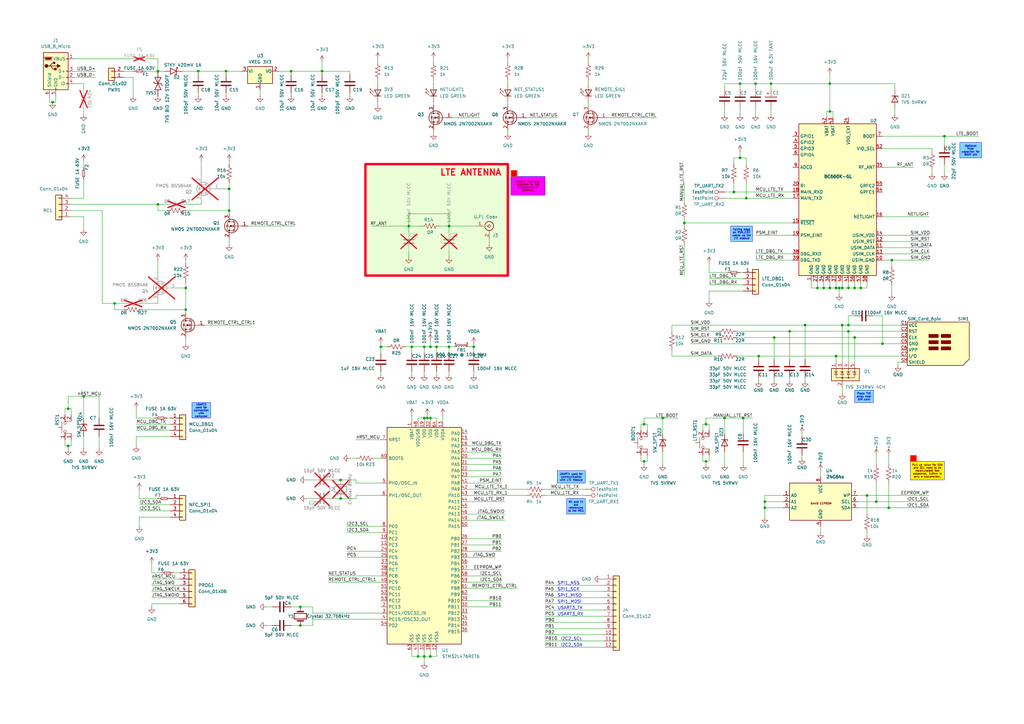
<source format=kicad_sch>
(kicad_sch (version 20230121) (generator eeschema)
  (paper "A3")
  (title_block (title "LTE Controller") (company "ГАРАЖА ИНЦ") (comment 1 "Author: RELJA MARINKOVIC"))
  (lib_symbols
    (symbol "100nF_10%_16V_CER_X7R_0603_1" (pin_numbers hide) (pin_names (offset 0.254))
      (property "Reference" "C" (at 0.635 2.54 0))
      (property "Value" "100nF 16V MLCC" (at 0.635 -2.54 0))
      (symbol "100nF_10%_16V_CER_X7R_0603_1_1_1"
        (pin passive line (at 0 3.81 270) (length 2.794) (name "~") (number "1"))
        (pin passive line (at 0 -3.81 90) (length 2.794) (name "~") (number "2"))
      )
    )
    (symbol "1k_1%_0603_1" (pin_numbers hide) (pin_names (offset 0))
      (property "Reference" "R" (at 2.54 0 90))
      (property "Value" "1k" (at -2.54 0 90))
      (symbol "1k_1%_0603_1_1_1"
        (pin passive line (at 0 3.81 270) (length 1.27) (name "~") (number "1"))
        (pin passive line (at 0 -3.81 90) (length 1.27) (name "~") (number "2"))
      )
    )
    (symbol "Connector:TestPoint" (pin_numbers hide) (pin_names (offset 0.762) hide)
      (property "Reference" "TP" (at 0 6.858 0))
      (property "Value" "TestPoint" (at 0 5.08 0))
      (symbol "TestPoint_1_1"
        (pin passive line (at 0 0 90) (length 2.54) (name "1") (number "1"))
      )
    )
    (symbol "Connector_Generic:Conn_01x02" (pin_names (offset 1.016) hide)
      (property "Reference" "J" (at 0 2.54 0))
      (property "Value" "Conn_01x02" (at 0 -5.08 0))
      (symbol "Conn_01x02_1_1"
        (pin passive line (at -5.08 0 0) (length 3.81) (name "Pin_1") (number "1"))
        (pin passive line (at -5.08 -2.54 0) (length 3.81) (name "Pin_2") (number "2"))
      )
    )
    (symbol "Connector_Generic:Conn_01x04" (pin_names (offset 1.016) hide)
      (property "Reference" "J" (at 0 5.08 0))
      (property "Value" "Conn_01x04" (at 0 -7.62 0))
      (symbol "Conn_01x04_1_1"
        (pin passive line (at -5.08 2.54 0) (length 3.81) (name "Pin_1") (number "1"))
        (pin passive line (at -5.08 0 0) (length 3.81) (name "Pin_2") (number "2"))
        (pin passive line (at -5.08 -2.54 0) (length 3.81) (name "Pin_3") (number "3"))
        (pin passive line (at -5.08 -5.08 0) (length 3.81) (name "Pin_4") (number "4"))
      )
    )
    (symbol "Connector_Generic:Conn_01x06" (pin_names (offset 1.016) hide)
      (property "Reference" "J" (at 0 7.62 0))
      (property "Value" "Conn_01x06" (at 0 -10.16 0))
      (symbol "Conn_01x06_1_1"
        (pin passive line (at -5.08 5.08 0) (length 3.81) (name "Pin_1") (number "1"))
        (pin passive line (at -5.08 2.54 0) (length 3.81) (name "Pin_2") (number "2"))
        (pin passive line (at -5.08 0 0) (length 3.81) (name "Pin_3") (number "3"))
        (pin passive line (at -5.08 -2.54 0) (length 3.81) (name "Pin_4") (number "4"))
        (pin passive line (at -5.08 -5.08 0) (length 3.81) (name "Pin_5") (number "5"))
        (pin passive line (at -5.08 -7.62 0) (length 3.81) (name "Pin_6") (number "6"))
      )
    )
    (symbol "Connector_Generic:Conn_01x12" (pin_names (offset 1.016) hide)
      (property "Reference" "J" (at 0 15.24 0))
      (property "Value" "Conn_01x12" (at 0 -17.78 0))
      (symbol "Conn_01x12_1_1"
        (pin passive line (at -5.08 12.7 0) (length 3.81) (name "Pin_1") (number "1"))
        (pin passive line (at -5.08 -10.16 0) (length 3.81) (name "Pin_10") (number "10"))
        (pin passive line (at -5.08 -12.7 0) (length 3.81) (name "Pin_11") (number "11"))
        (pin passive line (at -5.08 -15.24 0) (length 3.81) (name "Pin_12") (number "12"))
        (pin passive line (at -5.08 10.16 0) (length 3.81) (name "Pin_2") (number "2"))
        (pin passive line (at -5.08 7.62 0) (length 3.81) (name "Pin_3") (number "3"))
        (pin passive line (at -5.08 5.08 0) (length 3.81) (name "Pin_4") (number "4"))
        (pin passive line (at -5.08 2.54 0) (length 3.81) (name "Pin_5") (number "5"))
        (pin passive line (at -5.08 0 0) (length 3.81) (name "Pin_6") (number "6"))
        (pin passive line (at -5.08 -2.54 0) (length 3.81) (name "Pin_7") (number "7"))
        (pin passive line (at -5.08 -5.08 0) (length 3.81) (name "Pin_8") (number "8"))
        (pin passive line (at -5.08 -7.62 0) (length 3.81) (name "Pin_9") (number "9"))
      )
    )
    (symbol "GA_CAP:100UF_10%_6.3V_TANT_1210" (pin_numbers hide) (pin_names (offset 0.254))
      (property "Reference" "C" (at 0.635 2.54 0))
      (property "Value" "100uF 6.3V TANT" (at 0.635 -2.54 0))
      (symbol "100UF_10%_6.3V_TANT_1210_1_1"
        (pin passive line (at 0 3.81 270) (length 2.794) (name "~") (number "1"))
        (pin passive line (at 0 -3.81 90) (length 2.794) (name "~") (number "2"))
      )
    )
    (symbol "GA_CAP:100nF_10%_16V_CER_X7R_0603" (pin_numbers hide) (pin_names (offset 0.254))
      (property "Reference" "C" (at 0.635 2.54 0))
      (property "Value" "100nF 16V MLCC" (at 0.635 -2.54 0))
      (symbol "100nF_10%_16V_CER_X7R_0603_1_1"
        (pin passive line (at 0 3.81 270) (length 2.794) (name "~") (number "1"))
        (pin passive line (at 0 -3.81 90) (length 2.794) (name "~") (number "2"))
      )
    )
    (symbol "GA_CAP:100pF_5%_50V_CER_C0G_0603" (pin_numbers hide) (pin_names (offset 0.254))
      (property "Reference" "C" (at 0.635 2.54 0))
      (property "Value" "100pF 50V MLCC" (at 0.635 -2.54 0))
      (symbol "100pF_5%_50V_CER_C0G_0603_1_1"
        (pin passive line (at 0 3.81 270) (length 2.794) (name "~") (number "1"))
        (pin passive line (at 0 -3.81 90) (length 2.794) (name "~") (number "2"))
      )
    )
    (symbol "GA_CAP:10uF_10%_50V_CER_X7R_1206" (pin_numbers hide) (pin_names (offset 0.254))
      (property "Reference" "C" (at 0.635 2.54 0))
      (property "Value" "10uF 50V MLCC" (at 0.635 -2.54 0))
      (symbol "10uF_10%_50V_CER_X7R_1206_1_1"
        (pin passive line (at 0 3.81 270) (length 2.794) (name "~") (number "1"))
        (pin passive line (at 0 -3.81 90) (length 2.794) (name "~") (number "2"))
      )
    )
    (symbol "GA_CAP:16pF_1%_50V_CER_C0G_0402" (pin_numbers hide) (pin_names (offset 0.254))
      (property "Reference" "C" (at 0.635 2.54 0))
      (property "Value" "16pF 50V MLCC" (at 0.635 -2.54 0))
      (symbol "16pF_1%_50V_CER_C0G_0402_1_1"
        (pin passive line (at 0 3.81 270) (length 2.794) (name "~") (number "1"))
        (pin passive line (at 0 -3.81 90) (length 2.794) (name "~") (number "2"))
      )
    )
    (symbol "GA_CAP:1uF_10%_16V_CER_X7R_0603" (pin_numbers hide) (pin_names (offset 0.254))
      (property "Reference" "C" (at 0.635 2.54 0))
      (property "Value" "1uF 16V MLCC" (at 0.635 -2.54 0))
      (symbol "1uF_10%_16V_CER_X7R_0603_1_1"
        (pin passive line (at 0 3.81 270) (length 2.794) (name "~") (number "1"))
        (pin passive line (at 0 -3.81 90) (length 2.794) (name "~") (number "2"))
      )
    )
    (symbol "GA_CAP:22pF_5%_50V_CER_C0G_0603" (pin_numbers hide) (pin_names (offset 0.254))
      (property "Reference" "C" (at 0.635 2.54 0))
      (property "Value" "22pF 50V MLCC" (at 0.635 -2.54 0))
      (symbol "22pF_5%_50V_CER_C0G_0603_1_1"
        (pin passive line (at 0 3.81 270) (length 2.794) (name "~") (number "1"))
        (pin passive line (at 0 -3.81 90) (length 2.794) (name "~") (number "2"))
      )
    )
    (symbol "GA_CAP:33pF_5%_50V_CER_C0G_0603" (pin_numbers hide) (pin_names (offset 0.254))
      (property "Reference" "C" (at 0.635 2.54 0))
      (property "Value" "33pF 50V MLCC" (at 0.635 -2.54 0))
      (symbol "33pF_5%_50V_CER_C0G_0603_1_1"
        (pin passive line (at 0 3.81 270) (length 2.794) (name "~") (number "1"))
        (pin passive line (at 0 -3.81 90) (length 2.794) (name "~") (number "2"))
      )
    )
    (symbol "GA_CAP:5pF_±0.1pF_50V_CER_C0G_0402" (pin_numbers hide) (pin_names (offset 0.254))
      (property "Reference" "C" (at 0.635 2.54 0))
      (property "Value" "5pF 50V MLCC" (at 0.635 -2.54 0))
      (symbol "5pF_±0.1pF_50V_CER_C0G_0402_1_1"
        (pin passive line (at 0 3.81 270) (length 2.794) (name "~") (number "1"))
        (pin passive line (at 0 -3.81 90) (length 2.794) (name "~") (number "2"))
      )
    )
    (symbol "GA_CONNECTOR:RF COAX U.FL CONMHF1-SMD-T" (pin_names (offset 1.016) hide)
      (property "Reference" "J" (at -0.508 3.048 0))
      (property "Value" "U.FL Coax" (at 7.366 0 0))
      (symbol "RF COAX U.FL CONMHF1-SMD-T_1_1"
        (pin passive line (at -5.08 0 0) (length 2.54) (name "In") (number "1"))
        (pin passive line (at 0 -5.08 90) (length 2.54) (name "Ext") (number "2"))
      )
    )
    (symbol "GA_CONNECTOR:USB Micro B" (pin_names (offset 1.016))
      (property "Reference" "J" (at -5.08 11.43 0))
      (property "Value" "USB_B_Micro" (at -5.08 8.89 0))
      (symbol "USB Micro B_1_1"
        (pin power_out line (at 7.62 5.08 180) (length 2.54) (name "VBUS") (number "1"))
        (pin bidirectional line (at 7.62 -2.54 180) (length 2.54) (name "D-") (number "2"))
        (pin bidirectional line (at 7.62 0 180) (length 2.54) (name "D+") (number "3"))
        (pin passive line (at 7.62 -5.08 180) (length 2.54) (name "ID") (number "4"))
        (pin power_out line (at 0 -10.16 90) (length 2.54) (name "GND") (number "5"))
        (pin passive line (at -2.54 -10.16 90) (length 2.54) (name "Shield") (number "6"))
      )
    )
    (symbol "GA_IC:24C64x"
      (property "Reference" "U" (at 3.81 8.89 0))
      (property "Value" "24C64x" (at -3.556 2.032 0))
      (symbol "24C64x_1_1"
        (text "64KB EEPROM" (at 0.254 -0.762 0) (effects (font (size 0.8 0.8))))
        (pin input line (at -15.24 2.54 0) (length 2.54) (name "A0") (number "1"))
        (pin input line (at -15.24 0 0) (length 2.54) (name "A1") (number "2"))
        (pin bidirectional line (at -15.24 -2.54 0) (length 2.54) (name "A2") (number "3"))
        (pin power_in line (at 0 -10.16 90) (length 2.54) (name "GND") (number "4"))
        (pin bidirectional line (at 15.24 -2.54 180) (length 2.54) (name "SDA") (number "5"))
        (pin input line (at 15.24 0 180) (length 2.54) (name "SCL") (number "6"))
        (pin bidirectional line (at 15.24 2.54 180) (length 2.54) (name "WP") (number "7"))
        (pin power_in line (at 0 10.16 270) (length 2.54) (name "VCC") (number "8"))
      )
    )
    (symbol "GA_IC:BC660K-GL"
      (property "Reference" "U" (at 11.43 31.75 0))
      (property "Value" "BC660K-GL" (at 0 -1.27 0))
      (symbol "BC660K-GL_1_1"
        (pin power_in line (at -11.43 -34.29 90) (length 2.54) (name "GND") (number "1"))
        (pin power_out line (at 17.78 -25.4 180) (length 2.54) (name "USIM_GND") (number "10"))
        (pin bidirectional line (at 17.78 -20.32 180) (length 2.54) (name "USIM_DATA") (number "11"))
        (pin output line (at 17.78 -17.78 180) (length 2.54) (name "USIM_RST") (number "12"))
        (pin output line (at 17.78 -22.86 180) (length 2.54) (name "USIM_CLK") (number "13"))
        (pin power_out line (at 17.78 -15.24 180) (length 2.54) (name "USIM_VDD") (number "14"))
        (pin input line (at -19.05 -10.16 0) (length 2.54) (name "~{RESET}") (number "15"))
        (pin output line (at 17.78 -7.62 180) (length 2.54) (name "NETLIGHT") (number "16"))
        (pin output line (at -19.05 0 0) (length 2.54) (name "MAIN_TXD") (number "17"))
        (pin input line (at -19.05 2.54 0) (length 2.54) (name "MAIN_RXD") (number "18"))
        (pin input line (at -19.05 -15.24 0) (length 2.54) (name "PSM_EINT") (number "19"))
        (pin no_connect line (at -19.05 15.24 0) (length 2.54) hide (name "RESERVED") (number "2"))
        (pin output line (at -19.05 5.08 0) (length 2.54) (name "RI") (number "20"))
        (pin no_connect line (at -19.05 10.16 0) (length 2.54) hide (name "RESERVED") (number "21"))
        (pin no_connect line (at -19.05 7.62 0) (length 2.54) hide (name "RESERVED") (number "22"))
        (pin no_connect line (at -19.05 -2.54 0) (length 2.54) hide (name "RESERVED") (number "23"))
        (pin power_out line (at 3.81 33.02 270) (length 2.54) (name "VDD_EXT") (number "24"))
        (pin no_connect line (at -19.05 -5.08 0) (length 2.54) hide (name "RESERVED") (number "25"))
        (pin no_connect line (at -19.05 -7.62 0) (length 2.54) hide (name "RESERVED") (number "26"))
        (pin power_in line (at -8.89 -34.29 90) (length 2.54) (name "GND") (number "27"))
        (pin no_connect line (at -19.05 -12.7 0) (length 2.54) hide (name "RESERVED") (number "28"))
        (pin no_connect line (at 17.78 22.86 180) (length 2.54) hide (name "RESERVED") (number "29"))
        (pin bidirectional line (at -19.05 25.4 0) (length 2.54) (name "GPIO1") (number "3"))
        (pin no_connect line (at 17.78 17.78 180) (length 2.54) hide (name "RESERVED") (number "30"))
        (pin no_connect line (at 17.78 15.24 180) (length 2.54) hide (name "RESERVED") (number "31"))
        (pin no_connect line (at 17.78 10.16 180) (length 2.54) hide (name "RESERVED") (number "32"))
        (pin no_connect line (at 17.78 7.62 180) (length 2.54) hide (name "RESERVED") (number "33"))
        (pin power_in line (at -6.35 -34.29 90) (length 2.54) (name "GND") (number "34"))
        (pin passive line (at 17.78 12.7 180) (length 2.54) (name "RF_ANT") (number "35"))
        (pin power_in line (at -3.81 -34.29 90) (length 2.54) (name "GND") (number "36"))
        (pin power_in line (at -1.27 -34.29 90) (length 2.54) (name "GND") (number "37"))
        (pin input line (at -19.05 -22.86 0) (length 2.54) (name "DBG_RXD") (number "38"))
        (pin output line (at -19.05 -25.4 0) (length 2.54) (name "DBG_TXD") (number "39"))
        (pin bidirectional line (at -19.05 22.86 0) (length 2.54) (name "GPIO2") (number "4"))
        (pin power_in line (at 1.27 -34.29 90) (length 2.54) (name "GND") (number "40"))
        (pin power_in line (at 3.81 -34.29 90) (length 2.54) (name "GND") (number "41"))
        (pin power_in line (at -5.08 33.02 270) (length 2.54) (name "VBAT") (number "42"))
        (pin power_in line (at -2.54 33.02 270) (length 2.54) (name "VBAT") (number "43"))
        (pin no_connect line (at 17.78 0 180) (length 2.54) hide (name "RESERVED") (number "44"))
        (pin no_connect line (at 17.78 -2.54 180) (length 2.54) hide (name "RESERVED") (number "45"))
        (pin no_connect line (at 17.78 -5.08 180) (length 2.54) hide (name "RESERVED") (number "46"))
        (pin no_connect line (at 17.78 -10.16 180) (length 2.54) hide (name "RESERVED") (number "47"))
        (pin no_connect line (at 17.78 -12.7 180) (length 2.54) hide (name "RESERVED") (number "48"))
        (pin no_connect line (at -16.51 -20.32 0) (length 2.54) hide (name "RESERVED") (number "49"))
        (pin bidirectional line (at -19.05 20.32 0) (length 2.54) (name "GPIO3") (number "5"))
        (pin no_connect line (at 17.78 27.94 180) (length 2.54) hide (name "RESERVED") (number "50"))
        (pin no_connect line (at -19.05 27.94 0) (length 2.54) hide (name "RESERVED") (number "51"))
        (pin input line (at 17.78 20.32 180) (length 2.54) (name "VIO_SEL") (number "52"))
        (pin no_connect line (at 0 33.02 270) (length 2.54) hide (name "RESERVED") (number "53"))
        (pin output line (at 17.78 2.54 180) (length 2.54) (name "GRFC1") (number "54"))
        (pin output line (at 17.78 5.08 180) (length 2.54) (name "GRFC2") (number "55"))
        (pin power_in line (at 6.35 -34.29 90) (length 2.54) (name "GND") (number "56"))
        (pin power_in line (at 8.89 -34.29 90) (length 2.54) (name "GND") (number "57"))
        (pin power_in line (at 11.43 -34.29 90) (length 2.54) (name "GND") (number "58"))
        (pin bidirectional line (at -19.05 17.78 0) (length 2.54) (name "GPIO4") (number "6"))
        (pin input line (at 17.78 25.4 180) (length 2.54) (name "BOOT") (number "7"))
        (pin no_connect line (at -16.51 -17.78 0) (length 2.54) hide (name "RESERVED") (number "8"))
        (pin input line (at -19.05 12.7 0) (length 2.54) (name "ADC0") (number "9"))
      )
    )
    (symbol "GA_IC:STM32L476RET6"
      (property "Reference" "U" (at -15.24 46.99 0))
      (property "Value" "STM32L476RET6" (at -8.636 0 0))
      (symbol "STM32L476RET6_1_1"
        (pin power_in line (at -5.08 48.26 270) (length 2.54) (name "VBAT") (number "1"))
        (pin bidirectional line (at -17.78 0 0) (length 2.54) (name "PC2") (number "10"))
        (pin bidirectional line (at -17.78 -2.54 0) (length 2.54) (name "PC3") (number "11"))
        (pin power_in line (at 5.08 -45.72 90) (length 2.54) (name "VSSA") (number "12"))
        (pin power_in line (at 7.62 48.26 270) (length 2.54) (name "VDDA") (number "13"))
        (pin bidirectional line (at 17.78 43.18 180) (length 2.54) (name "PA0") (number "14"))
        (pin bidirectional line (at 17.78 40.64 180) (length 2.54) (name "PA1") (number "15"))
        (pin bidirectional line (at 17.78 38.1 180) (length 2.54) (name "PA2") (number "16"))
        (pin bidirectional line (at 17.78 35.56 180) (length 2.54) (name "PA3") (number "17"))
        (pin power_in line (at 2.54 -45.72 90) (length 2.54) (name "VSS") (number "18"))
        (pin power_in line (at 0 48.26 270) (length 2.54) (name "VDD") (number "19"))
        (pin bidirectional line (at -17.78 -27.94 0) (length 2.54) (name "PC13") (number "2"))
        (pin bidirectional line (at 17.78 33.02 180) (length 2.54) (name "PA4") (number "20"))
        (pin bidirectional line (at 17.78 30.48 180) (length 2.54) (name "PA5") (number "21"))
        (pin bidirectional line (at 17.78 27.94 180) (length 2.54) (name "PA6") (number "22"))
        (pin bidirectional line (at 17.78 25.4 180) (length 2.54) (name "PA7") (number "23"))
        (pin bidirectional line (at -17.78 -5.08 0) (length 2.54) (name "PC4") (number "24"))
        (pin bidirectional line (at -17.78 -7.62 0) (length 2.54) (name "PC5") (number "25"))
        (pin bidirectional line (at 17.78 0 180) (length 2.54) (name "PB0") (number "26"))
        (pin bidirectional line (at 17.78 -2.54 180) (length 2.54) (name "PB1") (number "27"))
        (pin bidirectional line (at 17.78 -5.08 180) (length 2.54) (name "PB2") (number "28"))
        (pin bidirectional line (at 17.78 -25.4 180) (length 2.54) (name "PB10") (number "29"))
        (pin bidirectional line (at -17.78 -30.48 0) (length 2.54) (name "PC14/OSC32_IN") (number "3"))
        (pin bidirectional line (at 17.78 -27.94 180) (length 2.54) (name "PB11") (number "30"))
        (pin power_in line (at 0 -45.72 90) (length 2.54) (name "VSS") (number "31"))
        (pin power_in line (at 2.54 48.26 270) (length 2.54) (name "VDD") (number "32"))
        (pin bidirectional line (at 17.78 -30.48 180) (length 2.54) (name "PB12") (number "33"))
        (pin bidirectional line (at 17.78 -33.02 180) (length 2.54) (name "PB13") (number "34"))
        (pin bidirectional line (at 17.78 -35.56 180) (length 2.54) (name "PB14") (number "35"))
        (pin bidirectional line (at 17.78 -38.1 180) (length 2.54) (name "PB15") (number "36"))
        (pin bidirectional line (at -17.78 -10.16 0) (length 2.54) (name "PC6") (number "37"))
        (pin bidirectional line (at -17.78 -12.7 0) (length 2.54) (name "PC7") (number "38"))
        (pin bidirectional line (at -17.78 -15.24 0) (length 2.54) (name "PC8") (number "39"))
        (pin bidirectional line (at -17.78 -33.02 0) (length 2.54) (name "PC15/OSC32_OUT") (number "4"))
        (pin bidirectional line (at -17.78 -17.78 0) (length 2.54) (name "PC9") (number "40"))
        (pin bidirectional line (at 17.78 22.86 180) (length 2.54) (name "PA8") (number "41"))
        (pin bidirectional line (at 17.78 20.32 180) (length 2.54) (name "PA9") (number "42"))
        (pin bidirectional line (at 17.78 17.78 180) (length 2.54) (name "PA10") (number "43"))
        (pin bidirectional line (at 17.78 15.24 180) (length 2.54) (name "PA11") (number "44"))
        (pin bidirectional line (at 17.78 12.7 180) (length 2.54) (name "PA12") (number "45"))
        (pin bidirectional line (at 17.78 10.16 180) (length 2.54) (name "PA13") (number "46"))
        (pin power_in line (at -2.54 -45.72 90) (length 2.54) (name "VSS") (number "47"))
        (pin power_in line (at -2.54 48.26 270) (length 2.54) (name "VDDUSB") (number "48"))
        (pin bidirectional line (at 17.78 7.62 180) (length 2.54) (name "PA14") (number "49"))
        (pin bidirectional line (at -17.78 22.86 0) (length 2.54) (name "PH0/OSC_IN") (number "5"))
        (pin bidirectional line (at 17.78 5.08 180) (length 2.54) (name "PA15") (number "50"))
        (pin bidirectional line (at -17.78 -20.32 0) (length 2.54) (name "PC10") (number "51"))
        (pin bidirectional line (at -17.78 -22.86 0) (length 2.54) (name "PC11") (number "52"))
        (pin bidirectional line (at -17.78 -25.4 0) (length 2.54) (name "PC12") (number "53"))
        (pin bidirectional line (at -17.78 -35.56 0) (length 2.54) (name "PD2") (number "54"))
        (pin bidirectional line (at 17.78 -7.62 180) (length 2.54) (name "PB3") (number "55"))
        (pin bidirectional line (at 17.78 -10.16 180) (length 2.54) (name "PB4") (number "56"))
        (pin bidirectional line (at 17.78 -12.7 180) (length 2.54) (name "PB5") (number "57"))
        (pin bidirectional line (at 17.78 -15.24 180) (length 2.54) (name "PB6") (number "58"))
        (pin bidirectional line (at 17.78 -17.78 180) (length 2.54) (name "PB7") (number "59"))
        (pin bidirectional line (at -17.78 17.78 0) (length 2.54) (name "PH1/OSC_OUT") (number "6"))
        (pin input line (at -17.78 33.02 0) (length 2.54) (name "BOOT0") (number "60"))
        (pin bidirectional line (at 17.78 -20.32 180) (length 2.54) (name "PB8") (number "61"))
        (pin bidirectional line (at 17.78 -22.86 180) (length 2.54) (name "PB9") (number "62"))
        (pin power_in line (at -5.08 -45.72 90) (length 2.54) (name "VSS") (number "63"))
        (pin power_in line (at 5.08 48.26 270) (length 2.54) (name "VDD") (number "64"))
        (pin input line (at -17.78 40.64 0) (length 2.54) (name "NRST") (number "7"))
        (pin bidirectional line (at -17.78 5.08 0) (length 2.54) (name "PC0") (number "8"))
        (pin bidirectional line (at -17.78 2.54 0) (length 2.54) (name "PC1") (number "9"))
      )
    )
    (symbol "GA_INDUCTOR:Ferrite_Bead_600Ohm_100MHz" (pin_names (offset 0.254) hide)
      (property "Reference" "FB" (at 0 3.175 0))
      (property "Value" "600 Ohm @ 100 MHz" (at 0 -3.175 0))
      (symbol "Ferrite_Bead_600Ohm_100MHz_1_1"
        (pin passive line (at -2.54 0 0) (length 0.508) (name "~") (number "1"))
        (pin passive line (at 2.54 0 180) (length 0.508) (name "~") (number "2"))
      )
    )
    (symbol "GA_MISC:CRYSTAL 32.768kHz" (pin_numbers hide) (pin_names (offset 1.016) hide)
      (property "Reference" "Y" (at 0 3.81 0))
      (property "Value" "Crystal 32.768kHz" (at 0 -3.81 0))
      (symbol "CRYSTAL 32.768kHz_1_1"
        (pin passive line (at -3.81 0 0) (length 1.27) (name "1") (number "1"))
        (pin passive line (at 3.81 0 180) (length 1.27) (name "2") (number "2"))
      )
    )
    (symbol "GA_MISC:CRYSTAL 8MHZ" (pin_numbers hide) (pin_names (offset 1.016) hide)
      (property "Reference" "Y" (at 0 3.81 0))
      (property "Value" "Crystal 8MHz" (at 0 -3.81 0))
      (symbol "CRYSTAL 8MHZ_1_1"
        (pin passive line (at -3.81 0 0) (length 1.27) (name "1") (number "1"))
        (pin passive line (at 3.81 0 180) (length 1.27) (name "2") (number "2"))
      )
    )
    (symbol "GA_MISC:FUSE 1A 63V 1206" (pin_numbers hide) (pin_names (offset 0.254) hide)
      (symbol "FUSE 1A 63V 1206_1_1"
        (pin passive line (at -2.54 0 0) (length 1.27) (name "~") (number "1"))
        (pin passive line (at 2.54 0 180) (length 1.27) (name "~") (number "2"))
      )
    )
    (symbol "GA_MISC:MICRO_SIM_Card"
      (property "Reference" "J" (at -2.54 12.7 0))
      (property "Value" "SIM_Card_6pin" (at -1.27 10.16 0))
      (symbol "MICRO_SIM_Card_1_1"
        (pin power_in line (at -12.7 7.62 0) (length 2.54) (name "VCC") (number "C1"))
        (pin input line (at -12.7 5.08 0) (length 2.54) (name "RST") (number "C2"))
        (pin input line (at -12.7 2.54 0) (length 2.54) (name "CLK") (number "C3"))
        (pin power_in line (at -12.7 0 0) (length 2.54) (name "GND") (number "C5"))
        (pin input line (at -12.7 -2.54 0) (length 2.54) (name "VPP") (number "C6"))
        (pin bidirectional line (at -12.7 -5.08 0) (length 2.54) (name "I/O") (number "C7"))
        (pin passive line (at -12.7 -7.62 0) (length 2.54) (name "SHIELD") (number "SH"))
      )
    )
    (symbol "GA_MISC:SW_SPST" (pin_names (offset 1.016) hide)
      (property "Reference" "SW" (at 0.635 5.715 0))
      (property "Value" "SW_SPST" (at 0 -3.175 0))
      (symbol "SW_SPST_0_1"
        (pin passive line (at -5.08 2.54 0) (length 2.54) (name "1") (number "1"))
      )
      (symbol "SW_SPST_1_1"
        (pin passive line (at -5.08 0 0) (length 2.54) (name "1") (number "1"))
        (pin passive line (at 5.08 0 180) (length 2.54) (name "2") (number "2"))
        (pin passive line (at 5.08 2.54 180) (length 2.54) (name "2") (number "2"))
      )
    )
    (symbol "GA_POWER:AZ1117IH-3.3" (pin_names (offset 0.254))
      (property "Reference" "U" (at -3.81 3.175 0))
      (property "Value" "VREG 3V3" (at 0 3.175 0))
      (symbol "AZ1117IH-3.3_1_1"
        (pin power_in line (at 0 -7.62 90) (length 2.54) (name "GND") (number "1"))
        (pin power_out line (at 7.62 0 180) (length 2.54) (name "VO") (number "2"))
        (pin power_in line (at -7.62 0 0) (length 2.54) (name "VI") (number "3"))
      )
    )
    (symbol "GA_RES:0R_J_0603" (pin_numbers hide) (pin_names (offset 0))
      (property "Reference" "R" (at 2.54 0 90))
      (property "Value" "0R" (at -2.54 0 90))
      (symbol "0R_J_0603_1_1"
        (pin passive line (at 0 3.81 270) (length 1.27) (name "~") (number "1"))
        (pin passive line (at 0 -3.81 90) (length 1.27) (name "~") (number "2"))
      )
    )
    (symbol "GA_RES:10k_1%_0603" (pin_numbers hide) (pin_names (offset 0))
      (property "Reference" "R" (at 2.54 0 90))
      (property "Value" "10k" (at -2.54 0 90))
      (symbol "10k_1%_0603_1_1"
        (pin passive line (at 0 3.81 270) (length 1.27) (name "~") (number "1"))
        (pin passive line (at 0 -3.81 90) (length 1.27) (name "~") (number "2"))
      )
    )
    (symbol "GA_RES:1k_1%_0603" (pin_numbers hide) (pin_names (offset 0))
      (property "Reference" "R" (at 2.54 0 90))
      (property "Value" "1k" (at -2.54 0 90))
      (symbol "1k_1%_0603_1_1"
        (pin passive line (at 0 3.81 270) (length 1.27) (name "~") (number "1"))
        (pin passive line (at 0 -3.81 90) (length 1.27) (name "~") (number "2"))
      )
    )
    (symbol "GA_RES:22R_1%_0603" (pin_numbers hide) (pin_names (offset 0))
      (property "Reference" "R" (at 2.54 0 90))
      (property "Value" "22R" (at -2.54 0 90))
      (symbol "22R_1%_0603_1_1"
        (pin passive line (at 0 3.81 270) (length 1.27) (name "~") (number "1"))
        (pin passive line (at 0 -3.81 90) (length 1.27) (name "~") (number "2"))
      )
    )
    (symbol "GA_SEMICONDUCTOR:LED GREEN" (pin_numbers hide) (pin_names (offset 1.016) hide)
      (property "Reference" "D" (at 0.508 1.778 0))
      (property "Value" "LED GREEN" (at -1.016 -2.794 0))
      (symbol "LED GREEN_1_1"
        (pin passive line (at -5.08 0 0) (length 2.54) (name "K") (number "1"))
        (pin passive line (at 2.54 0 180) (length 2.54) (name "A") (number "2"))
      )
    )
    (symbol "GA_SEMICONDUCTOR:NMOS 2N7002NXAKR 60V 190mA " (pin_names hide)
      (property "Reference" "Q" (at 5.08 1.905 0))
      (property "Value" "NMOS 2N7002NXAKR" (at 5.08 0 0))
      (symbol "NMOS 2N7002NXAKR 60V 190mA _1_1"
        (pin input line (at -5.08 0 0) (length 2.54) (name "G") (number "1"))
        (pin passive line (at 2.54 -5.08 90) (length 2.54) (name "S") (number "2"))
        (pin passive line (at 2.54 5.08 270) (length 2.54) (name "D") (number "3"))
      )
    )
    (symbol "GA_SEMICONDUCTOR:PMOS BSS84AKVL 50V 180mA" (pin_names hide)
      (property "Reference" "Q" (at 5.842 1.905 0))
      (property "Value" "PMOS BSS84AK" (at 5.842 0 0))
      (symbol "PMOS BSS84AKVL 50V 180mA_1_1"
        (pin input line (at -5.08 0 0) (length 2.54) (name "G") (number "1"))
        (pin passive line (at 2.54 -5.08 90) (length 2.54) (name "S") (number "2"))
        (pin passive line (at 2.54 5.08 270) (length 2.54) (name "D") (number "3"))
      )
    )
    (symbol "GA_SEMICONDUCTOR:SCHOTTKY 420mV 1A 20V SS12L_R1_00001" (pin_numbers hide) (pin_names (offset 1.016) hide)
      (property "Reference" "D" (at 0 2.54 0))
      (property "Value" "STKY 420mV 1A" (at 0 -2.54 0))
      (symbol "SCHOTTKY 420mV 1A 20V SS12L_R1_00001_1_1"
        (pin passive line (at -3.81 0 0) (length 2.54) (name "K") (number "1"))
        (pin passive line (at 3.81 0 180) (length 2.54) (name "A") (number "2"))
      )
    )
    (symbol "GA_SEMICONDUCTOR:TVS ARRAY 4CH 3V3RWV 12VCL PESD5V0L4UW" (pin_names hide)
      (property "Reference" "D" (at 7.62 2.54 0))
      (property "Value" "TVS 3V3RWV 4CH" (at 7.62 0.635 0))
      (symbol "TVS ARRAY 4CH 3V3RWV 12VCL PESD5V0L4UW_0_0"
        (pin passive line (at 0 -5.08 90) (length 2.54) (name "A") (number "2"))
      )
      (symbol "TVS ARRAY 4CH 3V3RWV 12VCL PESD5V0L4UW_1_1"
        (pin passive line (at -2.54 5.08 270) (length 2.54) (name "K") (number "1"))
        (pin passive line (at 0 5.08 270) (length 2.54) (name "K") (number "3"))
        (pin passive line (at 2.54 5.08 270) (length 2.54) (name "K") (number "4"))
        (pin passive line (at 5.08 5.08 270) (length 2.54) (name "K") (number "5"))
      )
    )
    (symbol "GA_SEMICONDUCTOR:TVS BID 12V STDOFF P6SMBJ12CA_R1_00001" (pin_numbers hide) (pin_names hide)
      (property "Reference" "TVS" (at 1.27 2.54 0))
      (property "Value" "TVS BID 12V STDOFF" (at 1.27 -2.54 0))
      (symbol "TVS BID 12V STDOFF P6SMBJ12CA_R1_00001_1_1"
        (pin passive line (at -5.08 0 0) (length 2.54) (name "K") (number "1"))
        (pin passive line (at 5.08 0 180) (length 2.54) (name "A") (number "2"))
      )
    )
    (symbol "GA_SEMICONDUCTOR:TVS UNI 5RWV 12.3VCL ESD9X5.0ST5G" (pin_numbers hide) (pin_names hide)
      (property "Reference" "DZ" (at 0 2.54 0))
      (property "Value" "TVS 5VRWV" (at 0 -2.54 0))
      (symbol "TVS UNI 5RWV 12.3VCL ESD9X5.0ST5G_1_1"
        (pin passive line (at -3.81 0 0) (length 2.54) (name "K") (number "1"))
        (pin passive line (at 3.81 0 180) (length 2.54) (name "A") (number "2"))
      )
    )
    (symbol "SW_SPST_1" (pin_names (offset 1.016) hide)
      (property "Reference" "SW" (at 0.635 5.715 0))
      (property "Value" "SW_SPST" (at 0 -3.175 0))
      (symbol "SW_SPST_1_0_1"
        (pin passive line (at -5.08 2.54 0) (length 2.54) (name "1") (number "1"))
      )
      (symbol "SW_SPST_1_1_1"
        (pin passive line (at -5.08 0 0) (length 2.54) (name "1") (number "1"))
        (pin passive line (at 5.08 0 180) (length 2.54) (name "2") (number "2"))
        (pin passive line (at 5.08 2.54 180) (length 2.54) (name "2") (number "2"))
      )
    )
    (symbol "power:+3V3" (power) (pin_names (offset 0))
      (property "Value" "+3V3" (at 0 3.556 0))
      (symbol "+3V3_1_1"
        (pin power_in line (at 0 0 90) (length 0) hide (name "+3V3") (number "1"))
      )
    )
    (symbol "power:GND" (power) (pin_names (offset 0))
      (property "Value" "GND" (at 0 -3.81 0))
      (symbol "GND_1_1"
        (pin power_in line (at 0 0 270) (length 0) hide (name "GND") (number "1"))
      )
    )
    (symbol "power:VBAT" (power) (pin_names (offset 0))
      (property "Value" "VBAT" (at 0 3.81 0))
      (symbol "VBAT_1_1"
        (pin power_in line (at 0 0 90) (length 0) hide (name "VBAT") (number "1"))
      )
    )
    (symbol "power:VDDA" (power) (pin_names (offset 0))
      (property "Value" "VDDA" (at 0 3.81 0))
      (symbol "VDDA_1_1"
        (pin power_in line (at 0 0 90) (length 0) hide (name "VDDA") (number "1"))
      )
    )
  )
  (junction (at 345.44 133.35))
  (junction (at 168.91 142.24))
  (junction (at 156.21 142.24))
  (junction (at 76.2 118.11))
  (junction (at 64.77 29.21))
  (junction (at 167.64 92.71))
  (junction (at 353.06 118.11))
  (junction (at 311.15 146.05))
  (junction (at 81.28 29.21))
  (junction (at 34.29 162.56))
  (junction (at 361.95 140.97))
  (junction (at 300.99 78.74))
  (junction (at 303.53 34.29))
  (junction (at 194.31 142.24))
  (junction (at 335.28 118.11))
  (junction (at 119.38 29.21))
  (junction (at 340.36 118.11))
  (junction (at 347.98 135.89))
  (junction (at 344.17 118.11))
  (junction (at 27.94 167.64))
  (junction (at 387.35 55.88))
  (junction (at 46.99 124.46))
  (junction (at 309.88 34.29))
  (junction (at 347.98 133.35))
  (junction (at 330.2 133.35))
  (junction (at 21.59 41.91))
  (junction (at 350.52 118.11))
  (junction (at 323.85 135.89))
  (junction (at 303.53 64.77))
  (junction (at 184.15 92.71))
  (junction (at 123.19 256.54))
  (junction (at 304.8 171.45))
  (junction (at 347.98 118.11))
  (junction (at 92.71 29.21))
  (junction (at 264.16 189.23))
  (junction (at 289.56 189.23))
  (junction (at 340.36 45.72))
  (junction (at 350.52 138.43))
  (junction (at 289.56 173.99))
  (junction (at 337.82 118.11))
  (junction (at 306.07 81.28))
  (junction (at 175.26 171.45))
  (junction (at 93.98 77.47))
  (junction (at 316.23 34.29))
  (junction (at 184.15 142.24))
  (junction (at 173.99 269.24))
  (junction (at 264.16 173.99))
  (junction (at 176.53 171.45))
  (junction (at 271.78 171.45))
  (junction (at 280.67 91.44))
  (junction (at 313.69 205.74))
  (junction (at 132.08 29.21))
  (junction (at 359.41 205.74))
  (junction (at 297.18 171.45))
  (junction (at 93.98 86.36))
  (junction (at 342.9 146.05))
  (junction (at 173.99 142.24))
  (junction (at 317.5 138.43))
  (junction (at 365.76 106.68))
  (junction (at 179.07 142.24))
  (junction (at 364.49 208.28))
  (junction (at 355.6 203.2))
  (junction (at 345.44 118.11))
  (junction (at 139.7 204.47))
  (junction (at 64.77 83.82))
  (junction (at 342.9 118.11))
  (junction (at 27.94 182.88))
  (junction (at 139.7 196.85))
  (junction (at 123.19 248.92))
  (junction (at 76.2 127))
  (junction (at 171.45 269.24))
  (junction (at 313.69 208.28))
  (junction (at 176.53 142.24))
  (junction (at 176.53 269.24))
  (junction (at 340.36 34.29))
  (junction (at 173.99 171.45))
  (wire (pts (xy 361.95 60.96) (xy 382.27 60.96)))
  (wire (pts (xy 241.3 41.91) (xy 241.3 43.18)))
  (wire (pts (xy 280.67 100.33) (xy 280.67 113.03)))
  (wire (pts (xy 367.03 36.83) (xy 367.03 34.29)))
  (wire (pts (xy 311.15 146.05) (xy 311.15 147.32)))
  (wire (pts (xy 355.6 218.44) (xy 355.6 219.71)))
  (wire (pts (xy 171.45 269.24) (xy 173.99 269.24)))
  (wire (pts (xy 271.78 185.42) (xy 271.78 190.5)))
  (wire (pts (xy 82.55 66.04) (xy 82.55 72.39)))
  (wire (pts (xy 34.29 179.07) (xy 34.29 184.15)))
  (wire (pts (xy 176.53 142.24) (xy 173.99 142.24)))
  (wire (pts (xy 57.15 200.66) (xy 57.15 204.47)))
  (wire (pts (xy 207.01 210.82) (xy 191.77 210.82)))
  (wire (pts (xy 297.18 171.45) (xy 297.18 177.8)))
  (wire (pts (xy 330.2 133.35) (xy 345.44 133.35)))
  (wire (pts (xy 313.69 205.74) (xy 313.69 208.28)))
  (wire (pts (xy 342.9 115.57) (xy 342.9 118.11)))
  (wire (pts (xy 359.41 198.12) (xy 359.41 205.74)))
  (wire (pts (xy 57.15 212.09) (xy 57.15 215.9)))
  (wire (pts (xy 262.89 189.23) (xy 264.16 189.23)))
  (wire (pts (xy 247.65 265.43) (xy 223.52 265.43)))
  (wire (pts (xy 215.9 48.26) (xy 228.6 48.26)))
  (wire (pts (xy 34.29 68.58) (xy 34.29 66.04)))
  (wire (pts (xy 364.49 186.69) (xy 364.49 190.5)))
  (wire (pts (xy 313.69 205.74) (xy 321.31 205.74)))
  (wire (pts (xy 128.27 251.46) (xy 156.21 251.46)))
  (wire (pts (xy 175.26 170.18) (xy 175.26 171.45)))
  (wire (pts (xy 191.77 190.5) (xy 205.74 190.5)))
  (wire (pts (xy 264.16 189.23) (xy 264.16 190.5)))
  (wire (pts (xy 46.99 124.46) (xy 50.8 124.46)))
  (wire (pts (xy 387.35 55.88) (xy 387.35 59.69)))
  (wire (pts (xy 265.43 186.69) (xy 265.43 189.23)))
  (wire (pts (xy 57.15 207.01) (xy 69.85 207.01)))
  (wire (pts (xy 361.95 104.14) (xy 381 104.14)))
  (wire (pts (xy 191.77 187.96) (xy 205.74 187.96)))
  (wire (pts (xy 34.29 162.56) (xy 40.64 162.56)))
  (wire (pts (xy 173.99 171.45) (xy 171.45 171.45)))
  (wire (pts (xy 337.82 115.57) (xy 337.82 118.11)))
  (wire (pts (xy 29.21 180.34) (xy 29.21 182.88)))
  (wire (pts (xy 93.98 74.93) (xy 93.98 77.47)))
  (wire (pts (xy 297.18 34.29) (xy 303.53 34.29)))
  (wire (pts (xy 302.26 138.43) (xy 317.5 138.43)))
  (wire (pts (xy 69.85 179.07) (xy 55.88 179.07)))
  (wire (pts (xy 336.55 193.04) (xy 336.55 195.58)))
  (wire (pts (xy 387.35 55.88) (xy 401.32 55.88)))
  (wire (pts (xy 26.67 167.64) (xy 27.94 167.64)))
  (wire (pts (xy 382.27 69.85) (xy 382.27 71.12)))
  (wire (pts (xy 64.77 29.21) (xy 67.31 29.21)))
  (wire (pts (xy 191.77 193.04) (xy 205.74 193.04)))
  (wire (pts (xy 142.24 215.9) (xy 156.21 215.9)))
  (wire (pts (xy 350.52 118.11) (xy 353.06 118.11)))
  (wire (pts (xy 179.07 144.78) (xy 179.07 142.24)))
  (wire (pts (xy 309.88 96.52) (xy 325.12 96.52)))
  (wire (pts (xy 27.94 167.64) (xy 27.94 162.56)))
  (wire (pts (xy 283.21 135.89) (xy 294.64 135.89)))
  (wire (pts (xy 323.85 154.94) (xy 323.85 156.21)))
  (wire (pts (xy 167.64 87.63) (xy 167.64 92.71)))
  (wire (pts (xy 62.23 245.11) (xy 73.66 245.11)))
  (wire (pts (xy 132.08 29.21) (xy 132.08 30.48)))
  (wire (pts (xy 68.58 86.36) (xy 64.77 86.36)))
  (wire (pts (xy 34.29 88.9) (xy 34.29 93.98)))
  (wire (pts (xy 34.29 36.83) (xy 34.29 34.29)))
  (wire (pts (xy 81.28 30.48) (xy 81.28 29.21)))
  (wire (pts (xy 262.89 176.53) (xy 262.89 173.99)))
  (wire (pts (xy 340.36 45.72) (xy 341.63 45.72)))
  (wire (pts (xy 309.88 34.29) (xy 316.23 34.29)))
  (wire (pts (xy 364.49 208.28) (xy 381 208.28)))
  (wire (pts (xy 175.26 171.45) (xy 176.53 171.45)))
  (wire (pts (xy 359.41 186.69) (xy 359.41 190.5)))
  (wire (pts (xy 143.51 29.21) (xy 132.08 29.21)))
  (wire (pts (xy 71.12 234.95) (xy 73.66 234.95)))
  (wire (pts (xy 355.6 118.11) (xy 355.6 115.57)))
  (wire (pts (xy 93.98 66.04) (xy 93.98 67.31)))
  (wire (pts (xy 76.2 138.43) (xy 76.2 140.97)))
  (wire (pts (xy 351.79 208.28) (xy 364.49 208.28)))
  (wire (pts (xy 264.16 173.99) (xy 264.16 171.45)))
  (wire (pts (xy 30.48 24.13) (xy 54.61 24.13)))
  (wire (pts (xy 168.91 142.24) (xy 166.37 142.24)))
  (wire (pts (xy 179.07 266.7) (xy 179.07 269.24)))
  (wire (pts (xy 64.77 24.13) (xy 64.77 29.21)))
  (wire (pts (xy 191.77 203.2) (xy 215.9 203.2)))
  (wire (pts (xy 247.65 262.89) (xy 223.52 262.89)))
  (wire (pts (xy 26.67 182.88) (xy 27.94 182.88)))
  (wire (pts (xy 156.21 228.6) (xy 142.24 228.6)))
  (wire (pts (xy 364.49 198.12) (xy 364.49 208.28)))
  (wire (pts (xy 76.2 127) (xy 76.2 128.27)))
  (wire (pts (xy 64.77 83.82) (xy 68.58 83.82)))
  (wire (pts (xy 342.9 118.11) (xy 344.17 118.11)))
  (wire (pts (xy 345.44 133.35) (xy 345.44 148.59)))
  (wire (pts (xy 123.19 256.54) (xy 128.27 256.54)))
  (wire (pts (xy 167.64 102.87) (xy 167.64 105.41)))
  (wire (pts (xy 368.3 148.59) (xy 369.57 148.59)))
  (wire (pts (xy 328.93 186.69) (xy 328.93 187.96)))
  (wire (pts (xy 76.2 115.57) (xy 76.2 118.11)))
  (wire (pts (xy 288.29 189.23) (xy 289.56 189.23)))
  (wire (pts (xy 64.77 86.36) (xy 64.77 83.82)))
  (wire (pts (xy 179.07 269.24) (xy 176.53 269.24)))
  (wire (pts (xy 350.52 115.57) (xy 350.52 118.11)))
  (wire (pts (xy 361.95 99.06) (xy 381 99.06)))
  (wire (pts (xy 207.01 213.36) (xy 191.77 213.36)))
  (wire (pts (xy 142.24 218.44) (xy 156.21 218.44)))
  (wire (pts (xy 191.77 220.98) (xy 205.74 220.98)))
  (wire (pts (xy 275.59 146.05) (xy 294.64 146.05)))
  (wire (pts (xy 83.82 133.35) (xy 102.87 133.35)))
  (wire (pts (xy 361.95 106.68) (xy 365.76 106.68)))
  (wire (pts (xy 74.93 29.21) (xy 81.28 29.21)))
  (wire (pts (xy 27.94 182.88) (xy 27.94 184.15)))
  (wire (pts (xy 304.8 171.45) (xy 304.8 177.8)))
  (wire (pts (xy 171.45 171.45) (xy 171.45 172.72)))
  (wire (pts (xy 290.83 114.3) (xy 304.8 114.3)))
  (wire (pts (xy 22.86 39.37) (xy 22.86 41.91)))
  (wire (pts (xy 332.74 115.57) (xy 332.74 118.11)))
  (wire (pts (xy 247.65 250.19) (xy 223.52 250.19)))
  (wire (pts (xy 146.05 198.12) (xy 146.05 196.85)))
  (wire (pts (xy 347.98 115.57) (xy 347.98 118.11)))
  (wire (pts (xy 297.18 44.45) (xy 297.18 46.99)))
  (wire (pts (xy 300.99 67.31) (xy 300.99 64.77)))
  (wire (pts (xy 119.38 29.21) (xy 132.08 29.21)))
  (wire (pts (xy 168.91 144.78) (xy 168.91 142.24)))
  (wire (pts (xy 303.53 62.23) (xy 303.53 64.77)))
  (wire (pts (xy 55.88 176.53) (xy 69.85 176.53)))
  (wire (pts (xy 34.29 81.28) (xy 34.29 73.66)))
  (wire (pts (xy 27.94 162.56) (xy 34.29 162.56)))
  (wire (pts (xy 191.77 246.38) (xy 205.74 246.38)))
  (wire (pts (xy 283.21 140.97) (xy 361.95 140.97)))
  (wire (pts (xy 154.94 24.13) (xy 154.94 25.4)))
  (wire (pts (xy 154.94 33.02) (xy 154.94 34.29)))
  (wire (pts (xy 289.56 173.99) (xy 289.56 171.45)))
  (wire (pts (xy 59.69 24.13) (xy 64.77 24.13)))
  (wire (pts (xy 344.17 118.11) (xy 344.17 120.65)))
  (wire (pts (xy 313.69 208.28) (xy 321.31 208.28)))
  (wire (pts (xy 64.77 124.46) (xy 58.42 124.46)))
  (wire (pts (xy 297.18 36.83) (xy 297.18 34.29)))
  (wire (pts (xy 298.45 111.76) (xy 290.83 111.76)))
  (wire (pts (xy 55.88 179.07) (xy 55.88 182.88)))
  (wire (pts (xy 156.21 226.06) (xy 142.24 226.06)))
  (wire (pts (xy 92.71 29.21) (xy 92.71 30.48)))
  (wire (pts (xy 20.32 39.37) (xy 20.32 41.91)))
  (wire (pts (xy 264.16 189.23) (xy 265.43 189.23)))
  (wire (pts (xy 29.21 88.9) (xy 34.29 88.9)))
  (wire (pts (xy 317.5 138.43) (xy 350.52 138.43)))
  (wire (pts (xy 303.53 34.29) (xy 309.88 34.29)))
  (wire (pts (xy 300.99 64.77) (xy 303.53 64.77)))
  (wire (pts (xy 313.69 203.2) (xy 313.69 205.74)))
  (wire (pts (xy 109.22 248.92) (xy 111.76 248.92)))
  (wire (pts (xy 46.99 124.46) (xy 41.91 124.46)))
  (wire (pts (xy 128.27 248.92) (xy 128.27 251.46)))
  (wire (pts (xy 64.77 204.47) (xy 57.15 204.47)))
  (wire (pts (xy 39.37 29.21) (xy 30.48 29.21)))
  (wire (pts (xy 119.38 248.92) (xy 123.19 248.92)))
  (wire (pts (xy 82.55 83.82) (xy 76.2 83.82)))
  (wire (pts (xy 321.31 203.2) (xy 313.69 203.2)))
  (wire (pts (xy 50.8 31.75) (xy 54.61 31.75)))
  (wire (pts (xy 316.23 36.83) (xy 316.23 34.29)))
  (wire (pts (xy 387.35 67.31) (xy 387.35 71.12)))
  (wire (pts (xy 340.36 34.29) (xy 340.36 45.72)))
  (wire (pts (xy 347.98 118.11) (xy 350.52 118.11)))
  (wire (pts (xy 40.64 179.07) (xy 40.64 184.15)))
  (wire (pts (xy 241.3 53.34) (xy 241.3 54.61)))
  (wire (pts (xy 247.65 245.11) (xy 223.52 245.11)))
  (wire (pts (xy 309.88 106.68) (xy 325.12 106.68)))
  (wire (pts (xy 289.56 173.99) (xy 290.83 173.99)))
  (wire (pts (xy 367.03 44.45) (xy 367.03 46.99)))
  (wire (pts (xy 173.99 269.24) (xy 173.99 271.78)))
  (wire (pts (xy 46.99 127) (xy 46.99 124.46)))
  (wire (pts (xy 82.55 82.55) (xy 82.55 83.82)))
  (wire (pts (xy 106.68 36.83) (xy 106.68 39.37)))
  (wire (pts (xy 132.08 38.1) (xy 132.08 39.37)))
  (wire (pts (xy 184.15 142.24) (xy 186.69 142.24)))
  (wire (pts (xy 311.15 146.05) (xy 342.9 146.05)))
  (wire (pts (xy 173.99 171.45) (xy 173.99 172.72)))
  (wire (pts (xy 143.51 38.1) (xy 143.51 39.37)))
  (wire (pts (xy 359.41 205.74) (xy 381 205.74)))
  (wire (pts (xy 62.23 240.03) (xy 73.66 240.03)))
  (wire (pts (xy 114.3 29.21) (xy 119.38 29.21)))
  (wire (pts (xy 92.71 29.21) (xy 99.06 29.21)))
  (wire (pts (xy 179.07 172.72) (xy 179.07 171.45)))
  (wire (pts (xy 345.44 118.11) (xy 347.98 118.11)))
  (wire (pts (xy 64.77 106.68) (xy 64.77 113.03)))
  (wire (pts (xy 184.15 92.71) (xy 195.58 92.71)))
  (wire (pts (xy 342.9 146.05) (xy 342.9 148.59)))
  (wire (pts (xy 176.53 139.7) (xy 176.53 142.24)))
  (wire (pts (xy 361.95 55.88) (xy 387.35 55.88)))
  (wire (pts (xy 303.53 44.45) (xy 303.53 46.99)))
  (wire (pts (xy 208.28 24.13) (xy 208.28 25.4)))
  (wire (pts (xy 290.83 119.38) (xy 290.83 123.19)))
  (wire (pts (xy 29.21 81.28) (xy 34.29 81.28)))
  (wire (pts (xy 168.91 170.18) (xy 168.91 172.72)))
  (wire (pts (xy 41.91 124.46) (xy 41.91 86.36)))
  (wire (pts (xy 200.66 97.79) (xy 200.66 100.33)))
  (wire (pts (xy 191.77 200.66) (xy 215.9 200.66)))
  (wire (pts (xy 335.28 118.11) (xy 337.82 118.11)))
  (wire (pts (xy 179.07 142.24) (xy 184.15 142.24)))
  (wire (pts (xy 184.15 92.71) (xy 184.15 87.63)))
  (wire (pts (xy 73.66 247.65) (xy 62.23 247.65)))
  (wire (pts (xy 208.28 41.91) (xy 208.28 43.18)))
  (wire (pts (xy 29.21 83.82) (xy 64.77 83.82)))
  (wire (pts (xy 289.56 189.23) (xy 290.83 189.23)))
  (wire (pts (xy 271.78 171.45) (xy 271.78 177.8)))
  (wire (pts (xy 154.94 41.91) (xy 154.94 43.18)))
  (wire (pts (xy 184.15 92.71) (xy 184.15 95.25)))
  (wire (pts (xy 332.74 118.11) (xy 335.28 118.11)))
  (wire (pts (xy 247.65 260.35) (xy 223.52 260.35)))
  (wire (pts (xy 264.16 171.45) (xy 271.78 171.45)))
  (wire (pts (xy 55.88 173.99) (xy 69.85 173.99)))
  (wire (pts (xy 203.2 228.6) (xy 191.77 228.6)))
  (wire (pts (xy 212.09 241.3) (xy 191.77 241.3)))
  (wire (pts (xy 275.59 133.35) (xy 330.2 133.35)))
  (wire (pts (xy 340.36 30.48) (xy 340.36 34.29)))
  (wire (pts (xy 241.3 24.13) (xy 241.3 25.4)))
  (wire (pts (xy 309.88 104.14) (xy 325.12 104.14)))
  (wire (pts (xy 177.8 41.91) (xy 177.8 43.18)))
  (wire (pts (xy 304.8 185.42) (xy 304.8 190.5)))
  (wire (pts (xy 76.2 118.11) (xy 76.2 127)))
  (wire (pts (xy 361.95 88.9) (xy 381 88.9)))
  (wire (pts (xy 248.92 48.26) (xy 269.24 48.26)))
  (wire (pts (xy 62.23 242.57) (xy 73.66 242.57)))
  (wire (pts (xy 302.26 146.05) (xy 311.15 146.05)))
  (wire (pts (xy 181.61 170.18) (xy 181.61 172.72)))
  (wire (pts (xy 143.51 30.48) (xy 143.51 29.21)))
  (wire (pts (xy 246.38 237.49) (xy 247.65 237.49)))
  (wire (pts (xy 247.65 242.57) (xy 223.52 242.57)))
  (wire (pts (xy 176.53 172.72) (xy 176.53 171.45)))
  (wire (pts (xy 323.85 135.89) (xy 323.85 147.32)))
  (wire (pts (xy 290.83 186.69) (xy 290.83 189.23)))
  (wire (pts (xy 306.07 74.93) (xy 306.07 81.28)))
  (wire (pts (xy 306.07 64.77) (xy 306.07 67.31)))
  (wire (pts (xy 339.09 45.72) (xy 340.36 45.72)))
  (wire (pts (xy 62.23 234.95) (xy 66.04 234.95)))
  (wire (pts (xy 288.29 176.53) (xy 288.29 173.99)))
  (wire (pts (xy 191.77 142.24) (xy 194.31 142.24)))
  (wire (pts (xy 167.64 92.71) (xy 167.64 95.25)))
  (wire (pts (xy 119.38 256.54) (xy 123.19 256.54)))
  (wire (pts (xy 184.15 152.4) (xy 184.15 153.67)))
  (wire (pts (xy 339.09 48.26) (xy 339.09 45.72)))
  (wire (pts (xy 265.43 173.99) (xy 265.43 176.53)))
  (wire (pts (xy 289.56 171.45) (xy 297.18 171.45)))
  (wire (pts (xy 262.89 186.69) (xy 262.89 189.23)))
  (wire (pts (xy 358.14 129.54) (xy 361.95 129.54)))
  (wire (pts (xy 191.77 233.68) (xy 205.74 233.68)))
  (wire (pts (xy 361.95 96.52) (xy 381 96.52)))
  (wire (pts (xy 168.91 152.4) (xy 168.91 153.67)))
  (wire (pts (xy 309.88 44.45) (xy 309.88 46.99)))
  (wire (pts (xy 240.03 203.2) (xy 223.52 203.2)))
  (wire (pts (xy 347.98 129.54) (xy 347.98 133.35)))
  (wire (pts (xy 135.89 196.85) (xy 139.7 196.85)))
  (wire (pts (xy 134.62 238.76) (xy 156.21 238.76)))
  (wire (pts (xy 153.67 187.96) (xy 156.21 187.96)))
  (wire (pts (xy 205.74 182.88) (xy 191.77 182.88)))
  (wire (pts (xy 304.8 171.45) (xy 308.61 171.45)))
  (wire (pts (xy 93.98 77.47) (xy 93.98 86.36)))
  (wire (pts (xy 156.21 152.4) (xy 156.21 153.67)))
  (wire (pts (xy 156.21 198.12) (xy 146.05 198.12)))
  (wire (pts (xy 264.16 173.99) (xy 265.43 173.99)))
  (wire (pts (xy 55.88 167.64) (xy 55.88 171.45)))
  (wire (pts (xy 191.77 195.58) (xy 205.74 195.58)))
  (wire (pts (xy 306.07 81.28) (xy 325.12 81.28)))
  (wire (pts (xy 290.83 173.99) (xy 290.83 176.53)))
  (wire (pts (xy 191.77 236.22) (xy 205.74 236.22)))
  (wire (pts (xy 69.85 171.45) (xy 68.58 171.45)))
  (wire (pts (xy 361.95 140.97) (xy 369.57 140.97)))
  (wire (pts (xy 76.2 118.11) (xy 72.39 118.11)))
  (wire (pts (xy 173.99 144.78) (xy 173.99 142.24)))
  (wire (pts (xy 22.86 41.91) (xy 21.59 41.91)))
  (wire (pts (xy 62.23 231.14) (xy 62.23 234.95)))
  (wire (pts (xy 194.31 152.4) (xy 194.31 153.67)))
  (wire (pts (xy 191.77 223.52) (xy 205.74 223.52)))
  (wire (pts (xy 185.42 48.26) (xy 196.85 48.26)))
  (wire (pts (xy 330.2 154.94) (xy 330.2 156.21)))
  (wire (pts (xy 191.77 226.06) (xy 205.74 226.06)))
  (wire (pts (xy 297.18 171.45) (xy 304.8 171.45)))
  (wire (pts (xy 50.8 29.21) (xy 54.61 29.21)))
  (wire (pts (xy 30.48 34.29) (xy 34.29 34.29)))
  (wire (pts (xy 316.23 44.45) (xy 316.23 46.99)))
  (wire (pts (xy 283.21 138.43) (xy 294.64 138.43)))
  (wire (pts (xy 355.6 203.2) (xy 355.6 210.82)))
  (wire (pts (xy 247.65 240.03) (xy 223.52 240.03)))
  (wire (pts (xy 173.99 171.45) (xy 175.26 171.45)))
  (wire (pts (xy 207.01 205.74) (xy 191.77 205.74)))
  (wire (pts (xy 64.77 123.19) (xy 64.77 124.46)))
  (wire (pts (xy 119.38 38.1) (xy 119.38 39.37)))
  (wire (pts (xy 29.21 167.64) (xy 29.21 170.18)))
  (wire (pts (xy 317.5 138.43) (xy 317.5 147.32)))
  (wire (pts (xy 361.95 101.6) (xy 381 101.6)))
  (wire (pts (xy 93.98 77.47) (xy 90.17 77.47)))
  (wire (pts (xy 340.36 118.11) (xy 342.9 118.11)))
  (wire (pts (xy 184.15 87.63) (xy 167.64 87.63)))
  (wire (pts (xy 168.91 142.24) (xy 173.99 142.24)))
  (wire (pts (xy 290.83 107.95) (xy 290.83 111.76)))
  (wire (pts (xy 300.99 78.74) (xy 325.12 78.74)))
  (wire (pts (xy 125.73 196.85) (xy 128.27 196.85)))
  (wire (pts (xy 50.8 127) (xy 46.99 127)))
  (wire (pts (xy 247.65 252.73) (xy 223.52 252.73)))
  (wire (pts (xy 350.52 138.43) (xy 369.57 138.43)))
  (wire (pts (xy 347.98 135.89) (xy 369.57 135.89)))
  (wire (pts (xy 184.15 102.87) (xy 184.15 105.41)))
  (wire (pts (xy 93.98 86.36) (xy 93.98 87.63)))
  (wire (pts (xy 317.5 154.94) (xy 317.5 156.21)))
  (wire (pts (xy 365.76 116.84) (xy 365.76 120.65)))
  (wire (pts (xy 62.23 237.49) (xy 73.66 237.49)))
  (wire (pts (xy 81.28 38.1) (xy 81.28 39.37)))
  (wire (pts (xy 350.52 129.54) (xy 347.98 129.54)))
  (wire (pts (xy 34.29 162.56) (xy 34.29 171.45)))
  (wire (pts (xy 139.7 204.47) (xy 146.05 204.47)))
  (wire (pts (xy 184.15 144.78) (xy 184.15 142.24)))
  (wire (pts (xy 179.07 152.4) (xy 179.07 153.67)))
  (wire (pts (xy 173.99 152.4) (xy 173.99 153.67)))
  (wire (pts (xy 382.27 60.96) (xy 382.27 62.23)))
  (wire (pts (xy 345.44 133.35) (xy 347.98 133.35)))
  (wire (pts (xy 350.52 138.43) (xy 350.52 148.59)))
  (wire (pts (xy 57.15 209.55) (xy 69.85 209.55)))
  (wire (pts (xy 173.99 266.7) (xy 173.99 269.24)))
  (wire (pts (xy 119.38 29.21) (xy 119.38 30.48)))
  (wire (pts (xy 125.73 204.47) (xy 128.27 204.47)))
  (wire (pts (xy 323.85 135.89) (xy 347.98 135.89)))
  (wire (pts (xy 290.83 116.84) (xy 304.8 116.84)))
  (wire (pts (xy 132.08 29.21) (xy 132.08 25.4)))
  (wire (pts (xy 336.55 215.9) (xy 336.55 218.44)))
  (wire (pts (xy 304.8 111.76) (xy 303.53 111.76)))
  (wire (pts (xy 288.29 186.69) (xy 288.29 189.23)))
  (wire (pts (xy 297.18 185.42) (xy 297.18 190.5)))
  (wire (pts (xy 171.45 266.7) (xy 171.45 269.24)))
  (wire (pts (xy 93.98 97.79) (xy 93.98 100.33)))
  (wire (pts (xy 345.44 158.75) (xy 345.44 161.29)))
  (wire (pts (xy 191.77 185.42) (xy 205.74 185.42)))
  (wire (pts (xy 177.8 33.02) (xy 177.8 34.29)))
  (wire (pts (xy 271.78 171.45) (xy 278.13 171.45)))
  (wire (pts (xy 303.53 64.77) (xy 306.07 64.77)))
  (wire (pts (xy 109.22 256.54) (xy 111.76 256.54)))
  (wire (pts (xy 92.71 38.1) (xy 92.71 39.37)))
  (wire (pts (xy 337.82 118.11) (xy 340.36 118.11)))
  (wire (pts (xy 208.28 33.02) (xy 208.28 34.29)))
  (wire (pts (xy 309.88 36.83) (xy 309.88 34.29)))
  (wire (pts (xy 280.67 90.17) (xy 280.67 91.44)))
  (wire (pts (xy 26.67 180.34) (xy 26.67 182.88)))
  (wire (pts (xy 288.29 173.99) (xy 289.56 173.99)))
  (wire (pts (xy 69.85 212.09) (xy 57.15 212.09)))
  (wire (pts (xy 351.79 203.2) (xy 355.6 203.2)))
  (wire (pts (xy 208.28 53.34) (xy 208.28 54.61)))
  (wire (pts (xy 194.31 140.97) (xy 194.31 142.24)))
  (wire (pts (xy 128.27 254) (xy 156.21 254)))
  (wire (pts (xy 316.23 34.29) (xy 340.36 34.29)))
  (wire (pts (xy 304.8 119.38) (xy 290.83 119.38)))
  (wire (pts (xy 262.89 173.99) (xy 264.16 173.99)))
  (wire (pts (xy 275.59 143.51) (xy 275.59 146.05)))
  (wire (pts (xy 241.3 33.02) (xy 241.3 34.29)))
  (wire (pts (xy 247.65 247.65) (xy 223.52 247.65)))
  (wire (pts (xy 297.18 78.74) (xy 300.99 78.74)))
  (wire (pts (xy 247.65 257.81) (xy 223.52 257.81)))
  (wire (pts (xy 351.79 205.74) (xy 359.41 205.74)))
  (wire (pts (xy 297.18 81.28) (xy 306.07 81.28)))
  (wire (pts (xy 280.67 91.44) (xy 280.67 92.71)))
  (wire (pts (xy 135.89 204.47) (xy 139.7 204.47)))
  (wire (pts (xy 353.06 115.57) (xy 353.06 118.11)))
  (wire (pts (xy 59.69 29.21) (xy 64.77 29.21)))
  (wire (pts (xy 355.6 203.2) (xy 381 203.2)))
  (wire (pts (xy 240.03 200.66) (xy 223.52 200.66)))
  (wire (pts (xy 58.42 127) (xy 76.2 127)))
  (wire (pts (xy 177.8 53.34) (xy 177.8 54.61)))
  (wire (pts (xy 303.53 36.83) (xy 303.53 34.29)))
  (wire (pts (xy 344.17 118.11) (xy 345.44 118.11)))
  (wire (pts (xy 191.77 238.76) (xy 205.74 238.76)))
  (wire (pts (xy 330.2 133.35) (xy 330.2 147.32)))
  (wire (pts (xy 345.44 115.57) (xy 345.44 118.11)))
  (wire (pts (xy 289.56 189.23) (xy 289.56 190.5)))
  (wire (pts (xy 63.5 171.45) (xy 55.88 171.45)))
  (wire (pts (xy 76.2 106.68) (xy 76.2 107.95)))
  (wire (pts (xy 39.37 31.75) (xy 30.48 31.75)))
  (wire (pts (xy 139.7 196.85) (xy 146.05 196.85)))
  (wire (pts (xy 146.05 180.34) (xy 156.21 180.34)))
  (wire (pts (xy 347.98 133.35) (xy 369.57 133.35)))
  (wire (pts (xy 247.65 255.27) (xy 223.52 255.27)))
  (wire (pts (xy 156.21 144.78) (xy 156.21 142.24)))
  (wire (pts (xy 156.21 140.97) (xy 156.21 142.24)))
  (wire (pts (xy 27.94 182.88) (xy 29.21 182.88)))
  (wire (pts (xy 365.76 106.68) (xy 365.76 109.22)))
  (wire (pts (xy 40.64 162.56) (xy 40.64 171.45)))
  (wire (pts (xy 275.59 133.35) (xy 275.59 135.89)))
  (wire (pts (xy 176.53 266.7) (xy 176.53 269.24)))
  (wire (pts (xy 21.59 41.91) (xy 20.32 41.91)))
  (wire (pts (xy 168.91 266.7) (xy 168.91 269.24)))
  (wire (pts (xy 361.95 68.58) (xy 374.65 68.58)))
  (wire (pts (xy 368.3 148.59) (xy 368.3 149.86)))
  (wire (pts (xy 353.06 118.11) (xy 355.6 118.11)))
  (wire (pts (xy 179.07 171.45) (xy 176.53 171.45)))
  (wire (pts (xy 34.29 44.45) (xy 34.29 46.99)))
  (wire (pts (xy 302.26 135.89) (xy 323.85 135.89)))
  (wire (pts (xy 361.95 129.54) (xy 361.95 140.97)))
  (wire (pts (xy 180.34 92.71) (xy 184.15 92.71)))
  (wire (pts (xy 191.77 248.92) (xy 205.74 248.92)))
  (wire (pts (xy 156.21 203.2) (xy 146.05 203.2)))
  (wire (pts (xy 134.62 236.22) (xy 156.21 236.22)))
  (wire (pts (xy 27.94 167.64) (xy 29.21 167.64)))
  (wire (pts (xy 347.98 135.89) (xy 347.98 148.59)))
  (wire (pts (xy 62.23 247.65) (xy 62.23 248.92)))
  (wire (pts (xy 26.67 170.18) (xy 26.67 167.64)))
  (wire (pts (xy 328.93 177.8) (xy 328.93 179.07)))
  (wire (pts (xy 168.91 269.24) (xy 171.45 269.24)))
  (wire (pts (xy 81.28 29.21) (xy 92.71 29.21)))
  (wire (pts (xy 280.67 91.44) (xy 325.12 91.44)))
  (wire (pts (xy 54.61 31.75) (xy 54.61 39.37)))
  (wire (pts (xy 365.76 106.68) (xy 381 106.68)))
  (wire (pts (xy 313.69 208.28) (xy 313.69 212.09)))
  (wire (pts (xy 146.05 203.2) (xy 146.05 204.47)))
  (wire (pts (xy 280.67 74.93) (xy 280.67 82.55)))
  (wire (pts (xy 194.31 142.24) (xy 194.31 144.78)))
  (wire (pts (xy 152.4 92.71) (xy 167.64 92.71)))
  (wire (pts (xy 156.21 142.24) (xy 158.75 142.24)))
  (wire (pts (xy 76.2 86.36) (xy 93.98 86.36)))
  (wire (pts (xy 335.28 115.57) (xy 335.28 118.11)))
  (wire (pts (xy 128.27 256.54) (xy 128.27 254)))
  (wire (pts (xy 191.77 198.12) (xy 205.74 198.12)))
  (wire (pts (xy 146.05 187.96) (xy 143.51 187.96)))
  (wire (pts (xy 179.07 142.24) (xy 176.53 142.24)))
  (wire (pts (xy 177.8 24.13) (xy 177.8 25.4)))
  (wire (pts (xy 342.9 146.05) (xy 369.57 146.05)))
  (wire (pts (xy 300.99 74.93) (xy 300.99 78.74)))
  (wire (pts (xy 341.63 45.72) (xy 341.63 48.26)))
  (wire (pts (xy 340.36 34.29) (xy 367.03 34.29)))
  (wire (pts (xy 311.15 154.94) (xy 311.15 156.21)))
  (wire (pts (xy 167.64 92.71) (xy 172.72 92.71)))
  (wire (pts (xy 176.53 269.24) (xy 173.99 269.24)))
  (wire (pts (xy 123.19 248.92) (xy 128.27 248.92)))
  (wire (pts (xy 101.6 92.71) (xy 120.65 92.71)))
  (wire (pts (xy 41.91 86.36) (xy 29.21 86.36)))
  (wire (pts (xy 340.36 115.57) (xy 340.36 118.11)))
  (rectangle (start 149.86 67.31) (end 208.28 113.03) (stroke (width 1) (color 255 0 32 1)) (fill (type color) (color 221 255 191 0.62)))
  (text_box "Layout must pay attention to line impeadance of 50ohms." (at 209.55 72.39 0) (size 13.97 7.62) (fill (type color) (color 255 0 255 1)) (effects (font (size 0.75 0.75))))
  (text_box "Pull up value for SDA and SCL need to be recalculated! See datasheet, 1kOhm is only a placeholder.\n" (at 373.38 189.23 0) (size 13.97 7.62) (fill (type color) (color 255 255 0 1)) (effects (font (size 0.75 0.75))))
  (text_box "USART2 used for connection with computer" (at 78.74 165.1 0) (size 7.62 6.35) (fill (type color) (color 131 210 255 1)) (effects (font (size 0.75 0.75))))
  (text_box "!" (at 209.55 69.85 0) (size 2.54 2.54) (stroke (width 0) (color 255 153 0 1)) (fill (type color) (color 255 0 0 1)) (effects (font (size 1.5 1.5))))
  (text_box "Optional filter capacitor for BOOT pin\n" (at 393.7 58.42 0) (size 8.89 6.35) (fill (type color) (color 131 210 255 1)) (effects (font (size 0.75 0.75))))
  (text_box "Place TVS array near SIM card" (at 350.52 160.02 0) (size 7.62 5.08) (fill (type color) (color 131 210 255 1)) (effects (font (size 0.75 0.75))))
  (text_box "RX and TX are referenced to the MCU" (at 232.41 204.47 0) (size 7.62 6.35) (fill (type color) (color 131 210 255 1)) (effects (font (size 0.75 0.75))))
  (text_box "Falling edge on PSM_EINT wakes up the LTE module" (at 299.72 92.71 0) (size 8.89 6.35) (fill (type color) (color 131 210 255 1)) (effects (font (size 0.75 0.75))))
  (text_box "!" (at 373.38 186.69 0) (size 2.54 2.54) (stroke (width 0) (color 255 153 0 1)) (fill (type color) (color 255 0 0 1)) (effects (font (size 1.5 1.5))))
  (text_box "USART1 used for communication with LTE module" (at 228.6 193.04 0) (size 11.43 5.08) (fill (type color) (color 131 210 255 1)) (effects (font (size 0.75 0.75))))
  (text "USART3_RX" (at 228.6 252.73 0) (effects (font (size 1.27 1.27)) (justify left bottom)))
  (text "USART3_TX" (at 228.6 250.19 0) (effects (font (size 1.27 1.27)) (justify left bottom)))
  (text "SPI1_MOSI" (at 228.6 247.65 0) (effects (font (size 1.27 1.27)) (justify left bottom)))
  (text "SPI1_NSS" (at 228.6 240.03 0) (effects (font (size 1.27 1.27)) (justify left bottom)))
  (text "SPI1_SCK" (at 228.6 242.57 0) (effects (font (size 1.27 1.27)) (justify left bottom)))
  (text "SPI1_MISO" (at 228.6 245.11 0) (effects (font (size 1.27 1.27)) (justify left bottom)))
  (text "I2C2_SCL" (at 229.87 262.89 0) (effects (font (size 1.27 1.27)) (justify left bottom)))
  (text "I2C2_SDA" (at 229.87 265.43 0) (effects (font (size 1.27 1.27)) (justify left bottom)))
  (text "LTE ANTENNA" (at 180.34 72.39 0) (effects (font (size 2.54 2.54) (thickness 0.508) bold) (justify left bottom)))
  (label "PA5" (at 205.74 190.5 180))
  (label "SIM_CLK" (at 373.38 104.14 0))
  (label "I2C3_SCL" (at 57.15 209.55 0))
  (label "USB_D+" (at 39.37 29.21 180))
  (label "LTE_DBG_RX" (at 290.83 116.84 0))
  (label "MCU_LTE_RST" (at 280.67 100.33 270))
  (label "MCU_DBG_RX" (at 205.74 185.42 180))
  (label "MCU_LTE_RX_1" (at 208.28 203.2 180))
  (label "PC4" (at 142.24 226.06 0))
  (label "JTAG_SWDIO" (at 207.01 210.82 180))
  (label "PB2" (at 223.52 260.35 0))
  (label "PC4" (at 223.52 250.19 0))
  (label "NETLIGHT" (at 381 88.9 180))
  (label "I2C1_SCL" (at 381 205.74 180))
  (label "I2C1_SCL" (at 196.85 236.22 0))
  (label "NETLIGHT" (at 196.85 48.26 180))
  (label "I2C1_SDA" (at 196.85 238.76 0))
  (label "I2C3_SDA" (at 57.15 207.01 0))
  (label "MCU_DBG_RX" (at 55.88 176.53 0))
  (label "nRST_MCU" (at 31.75 162.56 0))
  (label "PA6" (at 223.52 245.11 0))
  (label "MCU_DBG_TX" (at 205.74 182.88 180))
  (label "RF_ANT" (at 374.65 68.58 180))
  (label "MCU_LTE_TX" (at 237.49 200.66 180))
  (label "JTAG_SWCLK" (at 62.23 242.57 0))
  (label "nRST_MCU" (at 62.23 237.49 0))
  (label "PB1" (at 205.74 223.52 180))
  (label "PB2" (at 205.74 226.06 180))
  (label "MCU_LTE_TX" (at 309.88 78.74 0))
  (label "PB11" (at 223.52 265.43 0))
  (label "PSM_EINT" (at 309.88 96.52 0))
  (label "PA7" (at 205.74 195.58 180))
  (label "LTE_DBG_RX" (at 309.88 106.68 0))
  (label "I2C3_SDA" (at 142.24 218.44 0))
  (label "SIM_VDD" (at 373.38 96.52 0))
  (label "SIM_RST" (at 373.38 99.06 0))
  (label "REMOTE_CTRL_CTRL1" (at 134.62 238.76 0))
  (label "MCU_DBG_TX" (at 55.88 173.99 0))
  (label "PA7" (at 223.52 247.65 0))
  (label "JTAG_SWO" (at 203.2 228.6 180))
  (label "NET_STATUS" (at 228.6 48.26 180))
  (label "PB0" (at 223.52 255.27 0))
  (label "LTE_DBG_TX" (at 309.88 104.14 0))
  (label "SIM_GND" (at 373.38 106.68 0))
  (label "REMOTE_CTRL_CTRL" (at 212.09 241.3 180))
  (label "REMOTE_CTRL_CTRL1" (at 85.09 133.35 0))
  (label "PSM_EINT" (at 205.74 198.12 180))
  (label "MCU_LTE_RX" (at 237.49 203.2 180))
  (label "JTAG_SWCLK" (at 207.01 213.36 180))
  (label "PC5" (at 142.24 228.6 0))
  (label "PC5" (at 223.52 252.73 0))
  (label "PA4" (at 223.52 240.03 0))
  (label "EEPROM_WP" (at 205.74 233.68 180))
  (label "MANUAL_LTE_RST" (at 308.61 171.45 180))
  (label "SIM_GND" (at 283.21 140.97 0))
  (label "PA5" (at 223.52 242.57 0))
  (label "nRST_MCU" (at 146.05 180.34 0))
  (label "PB0" (at 205.74 220.98 180))
  (label "PA6" (at 205.74 193.04 180))
  (label "SIM_DATA" (at 373.38 101.6 0))
  (label "USB_D-" (at 39.37 31.75 180))
  (label "EEPROM_WP" (at 381 203.2 180))
  (label "MCU_LTE_RST" (at 207.01 205.74 180))
  (label "NET_STATUS" (at 134.62 236.22 0))
  (label "SIM_VDD" (at 283.21 133.35 0))
  (label "SIM_RST" (at 283.21 135.89 0))
  (label "LTE_BOOT" (at 278.13 171.45 180))
  (label "JTAG_SWDIO" (at 62.23 245.11 0))
  (label "MCU_LTE_RX" (at 309.88 81.28 0))
  (label "LTE_BOOT" (at 401.32 55.88 180))
  (label "REMOTE_CTRL_CTRL" (at 102.87 92.71 0))
  (label "RF_ANT" (at 158.75 92.71 180))
  (label "SIM_CLK" (at 283.21 138.43 0))
  (label "SIM_DATA" (at 283.21 146.05 0))
  (label "I2C1_SDA" (at 381 208.28 180))
  (label "LTE_DBG_TX" (at 290.83 114.3 0))
  (label "MANUAL_LTE_RST" (at 280.67 82.55 90))
  (label "PB10" (at 223.52 262.89 0))
  (label "PB1" (at 223.52 257.81 0))
  (label "PB10" (at 205.74 246.38 180))
  (label "MCU_LTE_TX_1" (at 208.28 200.66 180))
  (label "PB11" (at 205.74 248.92 180))
  (label "PA4" (at 205.74 187.96 180))
  (label "I2C3_SCL" (at 142.24 215.9 0))
  (label "REMOTE_CTRL_CTRL" (at 269.24 48.26 180))
  (label "JTAG_SWO" (at 62.23 240.03 0))
  (symbol (lib_id "power:GND") (at 309.88 46.99 0) (unit 1)
    (property "Reference" "#PWR06" (effects hide))
    (property "Value" "GND" (at 309.88 52.07 0))
  )
  (symbol (lib_id "GA_RES:0R_J_0603") (at 72.39 86.36 90) (unit 1)
    (property "Reference" "R15" (at 76.2 87.63 90))
    (property "Value" "0R" (at 68.58 87.63 90))
    (property "Footprint" "Resistor_SMD:R_0603_1608Metric" (effects hide))
    (property "Datasheet" "https://industrial.panasonic.com/ww/products/pt/general-purpose-chip-resistors/models/ERJ3GEY0R00V" (effects hide))
    (property "Manufacturer" "Panasonic" (effects hide))
    (property "Manufacturer Part Number" "ERJ-3GEY0R00V" (effects hide))
    (property "Supplier" "Digi-Key" (effects hide))
    (property "Supplier Part Number" "P0.0GCT-ND" (effects hide))
    (property "Resistance" "0R" (effects hide))
    (property "Tolerance" "Jumper" (effects hide))
    (property "Package" "0603" (effects hide))
    (property "Operating Temperature" "-55°C ~ 155°C" (effects hide))
    (property "Power Rating" "100mW" (effects hide))
  )
  (symbol (lib_id "GA_POWER:AZ1117IH-3.3") (at 106.68 29.21 0) (unit 1)
    (property "Reference" "U3" (at 106.68 22.86 0))
    (property "Value" "VREG 3V3" (at 106.68 25.4 0))
    (property "Footprint" "Package_TO_SOT_SMD:SOT-223-3_TabPin2" (effects hide))
    (property "Datasheet" "https://www.diodes.com/assets/Datasheets/AZ1117I.pdf" (effects hide))
    (property "Manufacturer" "Diodes Inc" (effects hide))
    (property "Manufacturer Part Number" "AZ1117IH-3.3TRG1" (effects hide))
    (property "Supplier" "Digi-Key" (effects hide))
    (property "Supplier Part Number" "AZ1117IH-3.3TRG1DICT-ND" (effects hide))
    (property "Output Voltage" "3.3V" (effects hide))
    (property "Maximum Output Current" "1A" (effects hide))
    (property "Maximum Input Voltage" "15V" (effects hide))
    (property "Dropout Voltage" "1.2V" (effects hide))
    (property "Operating Temperature" "-40°C ~ +125°C" (effects hide))
  )
  (symbol (lib_id "power:+3V3") (at 93.98 66.04 0) (unit 1)
    (property "Reference" "#PWR050" (effects hide))
    (property "Value" "+3V3" (at 93.98 60.96 0))
  )
  (symbol (lib_id "power:GND") (at 34.29 93.98 0) (unit 1)
    (property "Reference" "#PWR047" (effects hide))
    (property "Value" "GND" (at 34.29 99.06 0))
  )
  (symbol (lib_id "power:+3V3") (at 336.55 193.04 0) (unit 1)
    (property "Reference" "#PWR054" (effects hide))
    (property "Value" "+3V3" (at 336.55 187.96 90))
  )
  (symbol (lib_id "power:+3V3") (at 176.53 139.7 0) (unit 1)
    (property "Reference" "#PWR071" (effects hide))
    (property "Value" "+3V3" (at 176.53 134.62 90))
  )
  (symbol (lib_id "GA_CAP:33pF_5%_50V_CER_C0G_0603") (at 317.5 151.13 0) (unit 1)
    (property "Reference" "C12" (at 317.5 153.67 0) (effects (justify left)))
    (property "Value" "33pF 50V MLCC" (at 290.83 153.67 0) (effects (justify left)))
    (property "Footprint" "Capacitor_SMD:C_0603_1608Metric" (effects hide))
    (property "Datasheet" "https://www.yageo.com/upload/media/product/productsearch/datasheet/mlcc/UPY-GP_NP0_16V-to-50V_18.pdf" (effects hide))
    (property "Manufacturer" "Samsung Electro-Mechanics" (effects hide))
    (property "Manufacturer Part Number" "CL10C330JB8NNNC" (effects hide))
    (property "Supplier" "Digi-Key" (effects hide))
    (property "Supplier Part Number" "1276-1070-1-ND" (effects hide))
    (property "Capacitance" "33pF" (effects hide))
    (property "Tolerance" "5%" (effects hide))
    (property "Rated Voltage" "50V" (effects hide))
    (property "Package" "0603" (effects hide))
    (property "Operating Temperature" "-55°C ~ 125°C" (effects hide))
    (property "Dielectric" "C0G" (effects hide))
  )
  (symbol (lib_id "power:GND") (at 367.03 46.99 0) (unit 1)
    (property "Reference" "#PWR011" (effects hide))
    (property "Value" "GND" (at 367.03 52.07 0))
  )
  (symbol (lib_id "Connector:TestPoint") (at 297.18 78.74 90) (unit 1)
    (property "Reference" "TP_UART_TX2" (at 290.83 76.2 90))
    (property "Value" "TestPoint" (at 288.29 78.74 90))
    (property "Footprint" "TestPoint:TestPoint_Pad_1.0x1.0mm" (effects hide))
  )
  (symbol (lib_id "power:+3V3") (at 241.3 24.13 0) (unit 1)
    (property "Reference" "#PWR087" (effects hide))
    (property "Value" "+3V3" (at 241.3 19.05 0))
  )
  (symbol (lib_id "GA_RES:0R_J_0603") (at 72.39 83.82 90) (unit 1) (dnp yes)
    (property "Reference" "R17" (at 76.2 82.55 90))
    (property "Value" "0R" (at 68.58 82.55 90))
    (property "Footprint" "Resistor_SMD:R_0603_1608Metric" (effects hide))
    (property "Datasheet" "https://industrial.panasonic.com/ww/products/pt/general-purpose-chip-resistors/models/ERJ3GEY0R00V" (effects hide))
    (property "Manufacturer" "Panasonic" (effects hide))
    (property "Manufacturer Part Number" "ERJ-3GEY0R00V" (effects hide))
    (property "Supplier" "Digi-Key" (effects hide))
    (property "Supplier Part Number" "P0.0GCT-ND" (effects hide))
    (property "Resistance" "0R" (effects hide))
    (property "Tolerance" "Jumper" (effects hide))
    (property "Package" "0603" (effects hide))
    (property "Operating Temperature" "-55°C ~ 155°C" (effects hide))
    (property "Power Rating" "100mW" (effects hide))
  )
  (symbol (lib_id "GA_CAP:100nF_10%_16V_CER_X7R_0603") (at 194.31 148.59 0) (unit 1)
    (property "Reference" "C28" (at 194.31 146.05 0) (effects (justify left)))
    (property "Value" "100nF 16V MLCC" (at 195.58 151.13 0) (effects (justify left)))
    (property "Footprint" "Capacitor_SMD:C_0603_1608Metric" (effects hide))
    (property "Datasheet" "https://product.samsungsem.com/mlcc/CL10B104KO8NNN.do" (effects hide))
    (property "Manufacturer" "Samsung" (effects hide))
    (property "Manufacturer Part Number" "CL10B104KO8NNNC" (effects hide))
    (property "Supplier" "Digi-Key" (effects hide))
    (property "Supplier Part Number" "1276-1005-1-ND" (effects hide))
    (property "Capacitance" "100nF" (effects hide))
    (property "Tolerance" "10%" (effects hide))
    (property "Rated Voltage" "16V" (effects hide))
    (property "Package" "0603" (effects hide))
    (property "Operating Temperature" "-55°C ~ 125°C" (effects hide))
    (property "Dielectric" "X7R" (effects hide))
  )
  (symbol (lib_id "GA_CAP:100pF_5%_50V_CER_C0G_0603") (at 303.53 40.64 0) (unit 1)
    (property "Reference" "C3" (at 303.53 38.1 0) (effects (justify left)))
    (property "Value" "100pF 50V MLCC" (at 303.53 33.02 90) (effects (justify left)))
    (property "Footprint" "Capacitor_SMD:C_0603_1608Metric" (effects hide))
    (property "Datasheet" "https://www.yageo.com/upload/media/product/productsearch/datasheet/mlcc/UPY-GP_NP0_16V-to-50V_18.pdf" (effects hide))
    (property "Manufacturer" "Yageo" (effects hide))
    (property "Manufacturer Part Number" "CC0603JRNPO9BN101" (effects hide))
    (property "Supplier" "Digi-Key" (effects hide))
    (property "Supplier Part Number" "311-1069-1-ND" (effects hide))
    (property "Capacitance" "100pF" (effects hide))
    (property "Tolerance" "5%" (effects hide))
    (property "Rated Voltage" "50V" (effects hide))
    (property "Package" "0603" (effects hide))
    (property "Operating Temperature" "-55°C ~ 125°C" (effects hide))
    (property "Dielectric" "X7R" (effects hide))
  )
  (symbol (lib_id "GA_SEMICONDUCTOR:NMOS 2N7002NXAKR 60V 190mA ") (at 96.52 92.71 0) (mirror y) (unit 1)
    (property "Reference" "Q1" (at 90.17 91.44 0) (effects (justify left)))
    (property "Value" "NMOS 2N7002NXAKR" (at 90.17 93.98 0) (effects (justify left)))
    (property "Footprint" "Package_TO_SOT_SMD:SOT-23-3" (effects hide))
    (property "Datasheet" "https://assets.nexperia.com/documents/data-sheet/2N7002NXAK.pdf" (effects hide))
    (property "Manufacturer" "Nexperia" (effects hide))
    (property "Manufacturer Part Number" "2N7002NXAKR" (effects hide))
    (property "Supplier" "Digi-Key" (effects hide))
    (property "Supplier Part Number" "1727-8643-1-ND" (effects hide))
    (property "Gate Threshold Voltage" "2.1V (max)" (effects hide))
    (property "Maximum Drain-Source Voltage" "60V" (effects hide))
    (property "Maximum Gate-Source Voltage" "±20V" (effects hide))
    (property "Maximum Drain Current" "300mA" (effects hide))
    (property "Rdson" "4Ω" (effects hide))
    (property "Operating Temperature" "-55°C ~ 150°C (TJ)" (effects hide))
  )
  (symbol (lib_id "power:GND") (at 143.51 187.96 270) (unit 1)
    (property "Reference" "#PWR04" (effects hide))
    (property "Value" "GND" (at 137.16 187.96 90))
  )
  (symbol (lib_id "GA_CAP:16pF_1%_50V_CER_C0G_0402") (at 132.08 204.47 90) (unit 1) (dnp yes)
    (property "Reference" "C29" (at 128.5159 206.2205 90))
    (property "Value" "16pF 50V MLCC" (at 132.08 208.28 90))
    (property "Footprint" "Capacitor_SMD:C_0402_1005Metric" (effects hide))
    (property "Datasheet" "https://search.murata.co.jp/Ceramy/image/img/A01X/G101/ENG/GJM1555C1H160FB01-01.pdf" (effects hide))
    (property "Manufacturer" "Murata Electronics" (effects hide))
    (property "Manufacturer Part Number" "GJM1555C1H160FB01J" (effects hide))
    (property "Supplier" "Digi-Key" (effects hide))
    (property "Supplier Part Number" "490-GJM1555C1H160FB01JCT-ND" (effects hide))
    (property "Capacitance" "16pF" (effects hide))
    (property "Tolerance" "±1%" (effects hide))
    (property "Rated Voltage" "50V" (effects hide))
    (property "Package" "0402" (effects hide))
    (property "Operating Temperature" "-55°C ~ 125°C" (effects hide))
    (property "Dielectric" "C0G" (effects hide))
  )
  (symbol (lib_id "GA_SEMICONDUCTOR:LED GREEN") (at 154.94 36.83 90) (unit 1)
    (property "Reference" "3V3" (at 157.48 36.703 90) (effects (justify right)))
    (property "Value" "LED GREEN" (at 157.48 39.37 90) (effects (justify right)))
    (property "Footprint" "LED_SMD:LED_0603_1608Metric" (effects hide))
    (property "Datasheet" "https://www.we-online.com/components/products/datasheet/150060VS75000.pdf" (effects hide))
    (property "Manufacturer" "Würth Elektronik" (effects hide))
    (property "Manufacturer Part Number" "150060VS75000" (effects hide))
    (property "Supplier" "Digi-Key" (effects hide))
    (property "Supplier Part Number" "732-4980-1-ND" (effects hide))
    (property "Forward Voltage" "2V" (effects hide))
    (property "Forward Current" "20mA" (effects hide))
    (property "Color" "Green" (effects hide))
    (property "Brightness" "40mcd" (effects hide))
    (property "Viewing Angle" "140°" (effects hide))
    (property "Wavelength" "570nm" (effects hide))
    (property "Operating Temperature" "-40°C ~ 85°C" (effects hide))
    (property "Case" "0603" (effects hide))
  )
  (symbol (lib_id "power:GND") (at 55.88 182.88 0) (unit 1)
    (property "Reference" "#PWR059" (effects hide))
    (property "Value" "GND" (at 55.88 187.96 0))
  )
  (symbol (lib_id "GA_MISC:SW_SPST") (at 265.43 181.61 90) (unit 1)
    (property "Reference" "BOOT1" (at 259.715 180.975 0) (effects (justify left)))
    (property "Value" "SW_SPST" (at 268.605 181.61 0))
    (property "Footprint" "Button_Switch_SMD:SW_SPST_PTS645" (effects hide))
    (property "Datasheet" "https://www.ckswitches.com/media/1471/pts645.pdf" (effects hide))
    (property "Manufacturer" "C&K" (effects hide))
    (property "Manufacturer Part Number" "PTS645SL43SMTR92 LFS" (effects hide))
    (property "Supplier" "Digi-Key" (effects hide))
    (property "Supplier Part Number" "CKN10880CT-ND" (effects hide))
    (property "Contact Form" "SPST-NO" (effects hide))
    (property "Contact Rating" "50mA @ 12V" (effects hide))
    (property "Dimensions" "6mm x 6mm" (effects hide))
    (property "Actuation Force " "130gf" (effects hide))
  )
  (symbol (lib_id "power:GND") (at 290.83 123.19 0) (unit 1)
    (property "Reference" "#PWR021" (effects hide))
    (property "Value" "GND" (at 290.83 128.27 0))
  )
  (symbol (lib_id "power:GND") (at 34.29 184.15 0) (unit 1)
    (property "Reference" "#PWR018" (effects hide))
    (property "Value" "GND" (at 34.29 189.23 0))
  )
  (symbol (lib_id "power:GND") (at 368.3 149.86 0) (unit 1)
    (property "Reference" "#PWR026" (effects hide))
    (property "Value" "GND" (at 368.3 153.67 0))
  )
  (symbol (lib_id "GA_SEMICONDUCTOR:PMOS BSS84AKVL 50V 180mA") (at 67.31 118.11 180) (unit 1) (dnp yes)
    (property "Reference" "Q4" (at 60.96 119.38 0) (effects (justify left)))
    (property "Value" "PMOS BSS84AK" (at 60.96 116.84 0) (effects (justify left)))
    (property "Footprint" "Package_TO_SOT_SMD:SOT-23-3" (effects hide))
    (property "Datasheet" "https://assets.nexperia.com/documents/data-sheet/2N7002NXAK.pdf" (effects hide))
    (property "Manufacturer" "Nexperia" (effects hide))
    (property "Manufacturer Part Number" "BSS84AK" (effects hide))
    (property "Supplier" "Digi-Key" (effects hide))
    (property "Supplier Part Number" "1727-BSS84AKVLCT-ND" (effects hide))
    (property "Gate Threshold Voltage" "-2.1V (max)" (effects hide))
    (property "Maximum Drain-Source Voltage" "-50V" (effects hide))
    (property "Maximum Gate-Source Voltage" "±20V" (effects hide))
    (property "Maximum Drain Current" "-180mA" (effects hide))
    (property "Rdson" "4.5Ω" (effects hide))
    (property "Operating Temperature" "-55°C ~ 150°C (TJ)" (effects hide))
  )
  (symbol (lib_id "Connector_Generic:Conn_01x04") (at 74.93 207.01 0) (unit 1)
    (property "Reference" "NFC_SPI1" (at 77.47 207.01 0) (effects (justify left)))
    (property "Value" "Conn_01x04" (at 77.47 209.55 0) (effects (justify left)))
    (property "Footprint" "Connector_Molex:Molex_KK-254_AE-6410-04A_1x04_P2.54mm_Vertical" (effects hide))
  )
  (symbol (lib_id "power:GND") (at 241.3 54.61 0) (unit 1)
    (property "Reference" "#PWR088" (effects hide))
    (property "Value" "GND" (at 241.3 59.69 0))
  )
  (symbol (lib_id "Connector:TestPoint") (at 297.18 81.28 90) (unit 1)
    (property "Reference" "TP_UART_RX2" (at 290.83 83.82 90))
    (property "Value" "TestPoint" (at 288.29 81.28 90))
    (property "Footprint" "TestPoint:TestPoint_Pad_1.0x1.0mm" (effects hide))
  )
  (symbol (lib_id "GA_SEMICONDUCTOR:TVS BID 12V STDOFF P6SMBJ12CA_R1_00001") (at 64.77 34.29 90) (unit 1)
    (property "Reference" "TVS1" (at 59.69 38.1 90) (effects (justify right)))
    (property "Value" "TVS BID 12V STDOFF" (at 68.58 30.48 0) (effects (justify right)))
    (property "Footprint" "Diode_SMD:D_SMB" (effects hide))
    (property "Datasheet" "https://www.panjit.com.tw/upload/datasheet/P6SMBJ_SERIES.pdf" (effects hide))
    (property "Manufacturer" "Panjit" (effects hide))
    (property "Manufacturer Part Number" "P6SMBJ12CA_R1_00001" (effects hide))
    (property "Supplier" "Digi-Key" (effects hide))
    (property "Supplier Part Number" "3757-P6SMBJ12CA_R1_00001CT-ND" (effects hide))
    (property "Reverse Standoff Voltage" "12V" (effects hide))
    (property "Breakdown Voltage" "13.3V" (effects hide))
    (property "Clamping Voltage" "19V" (effects hide))
    (property "Maximum Reverse Peak Pulse Current" "30.2A" (effects hide))
    (property "Operating Temperature" "-55°C ~ 150°C (TJ)" (effects hide))
  )
  (symbol (lib_id "GA_CAP:5pF_±0.1pF_50V_CER_C0G_0402") (at 115.57 256.54 90) (unit 1)
    (property "Reference" "C6" (at 112.669 258.2309 90))
    (property "Value" "5pF 50V MLCC" (at 115.57 260.35 90))
    (property "Footprint" "Capacitor_SMD:C_0402_1005Metric" (effects hide))
    (property "Datasheet" "https://www.samsungsem.com/resources/file/global/support/product_catalog/MLCC.pdf" (effects hide))
    (property "Manufacturer" "YAGEO" (effects hide))
    (property "Manufacturer Part Number" "CC0402BRNPO9BN5R0" (effects hide))
    (property "Supplier" "Digi-Key" (effects hide))
    (property "Supplier Part Number" "490-11334-1-ND" (effects hide))
    (property "Capacitance" "5pF" (effects hide))
    (property "Tolerance" "±0.1pF" (effects hide))
    (property "Rated Voltage" "50V" (effects hide))
    (property "Package" "0402" (effects hide))
    (property "Operating Temperature" "-55°C ~ 125°C" (effects hide))
    (property "Dielectric" "C0G" (effects hide))
  )
  (symbol (lib_id "power:VDDA") (at 194.31 140.97 0) (unit 1)
    (property "Reference" "#PWR073" (effects hide))
    (property "Value" "VDDA" (at 194.31 135.89 0))
  )
  (symbol (lib_id "GA_RES:22R_1%_0603") (at 298.45 135.89 90) (unit 1)
    (property "Reference" "R9" (at 294.64 137.16 90))
    (property "Value" "22R" (at 303.53 137.16 90))
    (property "Footprint" "Resistor_SMD:R_0603_1608Metric" (effects hide))
    (property "Datasheet" "https://www.yageo.com/upload/media/product/products/datasheet/rchip/PYu-RC_Group_51_RoHS_L_12.pdf" (effects hide))
    (property "Manufacturer" "YAGEO" (effects hide))
    (property "Manufacturer Part Number" "RC0603FR-0722RL" (effects hide))
    (property "Supplier" "Digi-Key" (effects hide))
    (property "Supplier Part Number" "311-22.0HRCT-ND" (effects hide))
    (property "Resistance" "22R" (effects hide))
    (property "Tolerance" "1%" (effects hide))
    (property "Package" "0603" (effects hide))
    (property "Operating Temperature" "-55°C ~ 155°C" (effects hide))
    (property "Power Rating" "100mW" (effects hide))
    (property "TCR" "±100ppm/°C" (effects hide))
  )
  (symbol (lib_name "100nF_10%_16V_CER_X7R_0603_1") (lib_id "GA_CAP:100nF_10%_16V_CER_X7R_0603") (at 304.8 181.61 180) (unit 1)
    (property "Reference" "C8" (at 303.53 179.07 90))
    (property "Value" "100nF 16V MLCC" (at 309.88 181.61 90))
    (property "Footprint" "Capacitor_SMD:C_0603_1608Metric" (effects hide))
    (property "Datasheet" "https://product.samsungsem.com/mlcc/CL10B104KO8NNN.do" (effects hide))
    (property "Manufacturer" "Samsung" (effects hide))
    (property "Manufacturer Part Number" "CL10B104KO8NNNC" (effects hide))
    (property "Supplier" "Digi-Key" (effects hide))
    (property "Supplier Part Number" "1276-1005-1-ND" (effects hide))
    (property "Capacitance" "100nF" (effects hide))
    (property "Tolerance" "10%" (effects hide))
    (property "Rated Voltage" "16V" (effects hide))
    (property "Package" "0603" (effects hide))
    (property "Operating Temperature" "-55°C ~ 125°C" (effects hide))
    (property "Dielectric" "X7R" (effects hide))
  )
  (symbol (lib_id "power:GND") (at 40.64 184.15 0) (unit 1)
    (property "Reference" "#PWR015" (effects hide))
    (property "Value" "GND" (at 40.64 189.23 0))
  )
  (symbol (lib_id "power:GND") (at 179.07 153.67 0) (unit 1)
    (property "Reference" "#PWR069" (effects hide))
    (property "Value" "GND" (at 179.07 158.75 0))
  )
  (symbol (lib_id "GA_MISC:CRYSTAL 32.768kHz") (at 123.19 252.73 90) (mirror x) (unit 1)
    (property "Reference" "Y1" (at 118.11 252.73 90) (effects (justify right)))
    (property "Value" "Crystal 32.768kHz" (at 125.73 252.73 90) (effects (justify right)))
    (property "Footprint" "Crystal:Crystal_C38-LF_D3.0mm_L8.0mm_Horizontal" (effects hide))
    (property "Datasheet" "https://www.yic.com.tw/wp-content/uploads/2019/05/YIC-DT38-DT26-DT15.pdf" (effects hide))
    (property "Manufacturer" "YIC" (effects hide))
    (property "Manufacturer Part Number" "32.768K12.5P2/DT38" (effects hide))
    (property "Supplier" "Digi-Key" (effects hide))
    (property "Supplier Part Number" "3155-32.768K12.5P2/DT38-ND" (effects hide))
    (property "Frequency" "32.768kHz" (effects hide))
    (property "Frequency Stability" "-" (effects hide))
    (property "Frequency Tolerance" "±20ppm" (effects hide))
    (property "Load Capacitance" "12.5pF" (effects hide))
    (property "Operating Temperature" "-20°C ~ 70°C" (effects hide))
  )
  (symbol (lib_id "GA_RES:1k_1%_0603") (at 219.71 200.66 270) (unit 1)
    (property "Reference" "R5" (at 217.17 198.12 90))
    (property "Value" "1k" (at 220.98 198.12 90))
    (property "Footprint" "Resistor_SMD:R_0603_1608Metric" (effects hide))
    (property "Datasheet" "https://industrial.panasonic.com/cdbs/www-data/pdf/RDA0000/AOA0000C304.pdf" (effects hide))
    (property "Manufacturer" "Panasonic" (effects hide))
    (property "Manufacturer Part Number" "ERJ-3EKF1001V" (effects hide))
    (property "Supplier" "Digi-Key" (effects hide))
    (property "Supplier Part Number" "P1.00KHCT-ND" (effects hide))
    (property "Resistance" "1k" (effects hide))
    (property "Tolerance" "1%" (effects hide))
    (property "Package" "0603" (effects hide))
    (property "Operating Temperature" "-55°C ~ 155°C" (effects hide))
    (property "Power Rating" "100mW" (effects hide))
  )
  (symbol (lib_id "power:GND") (at 27.94 184.15 0) (unit 1)
    (property "Reference" "#PWR013" (effects hide))
    (property "Value" "GND" (at 27.94 189.23 0))
  )
  (symbol (lib_id "power:GND") (at 387.35 71.12 0) (unit 1)
    (property "Reference" "#PWR012" (effects hide))
    (property "Value" "GND" (at 387.35 76.2 0))
  )
  (symbol (lib_id "Connector_Generic:Conn_01x12") (at 252.73 250.19 0) (unit 1)
    (property "Reference" "J4" (at 255.27 250.19 0) (effects (justify left)))
    (property "Value" "Conn_01x12" (at 255.27 252.73 0) (effects (justify left)))
    (property "Footprint" "Connector_PinHeader_2.54mm:PinHeader_1x12_P2.54mm_Vertical" (effects hide))
  )
  (symbol (lib_id "GA_CAP:10uF_10%_50V_CER_X7R_1206") (at 132.08 34.29 0) (unit 1)
    (property "Reference" "C17" (at 133.35 36.83 0) (effects (justify left)))
    (property "Value" "10uF 50V MLCC" (at 128.27 45.72 90) (effects (justify left)))
    (property "Footprint" "Capacitor_SMD:C_1206_3216Metric" (effects hide))
    (property "Datasheet" "https://product.samsungsem.com/mlcc/CL10B104KO8NNN.do" (effects hide))
    (property "Manufacturer" "Samsung" (effects hide))
    (property "Manufacturer Part Number" "CL31B106KBHNNNE" (effects hide))
    (property "Supplier" "Digi-Key" (effects hide))
    (property "Supplier Part Number" "1276-6767-1-ND" (effects hide))
    (property "Capacitance" "10uF" (effects hide))
    (property "Tolerance" "10%" (effects hide))
    (property "Rated Voltage" "50V" (effects hide))
    (property "Package" "1206" (effects hide))
    (property "Operating Temperature" "-55°C ~ 125°C" (effects hide))
    (property "Dielectric" "X7R" (effects hide))
  )
  (symbol (lib_id "GA_CAP:33pF_5%_50V_CER_C0G_0603") (at 311.15 151.13 0) (unit 1)
    (property "Reference" "C11" (at 311.15 153.67 0) (effects (justify left)))
    (property "Value" "33pF 50V MLCC" (at 290.83 151.13 0) (effects (justify left)))
    (property "Footprint" "Capacitor_SMD:C_0603_1608Metric" (effects hide))
    (property "Datasheet" "https://www.yageo.com/upload/media/product/productsearch/datasheet/mlcc/UPY-GP_NP0_16V-to-50V_18.pdf" (effects hide))
    (property "Manufacturer" "Samsung Electro-Mechanics" (effects hide))
    (property "Manufacturer Part Number" "CL10C330JB8NNNC" (effects hide))
    (property "Supplier" "Digi-Key" (effects hide))
    (property "Supplier Part Number" "1276-1070-1-ND" (effects hide))
    (property "Capacitance" "33pF" (effects hide))
    (property "Tolerance" "5%" (effects hide))
    (property "Rated Voltage" "50V" (effects hide))
    (property "Package" "0603" (effects hide))
    (property "Operating Temperature" "-55°C ~ 125°C" (effects hide))
    (property "Dielectric" "C0G" (effects hide))
  )
  (symbol (lib_id "GA_RES:10k_1%_0603") (at 355.6 214.63 0) (unit 1)
    (property "Reference" "R18" (at 356.87 213.36 0) (effects (justify left)))
    (property "Value" "10k" (at 356.87 215.9 0) (effects (justify left)))
    (property "Footprint" "Resistor_SMD:R_0603_1608Metric" (effects hide))
    (property "Datasheet" "https://industrial.panasonic.com/cdbs/www-data/pdf/RDA0000/AOA0000C304.pdf" (effects hide))
    (property "Manufacturer" "Panasonic" (effects hide))
    (property "Manufacturer Part Number" "ERJ-3EKF1002V" (effects hide))
    (property "Supplier" "Digi-Key" (effects hide))
    (property "Supplier Part Number" "P10.0KHCT-ND" (effects hide))
    (property "Resistance" "10k" (effects hide))
    (property "Tolerance" "1%" (effects hide))
    (property "Package" "0603" (effects hide))
    (property "Operating Temperature" "-55°C ~ 155°C" (effects hide))
    (property "Power Rating" "100mW" (effects hide))
  )
  (symbol (lib_id "power:GND") (at 156.21 153.67 0) (unit 1)
    (property "Reference" "#PWR064" (effects hide))
    (property "Value" "GND" (at 156.21 158.75 0))
  )
  (symbol (lib_id "power:+3V3") (at 177.8 24.13 0) (unit 1)
    (property "Reference" "#PWR081" (effects hide))
    (property "Value" "+3V3" (at 177.8 19.05 0))
  )
  (symbol (lib_id "power:GND") (at 92.71 39.37 0) (unit 1)
    (property "Reference" "#PWR035" (effects hide))
    (property "Value" "GND" (at 92.71 44.45 0))
  )
  (symbol (lib_id "power:GND") (at 76.2 140.97 0) (unit 1)
    (property "Reference" "#PWR084" (effects hide))
    (property "Value" "GND" (at 76.2 146.05 0))
  )
  (symbol (lib_id "GA_SEMICONDUCTOR:TVS ARRAY 4CH 3V3RWV 12VCL PESD5V0L4UW") (at 345.44 153.67 0) (unit 1)
    (property "Reference" "D1" (at 354.33 152.4 0) (effects (justify left)))
    (property "Value" "TVS 3V3RWV 4CH" (at 346.71 158.75 0) (effects (justify left)))
    (property "Footprint" "Package_TO_SOT_SMD:SOT-665" (effects hide))
    (property "Datasheet" "https://assets.nexperia.com/documents/data-sheet/PESDXL4UF_G_W.pdf" (effects hide))
    (property "Manufacturer" "Nexperia" (effects hide))
    (property "Manufacturer Part Number" "PESD3V3L4UW" (effects hide))
    (property "Supplier" "Digi-Key" (effects hide))
    (property "Supplier Part Number" "1727-5790-1-ND" (effects hide))
    (property "Reverse Working Votlage" "3V3" (effects hide))
    (property "Reverse Breakdown Voltage" "5.6V" (effects hide))
    (property "Clamping Voltage" "12V @ Ipp = 3A" (effects hide))
    (property "Maximum Reverse Peak Pulse Current" "0.9A" (effects hide))
    (property "Parasitic Capacitance" "16pF" (effects hide))
    (property "Operating Temperature" "-65°C ~ +150°C" (effects hide))
  )
  (symbol (lib_id "GA_CAP:100pF_5%_50V_CER_C0G_0603") (at 143.51 34.29 180) (unit 1)
    (property "Reference" "C19" (at 148.59 36.83 0) (effects (justify left)))
    (property "Value" "100pF 50V MLCC" (at 138.43 30.48 90) (effects (justify left)))
    (property "Footprint" "Capacitor_SMD:C_0603_1608Metric" (effects hide))
    (property "Datasheet" "https://www.yageo.com/upload/media/product/productsearch/datasheet/mlcc/UPY-GP_NP0_16V-to-50V_18.pdf" (effects hide))
    (property "Manufacturer" "Yageo" (effects hide))
    (property "Manufacturer Part Number" "CC0603JRNPO9BN101" (effects hide))
    (property "Supplier" "Digi-Key" (effects hide))
    (property "Supplier Part Number" "311-1069-1-ND" (effects hide))
    (property "Capacitance" "100pF" (effects hide))
    (property "Tolerance" "5%" (effects hide))
    (property "Rated Voltage" "50V" (effects hide))
    (property "Package" "0603" (effects hide))
    (property "Operating Temperature" "-55°C ~ 125°C" (effects hide))
    (property "Dielectric" "X7R" (effects hide))
  )
  (symbol (lib_id "power:GND") (at 109.22 256.54 270) (unit 1)
    (property "Reference" "#PWR010" (effects hide))
    (property "Value" "GND" (at 102.87 256.54 90))
  )
  (symbol (lib_id "GA_SEMICONDUCTOR:NMOS 2N7002NXAKR 60V 190mA ") (at 78.74 133.35 0) (mirror y) (unit 1)
    (property "Reference" "Q5" (at 72.39 132.08 0) (effects (justify left)))
    (property "Value" "NMOS 2N7002NXAKR" (at 72.39 134.62 0) (effects (justify left)))
    (property "Footprint" "Package_TO_SOT_SMD:SOT-23-3" (effects hide))
    (property "Datasheet" "https://assets.nexperia.com/documents/data-sheet/2N7002NXAK.pdf" (effects hide))
    (property "Manufacturer" "Nexperia" (effects hide))
    (property "Manufacturer Part Number" "2N7002NXAKR" (effects hide))
    (property "Supplier" "Digi-Key" (effects hide))
    (property "Supplier Part Number" "1727-8643-1-ND" (effects hide))
    (property "Gate Threshold Voltage" "2.1V (max)" (effects hide))
    (property "Maximum Drain-Source Voltage" "60V" (effects hide))
    (property "Maximum Gate-Source Voltage" "±20V" (effects hide))
    (property "Maximum Drain Current" "300mA" (effects hide))
    (property "Rdson" "4Ω" (effects hide))
    (property "Operating Temperature" "-55°C ~ 150°C (TJ)" (effects hide))
  )
  (symbol (lib_id "GA_INDUCTOR:Ferrite_Bead_600Ohm_100MHz") (at 189.23 142.24 0) (unit 1)
    (property "Reference" "FB1" (at 189.23 143.51 0))
    (property "Value" "600 Ohm @ 100 MHz" (at 189.23 145.415 0))
    (property "Footprint" "Inductor_SMD:L_0603_1608Metric" (effects hide))
    (property "Datasheet" "https://productfinder.pulseelectronics.com/api/open/part-attachments/datasheet/BBBK00160808601Y00" (effects hide))
    (property "Manufacturer" "Pulse Electronics" (effects hide))
    (property "Manufacturer Part Number" "BBBK00160808601Y00" (effects hide))
    (property "Supplier" "Digi-Key" (effects hide))
    (property "Supplier Part Number" "553-BBBK00160808601Y00CT-ND" (effects hide))
    (property "DC Resistance" "500mOhm" (effects hide))
    (property "Current Rating (Max)" "300mA" (effects hide))
    (property "Operating Temperature" "-55°C ~ 125°C" (effects hide))
  )
  (symbol (lib_id "Connector_Generic:Conn_01x04") (at 309.88 114.3 0) (unit 1)
    (property "Reference" "LTE_DBG1" (at 312.42 114.3 0) (effects (justify left)))
    (property "Value" "Conn_01x04" (at 312.42 116.84 0) (effects (justify left)))
    (property "Footprint" "Connector_Molex:Molex_KK-254_AE-6410-04A_1x04_P2.54mm_Vertical" (effects hide))
  )
  (symbol (lib_id "GA_IC:STM32L476RET6") (at 173.99 220.98 0) (unit 1)
    (property "Reference" "U1" (at 181.2641 266.7 0) (effects (justify left)))
    (property "Value" "STM32L476RET6" (at 181.2641 269.24 0) (effects (justify left)))
    (property "Footprint" "Package_QFP:LQFP-64_10x10mm_P0.5mm" (effects hide))
    (property "Datasheet" "https://www.st.com/content/ccc/resource/technical/document/datasheet/c5/ed/2f/60/aa/79/42/0b/DM00108832.pdf/files/DM00108832.pdf/jcr:content/translations/en.DM00108832.pdf" (effects hide))
    (property "Manufacturer" "STMicroelectronics" (effects hide))
    (property "Manufacturer Part Number" "STM32L476RET6TR" (effects hide))
    (property "Supplier" "Digi-Key" (effects hide))
    (property "Supplier Part Number" "497-19381-1-ND" (effects hide))
    (property "Operating Temperature" "-40°C ~ +85°C " (effects hide))
    (property "FLASH memory" "512KB" (effects hide))
    (property "RAM" "128KB" (effects hide))
    (property "Package" "LQFP64" (effects hide))
    (property "External SMPS" "No" (effects hide))
  )
  (symbol (lib_id "power:GND") (at 54.61 39.37 0) (unit 1)
    (property "Reference" "#PWR034" (effects hide))
    (property "Value" "GND" (at 54.61 44.45 0))
  )
  (symbol (lib_id "GA_CONNECTOR:USB Micro B") (at 22.86 29.21 0) (unit 1)
    (property "Reference" "J1" (at 22.86 16.51 0))
    (property "Value" "USB_B_Micro" (at 22.86 19.05 0))
    (property "Footprint" "Connector_USB:USB_Micro-B_Amphenol_10118194_Horizontal" (effects hide))
    (property "Datasheet" "https://www.amphenol-cs.com/media/wysiwyg/files/drawing/10118194.pdf" (effects hide))
    (property "Manufacturer" "Amphenol" (effects hide))
    (property "Manufacturer Part Number" "10118194-0001LF" (effects hide))
    (property "Supplier" "Digi-Key" (effects hide))
    (property "Supplier Part Number" "609-4618-1-ND" (effects hide))
    (property "Operating Temperature" "-30°C ~ 80°C" (effects hide))
  )
  (symbol (lib_id "GA_IC:24C64x") (at 336.55 205.74 0) (unit 1)
    (property "Reference" "U4" (at 338.7441 193.04 0) (effects (justify left)))
    (property "Value" "24C64x" (at 338.7441 195.58 0) (effects (font bold) (justify left)))
    (property "Footprint" "Package_SO:SOIC-8_3.9x4.9mm_P1.27mm" (effects hide))
    (property "Datasheet" "https://ww1.microchip.com/downloads/en/DeviceDoc/AT24C64D-I2C-Compatible-2-Wire-Serial-EEPROM-64-Kbit-20005937B.pdf" (effects hide))
    (property "Manufacturer" "Microchip" (effects hide))
    (property "Manufacturer Part Number" "AT24C64D-SSHM-T" (effects hide))
    (property "Supplier" "Digi-Key" (effects hide))
    (property "Supplier Part Number" "AT24C64D-SSHM-TCT-ND" (effects hide))
    (property "Package" "SOIC8" (effects hide))
    (property "Flash" "642KB" (effects hide))
    (property "Termperature Range" "-40°C ~ 105°C" (effects hide))
    (property "Alternate Supplier" "Kelco" (effects hide))
    (property "Alternate Supplier Part Number" "#8962" (effects hide))
  )
  (symbol (lib_id "GA_SEMICONDUCTOR:TVS UNI 5RWV 12.3VCL ESD9X5.0ST5G") (at 367.03 40.64 270) (unit 1)
    (property "Reference" "DZ1" (at 369.57 39.37 90) (effects (justify left)))
    (property "Value" "TVS 5VRWV" (at 369.57 41.91 90) (effects (justify left)))
    (property "Footprint" "Diode_SMD:D_SOD-923" (effects hide))
    (property "Datasheet" "https://www.onsemi.com/pdf/datasheet/esd9x3.3st5g-d.pdf" (effects hide))
    (property "Manufacturer" "Onsemi" (effects hide))
    (property "Manufacturer Part Number" "ESD9X5.0ST5G" (effects hide))
    (property "Supplier" "Digi-Key" (effects hide))
    (property "Supplier Part Number" "ESD9X5.0ST5GOSCT-ND" (effects hide))
    (property "Reverse Working Voltage" "5V" (effects hide))
    (property "Reverse Breakdown Voltage" "6.2V" (effects hide))
    (property "Clamping Voltage" "12.3V" (effects hide))
    (property "Maximum Reverse Peak Pulse Current" "8.7A" (effects hide))
    (property "Operating Temperature" "-55°C ~ 150°C (TJ)" (effects hide))
  )
  (symbol (lib_id "power:GND") (at 200.66 100.33 0) (unit 1)
    (property "Reference" "#PWR043" (effects hide))
    (property "Value" "GND" (at 200.66 105.41 0))
  )
  (symbol (lib_id "GA_MISC:FUSE 1A 63V 1206") (at 66.04 171.45 180) (unit 1)
    (property "Reference" "F4" (at 63.5 170.18 0))
    (property "Value" "FUSE 1A 63V" (at 66.04 167.64 0))
    (property "Footprint" "Fuse:Fuse_1206_3216Metric" (effects hide))
    (property "Datasheet" "https://www.belfuse.com/resources/datasheets/circuitprotection/ds-cp-c1t-series.pdf" (effects hide))
    (property "Manufacturer" "Bel Fuse Inc." (effects hide))
    (property "Manufacturer Part Number" "0685T1000-01" (effects hide))
    (property "Supplier" "Digi-Key" (effects hide))
    (property "Supplier Part Number" "-55°C ~ 125°C" (effects hide))
    (property "Current Rating" "1A" (effects hide))
    (property "Voltage Rating" "63V" (effects hide))
    (property "Breaking Capacity @ Rated Voltage" "50A" (effects hide))
    (property "Response Time" "Slow Blow" (effects hide))
    (property "Operating Temperature" "-55°C ~ 125°C" (effects hide))
    (property "Case" "1206" (effects hide))
  )
  (symbol (lib_id "power:GND") (at 304.8 190.5 0) (unit 1)
    (property "Reference" "#PWR016" (effects hide))
    (property "Value" "GND" (at 304.8 195.58 0))
  )
  (symbol (lib_id "GA_CAP:100pF_5%_50V_CER_C0G_0603") (at 167.64 99.06 0) (unit 1) (dnp yes)
    (property "Reference" "C20" (at 167.64 96.52 0) (effects (justify left)))
    (property "Value" "100pF 50V MLCC" (at 167.64 91.44 90) (effects (justify left)))
    (property "Footprint" "Capacitor_SMD:C_0603_1608Metric" (effects hide))
    (property "Datasheet" "https://www.yageo.com/upload/media/product/productsearch/datasheet/mlcc/UPY-GP_NP0_16V-to-50V_18.pdf" (effects hide))
    (property "Manufacturer" "Yageo" (effects hide))
    (property "Manufacturer Part Number" "CC0603JRNPO9BN101" (effects hide))
    (property "Supplier" "Digi-Key" (effects hide))
    (property "Supplier Part Number" "311-1069-1-ND" (effects hide))
    (property "Capacitance" "100pF" (effects hide))
    (property "Tolerance" "5%" (effects hide))
    (property "Rated Voltage" "50V" (effects hide))
    (property "Package" "0603" (effects hide))
    (property "Operating Temperature" "-55°C ~ 125°C" (effects hide))
    (property "Dielectric" "X7R" (effects hide))
  )
  (symbol (lib_id "power:GND") (at 208.28 54.61 0) (unit 1)
    (property "Reference" "#PWR086" (effects hide))
    (property "Value" "GND" (at 208.28 59.69 0))
  )
  (symbol (lib_id "Connector:TestPoint") (at 240.03 200.66 270) (unit 1)
    (property "Reference" "TP_UART_TX1" (at 247.65 198.12 90))
    (property "Value" "TestPoint" (at 248.92 200.66 90))
    (property "Footprint" "TestPoint:TestPoint_Pad_1.0x1.0mm" (effects hide))
  )
  (symbol (lib_id "GA_SEMICONDUCTOR:NMOS 2N7002NXAKR 60V 190mA ") (at 180.34 48.26 0) (mirror y) (unit 1)
    (property "Reference" "Q3" (at 173.99 46.99 0) (effects (justify left)))
    (property "Value" "NMOS 2N7002NXAKR" (at 201.93 50.8 0) (effects (justify left)))
    (property "Footprint" "Package_TO_SOT_SMD:SOT-23-3" (effects hide))
    (property "Datasheet" "https://assets.nexperia.com/documents/data-sheet/2N7002NXAK.pdf" (effects hide))
    (property "Manufacturer" "Nexperia" (effects hide))
    (property "Manufacturer Part Number" "2N7002NXAKR" (effects hide))
    (property "Supplier" "Digi-Key" (effects hide))
    (property "Supplier Part Number" "1727-8643-1-ND" (effects hide))
    (property "Gate Threshold Voltage" "2.1V (max)" (effects hide))
    (property "Maximum Drain-Source Voltage" "60V" (effects hide))
    (property "Maximum Gate-Source Voltage" "±20V" (effects hide))
    (property "Maximum Drain Current" "300mA" (effects hide))
    (property "Rdson" "4Ω" (effects hide))
    (property "Operating Temperature" "-55°C ~ 150°C (TJ)" (effects hide))
  )
  (symbol (lib_id "power:+3V3") (at 34.29 66.04 0) (unit 1)
    (property "Reference" "#PWR048" (effects hide))
    (property "Value" "+3V3" (at 34.29 60.96 0))
  )
  (symbol (lib_id "power:GND") (at 264.16 190.5 0) (unit 1)
    (property "Reference" "#PWR019" (effects hide))
    (property "Value" "GND" (at 264.16 195.58 0))
  )
  (symbol (lib_id "GA_RES:10k_1%_0603") (at 76.2 111.76 0) (unit 1)
    (property "Reference" "R22" (at 71.12 110.49 0) (effects (justify left)))
    (property "Value" "10k" (at 71.12 113.03 0) (effects (justify left)))
    (property "Footprint" "Resistor_SMD:R_0603_1608Metric" (effects hide))
    (property "Datasheet" "https://industrial.panasonic.com/cdbs/www-data/pdf/RDA0000/AOA0000C304.pdf" (effects hide))
    (property "Manufacturer" "Panasonic" (effects hide))
    (property "Manufacturer Part Number" "ERJ-3EKF1002V" (effects hide))
    (property "Supplier" "Digi-Key" (effects hide))
    (property "Supplier Part Number" "P10.0KHCT-ND" (effects hide))
    (property "Resistance" "10k" (effects hide))
    (property "Tolerance" "1%" (effects hide))
    (property "Package" "0603" (effects hide))
    (property "Operating Temperature" "-55°C ~ 155°C" (effects hide))
    (property "Power Rating" "100mW" (effects hide))
  )
  (symbol (lib_id "GA_RES:0R_J_0603") (at 382.27 66.04 0) (unit 1)
    (property "Reference" "R3" (at 378.46 64.77 0) (effects (justify left)))
    (property "Value" "0R" (at 378.46 67.31 0) (effects (justify left)))
    (property "Footprint" "Resistor_SMD:R_0603_1608Metric" (effects hide))
    (property "Datasheet" "https://industrial.panasonic.com/ww/products/pt/general-purpose-chip-resistors/models/ERJ3GEY0R00V" (effects hide))
    (property "Manufacturer" "Panasonic" (effects hide))
    (property "Manufacturer Part Number" "ERJ-3GEY0R00V" (effects hide))
    (property "Supplier" "Digi-Key" (effects hide))
    (property "Supplier Part Number" "P0.0GCT-ND" (effects hide))
    (property "Resistance" "0R" (effects hide))
    (property "Tolerance" "Jumper" (effects hide))
    (property "Package" "0603" (effects hide))
    (property "Operating Temperature" "-55°C ~ 155°C" (effects hide))
    (property "Power Rating" "100mW" (effects hide))
  )
  (symbol (lib_id "GA_CAP:22pF_5%_50V_CER_C0G_0603") (at 297.18 40.64 0) (unit 1)
    (property "Reference" "C5" (at 297.18 38.1 0) (effects (justify left)))
    (property "Value" "22pF 50V MLCC" (at 297.18 33.02 90) (effects (justify left)))
    (property "Footprint" "Capacitor_SMD:C_0603_1608Metric" (effects hide))
    (property "Datasheet" "https://www.yageo.com/upload/media/product/productsearch/datasheet/mlcc/UPY-GP_NP0_16V-to-50V_18.pdf" (effects hide))
    (property "Manufacturer" "Yageo" (effects hide))
    (property "Manufacturer Part Number" "CC0603JRNPO9BN220" (effects hide))
    (property "Supplier" "Digi-Key" (effects hide))
    (property "Supplier Part Number" "311-1062-1-ND" (effects hide))
    (property "Capacitance" "22pF" (effects hide))
    (property "Tolerance" "5%" (effects hide))
    (property "Rated Voltage" "50V" (effects hide))
    (property "Package" "0603" (effects hide))
    (property "Operating Temperature" "-55°C ~ 125°C" (effects hide))
    (property "Dielectric" "X7R" (effects hide))
  )
  (symbol (lib_id "power:+3V3") (at 290.83 107.95 0) (unit 1)
    (property "Reference" "#PWR022" (effects hide))
    (property "Value" "+3V3" (at 290.83 102.87 0))
  )
  (symbol (lib_id "GA_RES:1k_1%_0603") (at 219.71 203.2 270) (unit 1)
    (property "Reference" "R4" (at 217.17 205.74 90))
    (property "Value" "1k" (at 220.98 205.74 90))
    (property "Footprint" "Resistor_SMD:R_0603_1608Metric" (effects hide))
    (property "Datasheet" "https://industrial.panasonic.com/cdbs/www-data/pdf/RDA0000/AOA0000C304.pdf" (effects hide))
    (property "Manufacturer" "Panasonic" (effects hide))
    (property "Manufacturer Part Number" "ERJ-3EKF1001V" (effects hide))
    (property "Supplier" "Digi-Key" (effects hide))
    (property "Supplier Part Number" "P1.00KHCT-ND" (effects hide))
    (property "Resistance" "1k" (effects hide))
    (property "Tolerance" "1%" (effects hide))
    (property "Package" "0603" (effects hide))
    (property "Operating Temperature" "-55°C ~ 155°C" (effects hide))
    (property "Power Rating" "100mW" (effects hide))
  )
  (symbol (lib_id "power:GND") (at 323.85 156.21 0) (unit 1)
    (property "Reference" "#PWR029" (effects hide))
    (property "Value" "GND" (at 323.85 160.02 0))
  )
  (symbol (lib_id "power:+3V3") (at 175.26 170.18 0) (unit 1)
    (property "Reference" "#PWR063" (effects hide))
    (property "Value" "+3V3" (at 175.26 165.1 0))
  )
  (symbol (lib_id "power:GND") (at 167.64 105.41 0) (unit 1)
    (property "Reference" "#PWR045" (effects hide))
    (property "Value" "GND" (at 167.64 110.49 0))
  )
  (symbol (lib_id "power:+3V3") (at 340.36 30.48 0) (unit 1)
    (property "Reference" "#PWR03" (effects hide))
    (property "Value" "+3V3" (at 340.36 25.4 0))
  )
  (symbol (lib_id "power:GND") (at 345.44 161.29 0) (unit 1)
    (property "Reference" "#PWR031" (effects hide))
    (property "Value" "GND" (at 345.44 165.1 0))
  )
  (symbol (lib_id "GA_CAP:10uF_10%_50V_CER_X7R_1206") (at 92.71 34.29 0) (unit 1)
    (property "Reference" "C15" (at 93.98 36.83 0) (effects (justify left)))
    (property "Value" "10uF 50V MLCC" (at 88.9 45.72 90) (effects (justify left)))
    (property "Footprint" "Capacitor_SMD:C_1206_3216Metric" (effects hide))
    (property "Datasheet" "https://product.samsungsem.com/mlcc/CL10B104KO8NNN.do" (effects hide))
    (property "Manufacturer" "Samsung" (effects hide))
    (property "Manufacturer Part Number" "CL31B106KBHNNNE" (effects hide))
    (property "Supplier" "Digi-Key" (effects hide))
    (property "Supplier Part Number" "1276-6767-1-ND" (effects hide))
    (property "Capacitance" "10uF" (effects hide))
    (property "Tolerance" "10%" (effects hide))
    (property "Rated Voltage" "50V" (effects hide))
    (property "Package" "1206" (effects hide))
    (property "Operating Temperature" "-55°C ~ 125°C" (effects hide))
    (property "Dielectric" "X7R" (effects hide))
  )
  (symbol (lib_id "power:+3V3") (at 208.28 24.13 0) (unit 1)
    (property "Reference" "#PWR085" (effects hide))
    (property "Value" "+3V3" (at 208.28 19.05 0))
  )
  (symbol (lib_id "GA_CAP:33pF_5%_50V_CER_C0G_0603") (at 323.85 151.13 0) (unit 1)
    (property "Reference" "C13" (at 323.85 153.67 0) (effects (justify left)))
    (property "Value" "33pF 50V MLCC" (at 290.83 156.21 0) (effects (justify left)))
    (property "Footprint" "Capacitor_SMD:C_0603_1608Metric" (effects hide))
    (property "Datasheet" "https://www.yageo.com/upload/media/product/productsearch/datasheet/mlcc/UPY-GP_NP0_16V-to-50V_18.pdf" (effects hide))
    (property "Manufacturer" "Samsung Electro-Mechanics" (effects hide))
    (property "Manufacturer Part Number" "CL10C330JB8NNNC" (effects hide))
    (property "Supplier" "Digi-Key" (effects hide))
    (property "Supplier Part Number" "1276-1070-1-ND" (effects hide))
    (property "Capacitance" "33pF" (effects hide))
    (property "Tolerance" "5%" (effects hide))
    (property "Rated Voltage" "50V" (effects hide))
    (property "Package" "0603" (effects hide))
    (property "Operating Temperature" "-55°C ~ 125°C" (effects hide))
    (property "Dielectric" "C0G" (effects hide))
  )
  (symbol (lib_id "GA_MISC:FUSE 1A 63V 1206") (at 67.31 204.47 180) (unit 1)
    (property "Reference" "F7" (at 64.77 203.2 0))
    (property "Value" "FUSE 1A 63V" (at 67.31 200.66 0))
    (property "Footprint" "Fuse:Fuse_1206_3216Metric" (effects hide))
    (property "Datasheet" "https://www.belfuse.com/resources/datasheets/circuitprotection/ds-cp-c1t-series.pdf" (effects hide))
    (property "Manufacturer" "Bel Fuse Inc." (effects hide))
    (property "Manufacturer Part Number" "0685T1000-01" (effects hide))
    (property "Supplier" "Digi-Key" (effects hide))
    (property "Supplier Part Number" "-55°C ~ 125°C" (effects hide))
    (property "Current Rating" "1A" (effects hide))
    (property "Voltage Rating" "63V" (effects hide))
    (property "Breaking Capacity @ Rated Voltage" "50A" (effects hide))
    (property "Response Time" "Slow Blow" (effects hide))
    (property "Operating Temperature" "-55°C ~ 125°C" (effects hide))
    (property "Case" "1206" (effects hide))
  )
  (symbol (lib_name "1k_1%_0603_1") (lib_id "GA_RES:1k_1%_0603") (at 208.28 29.21 0) (unit 1)
    (property "Reference" "R28" (at 210.82 27.94 0) (effects (justify left)))
    (property "Value" "1k" (at 210.82 30.48 0) (effects (justify left)))
    (property "Footprint" "Resistor_SMD:R_0603_1608Metric" (effects hide))
    (property "Datasheet" "https://industrial.panasonic.com/cdbs/www-data/pdf/RDA0000/AOA0000C304.pdf" (effects hide))
    (property "Manufacturer" "Panasonic" (effects hide))
    (property "Manufacturer Part Number" "ERJ-3EKF1001V" (effects hide))
    (property "Supplier" "Digi-Key" (effects hide))
    (property "Supplier Part Number" "P1.00KHCT-ND" (effects hide))
    (property "Resistance" "1k" (effects hide))
    (property "Tolerance" "1%" (effects hide))
    (property "Package" "0603" (effects hide))
    (property "Operating Temperature" "-55°C ~ 155°C" (effects hide))
    (property "Power Rating" "100mW" (effects hide))
  )
  (symbol (lib_id "GA_SEMICONDUCTOR:TVS UNI 5RWV 12.3VCL ESD9X5.0ST5G") (at 34.29 175.26 270) (unit 1)
    (property "Reference" "DZ4" (at 33.02 168.91 0) (effects (justify left)))
    (property "Value" "TVS 5VRWV" (at 29.21 191.77 90) (effects (justify left)))
    (property "Footprint" "Diode_SMD:D_SOD-923" (effects hide))
    (property "Datasheet" "https://www.onsemi.com/pdf/datasheet/esd9x3.3st5g-d.pdf" (effects hide))
    (property "Manufacturer" "Onsemi" (effects hide))
    (property "Manufacturer Part Number" "ESD9X5.0ST5G" (effects hide))
    (property "Supplier" "Digi-Key" (effects hide))
    (property "Supplier Part Number" "ESD9X5.0ST5GOSCT-ND" (effects hide))
    (property "Reverse Working Voltage" "5V" (effects hide))
    (property "Reverse Breakdown Voltage" "6.2V" (effects hide))
    (property "Clamping Voltage" "12.3V" (effects hide))
    (property "Maximum Reverse Peak Pulse Current" "8.7A" (effects hide))
    (property "Operating Temperature" "-55°C ~ 150°C (TJ)" (effects hide))
  )
  (symbol (lib_id "GA_MISC:MICRO_SIM_Card") (at 382.27 140.97 0) (unit 1)
    (property "Reference" "SIM1" (at 397.51 130.81 0) (effects (justify right)))
    (property "Value" "SIM_Card_6pin" (at 386.08 130.81 0) (effects (justify right)))
    (property "Footprint" "GA_MISC:CUI_MICRO_SIM" (effects hide))
    (property "Datasheet" "https://www.cuidevices.com/product/resource/msim-10-b.pdf" (effects hide))
    (property "Manufacturer" "CUI Devices" (effects hide))
    (property "Manufacturer Part Number" "MSIM-10-B" (effects hide))
    (property "Supplier" "Digi-Key" (effects hide))
    (property "Supplier Part Number" "2223-MSIM-10-BCT-ND" (effects hide))
  )
  (symbol (lib_id "GA_RES:10k_1%_0603") (at 306.07 71.12 0) (unit 1)
    (property "Reference" "R6" (at 308.61 69.85 0) (effects (justify left)))
    (property "Value" "10k" (at 308.61 72.39 0) (effects (justify left)))
    (property "Footprint" "Resistor_SMD:R_0603_1608Metric" (effects hide))
    (property "Datasheet" "https://industrial.panasonic.com/cdbs/www-data/pdf/RDA0000/AOA0000C304.pdf" (effects hide))
    (property "Manufacturer" "Panasonic" (effects hide))
    (property "Manufacturer Part Number" "ERJ-3EKF1002V" (effects hide))
    (property "Supplier" "Digi-Key" (effects hide))
    (property "Supplier Part Number" "P10.0KHCT-ND" (effects hide))
    (property "Resistance" "10k" (effects hide))
    (property "Tolerance" "1%" (effects hide))
    (property "Package" "0603" (effects hide))
    (property "Operating Temperature" "-55°C ~ 155°C" (effects hide))
    (property "Power Rating" "100mW" (effects hide))
  )
  (symbol (lib_id "GA_SEMICONDUCTOR:NMOS 2N7002NXAKR 60V 190mA ") (at 210.82 48.26 0) (mirror y) (unit 1)
    (property "Reference" "Q6" (at 204.47 46.99 0) (effects (justify left)))
    (property "Value" "NMOS 2N7002NXAKR" (at 232.41 50.8 0) (effects (justify left)))
    (property "Footprint" "Package_TO_SOT_SMD:SOT-23-3" (effects hide))
    (property "Datasheet" "https://assets.nexperia.com/documents/data-sheet/2N7002NXAK.pdf" (effects hide))
    (property "Manufacturer" "Nexperia" (effects hide))
    (property "Manufacturer Part Number" "2N7002NXAKR" (effects hide))
    (property "Supplier" "Digi-Key" (effects hide))
    (property "Supplier Part Number" "1727-8643-1-ND" (effects hide))
    (property "Gate Threshold Voltage" "2.1V (max)" (effects hide))
    (property "Maximum Drain-Source Voltage" "60V" (effects hide))
    (property "Maximum Gate-Source Voltage" "±20V" (effects hide))
    (property "Maximum Drain Current" "300mA" (effects hide))
    (property "Rdson" "4Ω" (effects hide))
    (property "Operating Temperature" "-55°C ~ 150°C (TJ)" (effects hide))
  )
  (symbol (lib_id "power:GND") (at 271.78 190.5 0) (unit 1)
    (property "Reference" "#PWR020" (effects hide))
    (property "Value" "GND" (at 271.78 195.58 0))
  )
  (symbol (lib_id "GA_MISC:CRYSTAL 8MHZ") (at 139.7 200.66 90) (mirror x) (unit 1) (dnp yes)
    (property "Reference" "Y2" (at 134.62 200.66 90) (effects (justify right)))
    (property "Value" "Crystal 8MHz" (at 143.51 200.66 0))
    (property "Footprint" "Crystal:Crystal_SMD_HC49-SD" (effects hide))
    (property "Datasheet" "https://www.ctscorp.com/Files/DataSheets/Passives/FCP/Crystals/crystals-ATS-ATSSM-datasheet.pdf" (effects hide))
    (property "Manufacturer" "CTS-Frequency Controls" (effects hide))
    (property "Manufacturer Part Number" "ATS080BSM-1E" (effects hide))
    (property "Supplier" "Digi-Key" (effects hide))
    (property "Supplier Part Number" "CTX1251CT-ND" (effects hide))
    (property "Frequency" "8MHz" (effects hide))
    (property "Frequency Stability" "±50ppm" (effects hide))
    (property "Frequency Tolerance" "±30ppm" (effects hide))
    (property "Load Capacitance" "18pF" (effects hide))
    (property "Operating Temperature" "-40°C ~ 85°C" (effects hide))
  )
  (symbol (lib_id "power:GND") (at 154.94 43.18 0) (unit 1)
    (property "Reference" "#PWR041" (effects hide))
    (property "Value" "GND" (at 154.94 48.26 0))
  )
  (symbol (lib_id "GA_RES:0R_J_0603") (at 176.53 92.71 90) (unit 1)
    (property "Reference" "R14" (at 177.8 90.17 90) (effects (justify left)))
    (property "Value" "0R" (at 177.8 95.25 90) (effects (justify left)))
    (property "Footprint" "Resistor_SMD:R_0603_1608Metric" (effects hide))
    (property "Datasheet" "https://industrial.panasonic.com/ww/products/pt/general-purpose-chip-resistors/models/ERJ3GEY0R00V" (effects hide))
    (property "Manufacturer" "Panasonic" (effects hide))
    (property "Manufacturer Part Number" "ERJ-3GEY0R00V" (effects hide))
    (property "Supplier" "Digi-Key" (effects hide))
    (property "Supplier Part Number" "P0.0GCT-ND" (effects hide))
    (property "Resistance" "0R" (effects hide))
    (property "Tolerance" "Jumper" (effects hide))
    (property "Package" "0603" (effects hide))
    (property "Operating Temperature" "-55°C ~ 155°C" (effects hide))
    (property "Power Rating" "100mW" (effects hide))
  )
  (symbol (lib_id "power:+3V3") (at 62.23 231.14 0) (unit 1)
    (property "Reference" "#PWR052" (effects hide))
    (property "Value" "+3V3" (at 62.23 226.06 0))
  )
  (symbol (lib_id "GA_RES:0R_J_0603") (at 280.67 86.36 0) (unit 1)
    (property "Reference" "R1" (at 276.86 85.09 0) (effects (justify left)))
    (property "Value" "0R" (at 276.86 87.63 0) (effects (justify left)))
    (property "Footprint" "Resistor_SMD:R_0603_1608Metric" (effects hide))
    (property "Datasheet" "https://industrial.panasonic.com/ww/products/pt/general-purpose-chip-resistors/models/ERJ3GEY0R00V" (effects hide))
    (property "Manufacturer" "Panasonic" (effects hide))
    (property "Manufacturer Part Number" "ERJ-3GEY0R00V" (effects hide))
    (property "Supplier" "Digi-Key" (effects hide))
    (property "Supplier Part Number" "P0.0GCT-ND" (effects hide))
    (property "Resistance" "0R" (effects hide))
    (property "Tolerance" "Jumper" (effects hide))
    (property "Package" "0603" (effects hide))
    (property "Operating Temperature" "-55°C ~ 155°C" (effects hide))
    (property "Power Rating" "100mW" (effects hide))
  )
  (symbol (lib_id "GA_CAP:33pF_5%_50V_CER_C0G_0603") (at 330.2 151.13 0) (unit 1)
    (property "Reference" "C14" (at 330.2 153.67 0) (effects (justify left)))
    (property "Value" "33pF 50V MLCC" (at 290.83 158.75 0) (effects (justify left)))
    (property "Footprint" "Capacitor_SMD:C_0603_1608Metric" (effects hide))
    (property "Datasheet" "https://www.yageo.com/upload/media/product/productsearch/datasheet/mlcc/UPY-GP_NP0_16V-to-50V_18.pdf" (effects hide))
    (property "Manufacturer" "Samsung Electro-Mechanics" (effects hide))
    (property "Manufacturer Part Number" "CL10C330JB8NNNC" (effects hide))
    (property "Supplier" "Digi-Key" (effects hide))
    (property "Supplier Part Number" "1276-1070-1-ND" (effects hide))
    (property "Capacitance" "33pF" (effects hide))
    (property "Tolerance" "5%" (effects hide))
    (property "Rated Voltage" "50V" (effects hide))
    (property "Package" "0603" (effects hide))
    (property "Operating Temperature" "-55°C ~ 125°C" (effects hide))
    (property "Dielectric" "C0G" (effects hide))
  )
  (symbol (lib_id "power:GND") (at 125.73 204.47 270) (unit 1)
    (property "Reference" "#PWR057" (effects hide))
    (property "Value" "GND" (at 119.38 204.47 90))
  )
  (symbol (lib_id "GA_CAP:1uF_10%_16V_CER_X7R_0603") (at 156.21 148.59 0) (unit 1)
    (property "Reference" "C23" (at 149.86 147.32 0) (effects (justify left)))
    (property "Value" "1uF 16V MLCC" (at 139.7 151.13 0) (effects (justify left)))
    (property "Footprint" "Capacitor_SMD:C_0603_1608Metric" (effects hide))
    (property "Datasheet" "https://www.yageo.com/upload/media/product/productsearch/datasheet/mlcc/UPY-GPHC_X7R_6.3V-to-250V_24.pdf" (effects hide))
    (property "Manufacturer" "YAGEO" (effects hide))
    (property "Manufacturer Part Number" "CC0603KRX7R7BB105" (effects hide))
    (property "Supplier" "Digi-Key" (effects hide))
    (property "Supplier Part Number" "311-1446-1-ND" (effects hide))
    (property "Capacitance" "1uF" (effects hide))
    (property "Tolerance" "10%" (effects hide))
    (property "Rated Voltage" "16V" (effects hide))
    (property "Package" "0603" (effects hide))
    (property "Operating Temperature" "-55°C ~ 125°C" (effects hide))
    (property "Dielectric" "X7R" (effects hide))
  )
  (symbol (lib_id "power:GND") (at 297.18 46.99 0) (unit 1)
    (property "Reference" "#PWR09" (effects hide))
    (property "Value" "GND" (at 297.18 52.07 0))
  )
  (symbol (lib_name "1k_1%_0603_1") (lib_id "GA_RES:1k_1%_0603") (at 177.8 29.21 0) (unit 1)
    (property "Reference" "R21" (at 180.34 27.94 0) (effects (justify left)))
    (property "Value" "1k" (at 180.34 30.48 0) (effects (justify left)))
    (property "Footprint" "Resistor_SMD:R_0603_1608Metric" (effects hide))
    (property "Datasheet" "https://industrial.panasonic.com/cdbs/www-data/pdf/RDA0000/AOA0000C304.pdf" (effects hide))
    (property "Manufacturer" "Panasonic" (effects hide))
    (property "Manufacturer Part Number" "ERJ-3EKF1001V" (effects hide))
    (property "Supplier" "Digi-Key" (effects hide))
    (property "Supplier Part Number" "P1.00KHCT-ND" (effects hide))
    (property "Resistance" "1k" (effects hide))
    (property "Tolerance" "1%" (effects hide))
    (property "Package" "0603" (effects hide))
    (property "Operating Temperature" "-55°C ~ 155°C" (effects hide))
    (property "Power Rating" "100mW" (effects hide))
  )
  (symbol (lib_id "GA_RES:0R_J_0603") (at 162.56 142.24 90) (unit 1)
    (property "Reference" "R25" (at 162.56 144.78 90))
    (property "Value" "0R" (at 162.56 139.7 90))
    (property "Footprint" "Resistor_SMD:R_0603_1608Metric" (effects hide))
    (property "Datasheet" "https://industrial.panasonic.com/ww/products/pt/general-purpose-chip-resistors/models/ERJ3GEY0R00V" (effects hide))
    (property "Manufacturer" "Panasonic" (effects hide))
    (property "Manufacturer Part Number" "ERJ-3GEY0R00V" (effects hide))
    (property "Supplier" "Digi-Key" (effects hide))
    (property "Supplier Part Number" "P0.0GCT-ND" (effects hide))
    (property "Resistance" "0R" (effects hide))
    (property "Tolerance" "Jumper" (effects hide))
    (property "Package" "0603" (effects hide))
    (property "Operating Temperature" "-55°C ~ 155°C" (effects hide))
    (property "Power Rating" "100mW" (effects hide))
  )
  (symbol (lib_id "GA_SEMICONDUCTOR:TVS UNI 5RWV 12.3VCL ESD9X5.0ST5G") (at 271.78 181.61 270) (unit 1)
    (property "Reference" "DZ2" (at 270.51 175.26 0) (effects (justify left)))
    (property "Value" "TVS 5VRWV" (at 266.7 198.12 90) (effects (justify left)))
    (property "Footprint" "Diode_SMD:D_SOD-923" (effects hide))
    (property "Datasheet" "https://www.onsemi.com/pdf/datasheet/esd9x3.3st5g-d.pdf" (effects hide))
    (property "Manufacturer" "Onsemi" (effects hide))
    (property "Manufacturer Part Number" "ESD9X5.0ST5G" (effects hide))
    (property "Supplier" "Digi-Key" (effects hide))
    (property "Supplier Part Number" "ESD9X5.0ST5GOSCT-ND" (effects hide))
    (property "Reverse Working Voltage" "5V" (effects hide))
    (property "Reverse Breakdown Voltage" "6.2V" (effects hide))
    (property "Clamping Voltage" "12.3V" (effects hide))
    (property "Maximum Reverse Peak Pulse Current" "8.7A" (effects hide))
    (property "Operating Temperature" "-55°C ~ 150°C (TJ)" (effects hide))
  )
  (symbol (lib_id "GA_RES:0R_J_0603") (at 365.76 113.03 0) (unit 1)
    (property "Reference" "R8" (at 361.95 111.76 0) (effects (justify left)))
    (property "Value" "0R" (at 361.95 114.3 0) (effects (justify left)))
    (property "Footprint" "Resistor_SMD:R_0603_1608Metric" (effects hide))
    (property "Datasheet" "https://industrial.panasonic.com/ww/products/pt/general-purpose-chip-resistors/models/ERJ3GEY0R00V" (effects hide))
    (property "Manufacturer" "Panasonic" (effects hide))
    (property "Manufacturer Part Number" "ERJ-3GEY0R00V" (effects hide))
    (property "Supplier" "Digi-Key" (effects hide))
    (property "Supplier Part Number" "P0.0GCT-ND" (effects hide))
    (property "Resistance" "0R" (effects hide))
    (property "Tolerance" "Jumper" (effects hide))
    (property "Package" "0603" (effects hide))
    (property "Operating Temperature" "-55°C ~ 155°C" (effects hide))
    (property "Power Rating" "100mW" (effects hide))
  )
  (symbol (lib_id "power:+3V3") (at 64.77 106.68 0) (unit 1)
    (property "Reference" "#PWR082" (effects hide))
    (property "Value" "+3V3" (at 64.77 101.6 0))
  )
  (symbol (lib_id "power:GND") (at 119.38 39.37 0) (unit 1)
    (property "Reference" "#PWR036" (effects hide))
    (property "Value" "GND" (at 119.38 44.45 0))
  )
  (symbol (lib_id "power:GND") (at 184.15 153.67 0) (unit 1)
    (property "Reference" "#PWR070" (effects hide))
    (property "Value" "GND" (at 184.15 158.75 0))
  )
  (symbol (lib_id "power:+3V3") (at 57.15 200.66 0) (unit 1)
    (property "Reference" "#PWR090" (effects hide))
    (property "Value" "+3V3" (at 57.15 195.58 0))
  )
  (symbol (lib_id "power:GND") (at 184.15 105.41 0) (unit 1)
    (property "Reference" "#PWR044" (effects hide))
    (property "Value" "GND" (at 184.15 110.49 0))
  )
  (symbol (lib_name "1k_1%_0603_1") (lib_id "GA_RES:1k_1%_0603") (at 241.3 29.21 0) (unit 1)
    (property "Reference" "R29" (at 243.84 27.94 0) (effects (justify left)))
    (property "Value" "1k" (at 243.84 30.48 0) (effects (justify left)))
    (property "Footprint" "Resistor_SMD:R_0603_1608Metric" (effects hide))
    (property "Datasheet" "https://industrial.panasonic.com/cdbs/www-data/pdf/RDA0000/AOA0000C304.pdf" (effects hide))
    (property "Manufacturer" "Panasonic" (effects hide))
    (property "Manufacturer Part Number" "ERJ-3EKF1001V" (effects hide))
    (property "Supplier" "Digi-Key" (effects hide))
    (property "Supplier Part Number" "P1.00KHCT-ND" (effects hide))
    (property "Resistance" "1k" (effects hide))
    (property "Tolerance" "1%" (effects hide))
    (property "Package" "0603" (effects hide))
    (property "Operating Temperature" "-55°C ~ 155°C" (effects hide))
    (property "Power Rating" "100mW" (effects hide))
  )
  (symbol (lib_id "power:GND") (at 34.29 46.99 0) (unit 1)
    (property "Reference" "#PWR061" (effects hide))
    (property "Value" "GND" (at 34.29 50.8 90) (effects (justify right)))
  )
  (symbol (lib_id "power:GND") (at 173.99 271.78 0) (unit 1)
    (property "Reference" "#PWR01" (effects hide))
    (property "Value" "GND" (at 173.99 276.86 0))
  )
  (symbol (lib_id "power:GND") (at 317.5 156.21 0) (unit 1)
    (property "Reference" "#PWR028" (effects hide))
    (property "Value" "GND" (at 317.5 160.02 0))
  )
  (symbol (lib_id "power:GND") (at 81.28 39.37 0) (unit 1)
    (property "Reference" "#PWR039" (effects hide))
    (property "Value" "GND" (at 81.28 44.45 0))
  )
  (symbol (lib_id "GA_RES:1k_1%_0603") (at 359.41 194.31 0) (unit 1)
    (property "Reference" "R19" (at 354.33 195.58 0) (effects (justify left)))
    (property "Value" "1k" (at 355.6 193.04 0) (effects (justify left)))
    (property "Footprint" "Resistor_SMD:R_0603_1608Metric" (effects hide))
    (property "Datasheet" "https://industrial.panasonic.com/cdbs/www-data/pdf/RDA0000/AOA0000C304.pdf" (effects hide))
    (property "Manufacturer" "Panasonic" (effects hide))
    (property "Manufacturer Part Number" "ERJ-3EKF1001V" (effects hide))
    (property "Supplier" "Digi-Key" (effects hide))
    (property "Supplier Part Number" "P1.00KHCT-ND" (effects hide))
    (property "Resistance" "1k" (effects hide))
    (property "Tolerance" "1%" (effects hide))
    (property "Package" "0603" (effects hide))
    (property "Operating Temperature" "-55°C ~ 155°C" (effects hide))
    (property "Power Rating" "100mW" (effects hide))
  )
  (symbol (lib_id "GA_RES:1k_1%_0603") (at 364.49 194.31 0) (unit 1)
    (property "Reference" "R20" (at 365.76 195.58 0) (effects (justify left)))
    (property "Value" "1k" (at 365.76 193.04 0) (effects (justify left)))
    (property "Footprint" "Resistor_SMD:R_0603_1608Metric" (effects hide))
    (property "Datasheet" "https://industrial.panasonic.com/cdbs/www-data/pdf/RDA0000/AOA0000C304.pdf" (effects hide))
    (property "Manufacturer" "Panasonic" (effects hide))
    (property "Manufacturer Part Number" "ERJ-3EKF1001V" (effects hide))
    (property "Supplier" "Digi-Key" (effects hide))
    (property "Supplier Part Number" "P1.00KHCT-ND" (effects hide))
    (property "Resistance" "1k" (effects hide))
    (property "Tolerance" "1%" (effects hide))
    (property "Package" "0603" (effects hide))
    (property "Operating Temperature" "-55°C ~ 155°C" (effects hide))
    (property "Power Rating" "100mW" (effects hide))
  )
  (symbol (lib_id "power:GND") (at 316.23 46.99 0) (unit 1)
    (property "Reference" "#PWR05" (effects hide))
    (property "Value" "GND" (at 316.23 52.07 0))
  )
  (symbol (lib_id "power:GND") (at 365.76 120.65 0) (unit 1)
    (property "Reference" "#PWR025" (effects hide))
    (property "Value" "GND" (at 365.76 125.73 0))
  )
  (symbol (lib_id "Connector_Generic:Conn_01x04") (at 74.93 173.99 0) (unit 1)
    (property "Reference" "MCU_DBG1" (at 77.47 173.99 0) (effects (justify left)))
    (property "Value" "Conn_01x04" (at 77.47 176.53 0) (effects (justify left)))
    (property "Footprint" "Connector_Molex:Molex_KK-254_AE-6410-04A_1x04_P2.54mm_Vertical" (effects hide))
  )
  (symbol (lib_id "power:GND") (at 177.8 54.61 0) (unit 1)
    (property "Reference" "#PWR080" (effects hide))
    (property "Value" "GND" (at 177.8 59.69 0))
  )
  (symbol (lib_id "power:+3V3") (at 154.94 24.13 0) (unit 1)
    (property "Reference" "#PWR042" (effects hide))
    (property "Value" "+3V3" (at 154.94 19.05 0))
  )
  (symbol (lib_id "power:GND") (at 168.91 153.67 0) (unit 1)
    (property "Reference" "#PWR067" (effects hide))
    (property "Value" "GND" (at 168.91 158.75 0))
  )
  (symbol (lib_id "power:GND") (at 62.23 248.92 0) (unit 1)
    (property "Reference" "#PWR053" (effects hide))
    (property "Value" "GND" (at 62.23 254 0))
  )
  (symbol (lib_id "GA_SEMICONDUCTOR:LED GREEN") (at 177.8 36.83 90) (unit 1)
    (property "Reference" "NETLIGHT1" (at 180.34 36.703 90) (effects (justify right)))
    (property "Value" "LED GREEN" (at 180.34 39.37 90) (effects (justify right)))
    (property "Footprint" "LED_SMD:LED_0603_1608Metric" (effects hide))
    (property "Datasheet" "https://www.we-online.com/components/products/datasheet/150060VS75000.pdf" (effects hide))
    (property "Manufacturer" "Würth Elektronik" (effects hide))
    (property "Manufacturer Part Number" "150060VS75000" (effects hide))
    (property "Supplier" "Digi-Key" (effects hide))
    (property "Supplier Part Number" "732-4980-1-ND" (effects hide))
    (property "Forward Voltage" "2V" (effects hide))
    (property "Forward Current" "20mA" (effects hide))
    (property "Color" "Green" (effects hide))
    (property "Brightness" "40mcd" (effects hide))
    (property "Viewing Angle" "140°" (effects hide))
    (property "Wavelength" "570nm" (effects hide))
    (property "Operating Temperature" "-40°C ~ 85°C" (effects hide))
    (property "Case" "0603" (effects hide))
  )
  (symbol (lib_id "GA_RES:0R_J_0603") (at 54.61 127 90) (unit 1)
    (property "Reference" "R27" (at 58.42 128.27 90))
    (property "Value" "0R" (at 50.8 128.27 90))
    (property "Footprint" "Resistor_SMD:R_0603_1608Metric" (effects hide))
    (property "Datasheet" "https://industrial.panasonic.com/ww/products/pt/general-purpose-chip-resistors/models/ERJ3GEY0R00V" (effects hide))
    (property "Manufacturer" "Panasonic" (effects hide))
    (property "Manufacturer Part Number" "ERJ-3GEY0R00V" (effects hide))
    (property "Supplier" "Digi-Key" (effects hide))
    (property "Supplier Part Number" "P0.0GCT-ND" (effects hide))
    (property "Resistance" "0R" (effects hide))
    (property "Tolerance" "Jumper" (effects hide))
    (property "Package" "0603" (effects hide))
    (property "Operating Temperature" "-55°C ~ 155°C" (effects hide))
    (property "Power Rating" "100mW" (effects hide))
  )
  (symbol (lib_id "power:GND") (at 328.93 187.96 0) (unit 1)
    (property "Reference" "#PWR074" (effects hide))
    (property "Value" "GND" (at 328.93 191.77 0))
  )
  (symbol (lib_id "power:GND") (at 109.22 248.92 270) (unit 1)
    (property "Reference" "#PWR08" (effects hide))
    (property "Value" "GND" (at 102.87 248.92 90))
  )
  (symbol (lib_id "power:+3V3") (at 76.2 106.68 0) (unit 1)
    (property "Reference" "#PWR083" (effects hide))
    (property "Value" "+3V3" (at 76.2 101.6 0))
  )
  (symbol (lib_id "power:GND") (at 93.98 100.33 0) (unit 1)
    (property "Reference" "#PWR046" (effects hide))
    (property "Value" "GND" (at 93.98 105.41 0))
  )
  (symbol (lib_id "GA_CAP:100nF_10%_16V_CER_X7R_0603") (at 179.07 148.59 0) (unit 1)
    (property "Reference" "C26" (at 179.07 146.05 0) (effects (justify left)))
    (property "Value" "100nF 16V MLCC" (at 179.07 140.97 90) (effects (justify left)))
    (property "Footprint" "Capacitor_SMD:C_0603_1608Metric" (effects hide))
    (property "Datasheet" "https://product.samsungsem.com/mlcc/CL10B104KO8NNN.do" (effects hide))
    (property "Manufacturer" "Samsung" (effects hide))
    (property "Manufacturer Part Number" "CL10B104KO8NNNC" (effects hide))
    (property "Supplier" "Digi-Key" (effects hide))
    (property "Supplier Part Number" "1276-1005-1-ND" (effects hide))
    (property "Capacitance" "100nF" (effects hide))
    (property "Tolerance" "10%" (effects hide))
    (property "Rated Voltage" "16V" (effects hide))
    (property "Package" "0603" (effects hide))
    (property "Operating Temperature" "-55°C ~ 125°C" (effects hide))
    (property "Dielectric" "X7R" (effects hide))
  )
  (symbol (lib_id "power:GND") (at 313.69 212.09 0) (unit 1)
    (property "Reference" "#PWR076" (effects hide))
    (property "Value" "GND" (at 313.69 215.9 0))
  )
  (symbol (lib_id "GA_MISC:SW_SPST") (at 290.83 181.61 90) (unit 1)
    (property "Reference" "LTE_RST1" (at 285.115 180.975 0) (effects (justify left)))
    (property "Value" "SW_SPST" (at 294.005 181.61 0))
    (property "Footprint" "Button_Switch_SMD:SW_SPST_PTS645" (effects hide))
    (property "Datasheet" "https://www.ckswitches.com/media/1471/pts645.pdf" (effects hide))
    (property "Manufacturer" "C&K" (effects hide))
    (property "Manufacturer Part Number" "PTS645SL43SMTR92 LFS" (effects hide))
    (property "Supplier" "Digi-Key" (effects hide))
    (property "Supplier Part Number" "CKN10880CT-ND" (effects hide))
    (property "Contact Form" "SPST-NO" (effects hide))
    (property "Contact Rating" "50mA @ 12V" (effects hide))
    (property "Dimensions" "6mm x 6mm" (effects hide))
    (property "Actuation Force " "130gf" (effects hide))
  )
  (symbol (lib_id "power:GND") (at 143.51 39.37 0) (unit 1)
    (property "Reference" "#PWR038" (effects hide))
    (property "Value" "GND" (at 143.51 44.45 0))
  )
  (symbol (lib_id "GA_SEMICONDUCTOR:SCHOTTKY 420mV 1A 20V SS12L_R1_00001") (at 71.12 29.21 180) (unit 1)
    (property "Reference" "D2" (at 72.39 31.75 0))
    (property "Value" "STKY 420mV 1A" (at 74.93 26.67 0))
    (property "Footprint" "Diode_SMD:D_SMA" (effects hide))
    (property "Datasheet" "https://www.panjit.com.tw/upload/datasheet/SS12L_SERIES.pdf" (effects hide))
    (property "Manufacturer" "Panjit" (effects hide))
    (property "Manufacturer Part Number" "SS12L_R1_00001" (effects hide))
    (property "Supplier" "Digi-Key" (effects hide))
    (property "Supplier Part Number" "3757-SS12L_R1_00001CT-ND" (effects hide))
    (property "Forward Voltage" "420mV @ 1A" (effects hide))
    (property "Reverse Maximum Voltage" "20V" (effects hide))
    (property "Max Current RMS" "1A" (effects hide))
    (property "Package" "SMA" (effects hide))
    (property "Operating Temperature" "-55°C ~ 125°C" (effects hide))
  )
  (symbol (lib_id "GA_RES:10k_1%_0603") (at 300.99 71.12 0) (unit 1)
    (property "Reference" "R7" (at 295.91 69.85 0) (effects (justify left)))
    (property "Value" "10k" (at 295.91 72.39 0) (effects (justify left)))
    (property "Footprint" "Resistor_SMD:R_0603_1608Metric" (effects hide))
    (property "Datasheet" "https://industrial.panasonic.com/cdbs/www-data/pdf/RDA0000/AOA0000C304.pdf" (effects hide))
    (property "Manufacturer" "Panasonic" (effects hide))
    (property "Manufacturer Part Number" "ERJ-3EKF1002V" (effects hide))
    (property "Supplier" "Digi-Key" (effects hide))
    (property "Supplier Part Number" "P10.0KHCT-ND" (effects hide))
    (property "Resistance" "10k" (effects hide))
    (property "Tolerance" "1%" (effects hide))
    (property "Package" "0603" (effects hide))
    (property "Operating Temperature" "-55°C ~ 155°C" (effects hide))
    (property "Power Rating" "100mW" (effects hide))
  )
  (symbol (lib_id "power:GND") (at 194.31 153.67 0) (unit 1)
    (property "Reference" "#PWR072" (effects hide))
    (property "Value" "GND" (at 194.31 158.75 0))
  )
  (symbol (lib_id "GA_CAP:100nF_10%_16V_CER_X7R_0603") (at 328.93 182.88 0) (unit 1)
    (property "Reference" "C30" (at 328.93 180.34 0) (effects (justify left)))
    (property "Value" "100nF 16V MLCC" (at 323.85 190.5 90) (effects (justify left)))
    (property "Footprint" "Capacitor_SMD:C_0603_1608Metric" (effects hide))
    (property "Datasheet" "https://product.samsungsem.com/mlcc/CL10B104KO8NNN.do" (effects hide))
    (property "Manufacturer" "Samsung" (effects hide))
    (property "Manufacturer Part Number" "CL10B104KO8NNNC" (effects hide))
    (property "Supplier" "Digi-Key" (effects hide))
    (property "Supplier Part Number" "1276-1005-1-ND" (effects hide))
    (property "Capacitance" "100nF" (effects hide))
    (property "Tolerance" "10%" (effects hide))
    (property "Rated Voltage" "16V" (effects hide))
    (property "Package" "0603" (effects hide))
    (property "Operating Temperature" "-55°C ~ 125°C" (effects hide))
    (property "Dielectric" "X7R" (effects hide))
  )
  (symbol (lib_id "GA_CAP:100nF_10%_16V_CER_X7R_0603") (at 173.99 148.59 0) (unit 1)
    (property "Reference" "C25" (at 173.99 146.05 0) (effects (justify left)))
    (property "Value" "100nF 16V MLCC" (at 173.99 140.97 90) (effects (justify left)))
    (property "Footprint" "Capacitor_SMD:C_0603_1608Metric" (effects hide))
    (property "Datasheet" "https://product.samsungsem.com/mlcc/CL10B104KO8NNN.do" (effects hide))
    (property "Manufacturer" "Samsung" (effects hide))
    (property "Manufacturer Part Number" "CL10B104KO8NNNC" (effects hide))
    (property "Supplier" "Digi-Key" (effects hide))
    (property "Supplier Part Number" "1276-1005-1-ND" (effects hide))
    (property "Capacitance" "100nF" (effects hide))
    (property "Tolerance" "10%" (effects hide))
    (property "Rated Voltage" "16V" (effects hide))
    (property "Package" "0603" (effects hide))
    (property "Operating Temperature" "-55°C ~ 125°C" (effects hide))
    (property "Dielectric" "X7R" (effects hide))
  )
  (symbol (lib_id "power:GND") (at 344.17 120.65 0) (unit 1)
    (property "Reference" "#PWR02" (effects hide))
    (property "Value" "GND" (at 344.17 125.73 0))
  )
  (symbol (lib_id "GA_CAP:100nF_10%_16V_CER_X7R_0603") (at 309.88 40.64 0) (unit 1)
    (property "Reference" "C2" (at 309.88 38.1 0) (effects (justify left)))
    (property "Value" "100nF 16V MLCC" (at 309.88 33.02 90) (effects (justify left)))
    (property "Footprint" "Capacitor_SMD:C_0603_1608Metric" (effects hide))
    (property "Datasheet" "https://product.samsungsem.com/mlcc/CL10B104KO8NNN.do" (effects hide))
    (property "Manufacturer" "Samsung" (effects hide))
    (property "Manufacturer Part Number" "CL10B104KO8NNNC" (effects hide))
    (property "Supplier" "Digi-Key" (effects hide))
    (property "Supplier Part Number" "1276-1005-1-ND" (effects hide))
    (property "Capacitance" "100nF" (effects hide))
    (property "Tolerance" "10%" (effects hide))
    (property "Rated Voltage" "16V" (effects hide))
    (property "Package" "0603" (effects hide))
    (property "Operating Temperature" "-55°C ~ 125°C" (effects hide))
    (property "Dielectric" "X7R" (effects hide))
  )
  (symbol (lib_id "Connector:TestPoint") (at 240.03 203.2 270) (unit 1)
    (property "Reference" "TP_UART_RX1" (at 247.65 205.74 90))
    (property "Value" "TestPoint" (at 248.92 203.2 90))
    (property "Footprint" "TestPoint:TestPoint_Pad_1.0x1.0mm" (effects hide))
  )
  (symbol (lib_id "Connector_Generic:Conn_01x06") (at 78.74 240.03 0) (unit 1)
    (property "Reference" "PROG1" (at 81.28 240.03 0) (effects (justify left)))
    (property "Value" "Conn_01x06" (at 81.28 242.57 0) (effects (justify left)))
    (property "Footprint" "Connector_Molex:Molex_KK-254_AE-6410-06A_1x06_P2.54mm_Vertical" (effects hide))
  )
  (symbol (lib_id "GA_CAP:10uF_10%_50V_CER_X7R_1206") (at 119.38 34.29 0) (unit 1)
    (property "Reference" "C16" (at 120.65 36.83 0) (effects (justify left)))
    (property "Value" "10uF 50V MLCC" (at 115.57 45.72 90) (effects (justify left)))
    (property "Footprint" "Capacitor_SMD:C_1206_3216Metric" (effects hide))
    (property "Datasheet" "https://product.samsungsem.com/mlcc/CL10B104KO8NNN.do" (effects hide))
    (property "Manufacturer" "Samsung" (effects hide))
    (property "Manufacturer Part Number" "CL31B106KBHNNNE" (effects hide))
    (property "Supplier" "Digi-Key" (effects hide))
    (property "Supplier Part Number" "1276-6767-1-ND" (effects hide))
    (property "Capacitance" "10uF" (effects hide))
    (property "Tolerance" "10%" (effects hide))
    (property "Rated Voltage" "50V" (effects hide))
    (property "Package" "1206" (effects hide))
    (property "Operating Temperature" "-55°C ~ 125°C" (effects hide))
    (property "Dielectric" "X7R" (effects hide))
  )
  (symbol (lib_id "power:GND") (at 106.68 39.37 0) (unit 1)
    (property "Reference" "#PWR032" (effects hide))
    (property "Value" "GND" (at 106.68 44.45 0))
  )
  (symbol (lib_id "power:GND") (at 173.99 153.67 0) (unit 1)
    (property "Reference" "#PWR068" (effects hide))
    (property "Value" "GND" (at 173.99 158.75 0))
  )
  (symbol (lib_id "power:+3V3") (at 132.08 25.4 0) (unit 1)
    (property "Reference" "#PWR033" (effects hide))
    (property "Value" "+3V3" (at 132.08 20.32 0))
  )
  (symbol (lib_id "GA_RES:22R_1%_0603") (at 298.45 138.43 90) (unit 1)
    (property "Reference" "R11" (at 294.64 139.7 90))
    (property "Value" "22R" (at 303.53 139.7 90))
    (property "Footprint" "Resistor_SMD:R_0603_1608Metric" (effects hide))
    (property "Datasheet" "https://www.yageo.com/upload/media/product/products/datasheet/rchip/PYu-RC_Group_51_RoHS_L_12.pdf" (effects hide))
    (property "Manufacturer" "YAGEO" (effects hide))
    (property "Manufacturer Part Number" "RC0603FR-0722RL" (effects hide))
    (property "Supplier" "Digi-Key" (effects hide))
    (property "Supplier Part Number" "311-22.0HRCT-ND" (effects hide))
    (property "Resistance" "22R" (effects hide))
    (property "Tolerance" "1%" (effects hide))
    (property "Package" "0603" (effects hide))
    (property "Operating Temperature" "-55°C ~ 155°C" (effects hide))
    (property "Power Rating" "100mW" (effects hide))
    (property "TCR" "±100ppm/°C" (effects hide))
  )
  (symbol (lib_id "power:VBAT") (at 168.91 170.18 0) (unit 1)
    (property "Reference" "#PWR062" (effects hide))
    (property "Value" "VBAT" (at 168.91 165.1 0))
  )
  (symbol (lib_id "GA_CAP:22pF_5%_50V_CER_C0G_0603") (at 387.35 63.5 0) (unit 1)
    (property "Reference" "C9" (at 387.35 60.96 0) (effects (justify left)))
    (property "Value" "22pF 50V MLCC" (at 391.16 73.66 90) (effects (justify left)))
    (property "Footprint" "Capacitor_SMD:C_0603_1608Metric" (effects hide))
    (property "Datasheet" "https://www.yageo.com/upload/media/product/productsearch/datasheet/mlcc/UPY-GP_NP0_16V-to-50V_18.pdf" (effects hide))
    (property "Manufacturer" "Yageo" (effects hide))
    (property "Manufacturer Part Number" "CC0603JRNPO9BN220" (effects hide))
    (property "Supplier" "Digi-Key" (effects hide))
    (property "Supplier Part Number" "311-1062-1-ND" (effects hide))
    (property "Capacitance" "22pF" (effects hide))
    (property "Tolerance" "5%" (effects hide))
    (property "Rated Voltage" "50V" (effects hide))
    (property "Package" "0603" (effects hide))
    (property "Operating Temperature" "-55°C ~ 125°C" (effects hide))
    (property "Dielectric" "X7R" (effects hide))
  )
  (symbol (lib_id "GA_SEMICONDUCTOR:LED GREEN") (at 241.3 36.83 90) (unit 1)
    (property "Reference" "REMOTE_SIG1" (at 243.84 36.703 90) (effects (justify right)))
    (property "Value" "LED GREEN" (at 243.84 39.37 90) (effects (justify right)))
    (property "Footprint" "LED_SMD:LED_0603_1608Metric" (effects hide))
    (property "Datasheet" "https://www.we-online.com/components/products/datasheet/150060VS75000.pdf" (effects hide))
    (property "Manufacturer" "Würth Elektronik" (effects hide))
    (property "Manufacturer Part Number" "150060VS75000" (effects hide))
    (property "Supplier" "Digi-Key" (effects hide))
    (property "Supplier Part Number" "732-4980-1-ND" (effects hide))
    (property "Forward Voltage" "2V" (effects hide))
    (property "Forward Current" "20mA" (effects hide))
    (property "Color" "Green" (effects hide))
    (property "Brightness" "40mcd" (effects hide))
    (property "Viewing Angle" "140°" (effects hide))
    (property "Wavelength" "570nm" (effects hide))
    (property "Operating Temperature" "-40°C ~ 85°C" (effects hide))
    (property "Case" "0603" (effects hide))
  )
  (symbol (lib_id "GA_RES:0R_J_0603") (at 54.61 124.46 90) (unit 1) (dnp yes)
    (property "Reference" "R26" (at 58.42 123.19 90))
    (property "Value" "0R" (at 50.8 123.19 90))
    (property "Footprint" "Resistor_SMD:R_0603_1608Metric" (effects hide))
    (property "Datasheet" "https://industrial.panasonic.com/ww/products/pt/general-purpose-chip-resistors/models/ERJ3GEY0R00V" (effects hide))
    (property "Manufacturer" "Panasonic" (effects hide))
    (property "Manufacturer Part Number" "ERJ-3GEY0R00V" (effects hide))
    (property "Supplier" "Digi-Key" (effects hide))
    (property "Supplier Part Number" "P0.0GCT-ND" (effects hide))
    (property "Resistance" "0R" (effects hide))
    (property "Tolerance" "Jumper" (effects hide))
    (property "Package" "0603" (effects hide))
    (property "Operating Temperature" "-55°C ~ 155°C" (effects hide))
    (property "Power Rating" "100mW" (effects hide))
  )
  (symbol (lib_id "GA_CAP:100nF_10%_16V_CER_X7R_0603") (at 168.91 148.59 0) (unit 1)
    (property "Reference" "C24" (at 168.91 146.05 0) (effects (justify left)))
    (property "Value" "100nF 16V MLCC" (at 168.91 140.97 90) (effects (justify left)))
    (property "Footprint" "Capacitor_SMD:C_0603_1608Metric" (effects hide))
    (property "Datasheet" "https://product.samsungsem.com/mlcc/CL10B104KO8NNN.do" (effects hide))
    (property "Manufacturer" "Samsung" (effects hide))
    (property "Manufacturer Part Number" "CL10B104KO8NNNC" (effects hide))
    (property "Supplier" "Digi-Key" (effects hide))
    (property "Supplier Part Number" "1276-1005-1-ND" (effects hide))
    (property "Capacitance" "100nF" (effects hide))
    (property "Tolerance" "10%" (effects hide))
    (property "Rated Voltage" "16V" (effects hide))
    (property "Package" "0603" (effects hide))
    (property "Operating Temperature" "-55°C ~ 125°C" (effects hide))
    (property "Dielectric" "X7R" (effects hide))
  )
  (symbol (lib_name "SW_SPST_1") (lib_id "GA_MISC:SW_SPST") (at 29.21 175.26 90) (unit 1)
    (property "Reference" "RST1" (at 23.495 174.625 0) (effects (justify left)))
    (property "Value" "SW_SPST" (at 32.385 175.26 0))
    (property "Footprint" "Button_Switch_SMD:SW_SPST_PTS645" (effects hide))
    (property "Datasheet" "https://www.ckswitches.com/media/1471/pts645.pdf" (effects hide))
    (property "Manufacturer" "C&K" (effects hide))
    (property "Manufacturer Part Number" "PTS645SL43SMTR92 LFS" (effects hide))
    (property "Supplier" "Digi-Key" (effects hide))
    (property "Supplier Part Number" "CKN10880CT-ND" (effects hide))
    (property "Contact Form" "SPST-NO" (effects hide))
    (property "Contact Rating" "50mA @ 12V" (effects hide))
    (property "Dimensions" "6mm x 6mm" (effects hide))
    (property "Actuation Force " "130gf" (effects hide))
  )
  (symbol (lib_id "power:+3V3") (at 359.41 186.69 0) (unit 1)
    (property "Reference" "#PWR078" (effects hide))
    (property "Value" "+3V3" (at 359.41 181.61 90))
  )
  (symbol (lib_id "power:VDDA") (at 181.61 170.18 0) (unit 1)
    (property "Reference" "#PWR066" (effects hide))
    (property "Value" "VDDA" (at 181.61 165.1 0))
  )
  (symbol (lib_id "power:+3V3") (at 55.88 167.64 0) (unit 1)
    (property "Reference" "#PWR058" (effects hide))
    (property "Value" "+3V3" (at 55.88 162.56 0))
  )
  (symbol (lib_id "GA_CAP:100nF_10%_16V_CER_X7R_0603") (at 184.15 148.59 0) (unit 1)
    (property "Reference" "C27" (at 184.15 146.05 0) (effects (justify left)))
    (property "Value" "100nF 16V MLCC" (at 184.15 140.97 90) (effects (justify left)))
    (property "Footprint" "Capacitor_SMD:C_0603_1608Metric" (effects hide))
    (property "Datasheet" "https://product.samsungsem.com/mlcc/CL10B104KO8NNN.do" (effects hide))
    (property "Manufacturer" "Samsung" (effects hide))
    (property "Manufacturer Part Number" "CL10B104KO8NNNC" (effects hide))
    (property "Supplier" "Digi-Key" (effects hide))
    (property "Supplier Part Number" "1276-1005-1-ND" (effects hide))
    (property "Capacitance" "100nF" (effects hide))
    (property "Tolerance" "10%" (effects hide))
    (property "Rated Voltage" "16V" (effects hide))
    (property "Package" "0603" (effects hide))
    (property "Operating Temperature" "-55°C ~ 125°C" (effects hide))
    (property "Dielectric" "X7R" (effects hide))
  )
  (symbol (lib_id "power:GND") (at 289.56 190.5 0) (unit 1)
    (property "Reference" "#PWR014" (effects hide))
    (property "Value" "GND" (at 289.56 195.58 0))
  )
  (symbol (lib_id "Connector_Generic:Conn_01x02") (at 45.72 31.75 180) (unit 1)
    (property "Reference" "PWR1" (at 49.53 36.83 0) (effects (justify left)))
    (property "Value" "Conn_01x02" (at 52.07 34.29 0) (effects (justify left)))
    (property "Footprint" "Connector_Molex:Molex_KK-254_AE-6410-02A_1x02_P2.54mm_Vertical" (effects hide))
  )
  (symbol (lib_id "power:GND") (at 330.2 156.21 0) (unit 1)
    (property "Reference" "#PWR030" (effects hide))
    (property "Value" "GND" (at 330.2 160.02 0))
  )
  (symbol (lib_id "GA_SEMICONDUCTOR:PMOS BSS84AKVL 50V 180mA") (at 85.09 77.47 180) (unit 1) (dnp yes)
    (property "Reference" "Q2" (at 78.74 78.74 0) (effects (justify left)))
    (property "Value" "PMOS BSS84AK" (at 78.74 76.2 0) (effects (justify left)))
    (property "Footprint" "Package_TO_SOT_SMD:SOT-23-3" (effects hide))
    (property "Datasheet" "https://assets.nexperia.com/documents/data-sheet/2N7002NXAK.pdf" (effects hide))
    (property "Manufacturer" "Nexperia" (effects hide))
    (property "Manufacturer Part Number" "BSS84AK" (effects hide))
    (property "Supplier" "Digi-Key" (effects hide))
    (property "Supplier Part Number" "1727-BSS84AKVLCT-ND" (effects hide))
    (property "Gate Threshold Voltage" "-2.1V (max)" (effects hide))
    (property "Maximum Drain-Source Voltage" "-50V" (effects hide))
    (property "Maximum Gate-Source Voltage" "±20V" (effects hide))
    (property "Maximum Drain Current" "-180mA" (effects hide))
    (property "Rdson" "4.5Ω" (effects hide))
    (property "Operating Temperature" "-55°C ~ 150°C (TJ)" (effects hide))
  )
  (symbol (lib_id "GA_RES:0R_J_0603") (at 280.67 96.52 0) (unit 1)
    (property "Reference" "R2" (at 276.86 95.25 0) (effects (justify left)))
    (property "Value" "0R" (at 276.86 97.79 0) (effects (justify left)))
    (property "Footprint" "Resistor_SMD:R_0603_1608Metric" (effects hide))
    (property "Datasheet" "https://industrial.panasonic.com/ww/products/pt/general-purpose-chip-resistors/models/ERJ3GEY0R00V" (effects hide))
    (property "Manufacturer" "Panasonic" (effects hide))
    (property "Manufacturer Part Number" "ERJ-3GEY0R00V" (effects hide))
    (property "Supplier" "Digi-Key" (effects hide))
    (property "Supplier Part Number" "P0.0GCT-ND" (effects hide))
    (property "Resistance" "0R" (effects hide))
    (property "Tolerance" "Jumper" (effects hide))
    (property "Package" "0603" (effects hide))
    (property "Operating Temperature" "-55°C ~ 155°C" (effects hide))
    (property "Power Rating" "100mW" (effects hide))
  )
  (symbol (lib_id "power:GND") (at 297.18 190.5 0) (unit 1)
    (property "Reference" "#PWR017" (effects hide))
    (property "Value" "GND" (at 297.18 195.58 0))
  )
  (symbol (lib_id "GA_MISC:FUSE 1A 63V 1206") (at 57.15 24.13 0) (unit 1) (dnp yes)
    (property "Reference" "F5" (at 57.15 20.32 0))
    (property "Value" "FUSE 1A 63V" (at 57.15 22.86 0))
    (property "Footprint" "Fuse:Fuse_1206_3216Metric" (effects hide))
    (property "Datasheet" "https://www.belfuse.com/resources/datasheets/circuitprotection/ds-cp-c1t-series.pdf" (effects hide))
    (property "Manufacturer" "Bel Fuse Inc." (effects hide))
    (property "Manufacturer Part Number" "0685T1000-01" (effects hide))
    (property "Supplier" "Digi-Key" (effects hide))
    (property "Supplier Part Number" "-55°C ~ 125°C" (effects hide))
    (property "Current Rating" "1A" (effects hide))
    (property "Voltage Rating" "63V" (effects hide))
    (property "Breaking Capacity @ Rated Voltage" "50A" (effects hide))
    (property "Response Time" "Slow Blow" (effects hide))
    (property "Operating Temperature" "-55°C ~ 125°C" (effects hide))
    (property "Case" "1206" (effects hide))
  )
  (symbol (lib_id "power:+3V3") (at 82.55 66.04 0) (unit 1)
    (property "Reference" "#PWR049" (effects hide))
    (property "Value" "+3V3" (at 82.55 60.96 0))
  )
  (symbol (lib_id "power:GND") (at 125.73 196.85 270) (unit 1)
    (property "Reference" "#PWR056" (effects hide))
    (property "Value" "GND" (at 119.38 196.85 90))
  )
  (symbol (lib_id "GA_CAP:5pF_±0.1pF_50V_CER_C0G_0402") (at 115.57 248.92 90) (unit 1)
    (property "Reference" "C4" (at 118.0752 247.3822 90))
    (property "Value" "5pF 50V MLCC" (at 115.57 245.11 90))
    (property "Footprint" "Capacitor_SMD:C_0402_1005Metric" (effects hide))
    (property "Datasheet" "https://www.samsungsem.com/resources/file/global/support/product_catalog/MLCC.pdf" (effects hide))
    (property "Manufacturer" "YAGEO" (effects hide))
    (property "Manufacturer Part Number" "CC0402BRNPO9BN5R0" (effects hide))
    (property "Supplier" "Digi-Key" (effects hide))
    (property "Supplier Part Number" "490-11334-1-ND" (effects hide))
    (property "Capacitance" "5pF" (effects hide))
    (property "Tolerance" "±0.1pF" (effects hide))
    (property "Rated Voltage" "50V" (effects hide))
    (property "Package" "0402" (effects hide))
    (property "Operating Temperature" "-55°C ~ 125°C" (effects hide))
    (property "Dielectric" "C0G" (effects hide))
  )
  (symbol (lib_name "1k_1%_0603_1") (lib_id "GA_RES:1k_1%_0603") (at 154.94 29.21 0) (unit 1)
    (property "Reference" "R13" (at 157.48 27.94 0) (effects (justify left)))
    (property "Value" "1k" (at 157.48 30.48 0) (effects (justify left)))
    (property "Footprint" "Resistor_SMD:R_0603_1608Metric" (effects hide))
    (property "Datasheet" "https://industrial.panasonic.com/cdbs/www-data/pdf/RDA0000/AOA0000C304.pdf" (effects hide))
    (property "Manufacturer" "Panasonic" (effects hide))
    (property "Manufacturer Part Number" "ERJ-3EKF1001V" (effects hide))
    (property "Supplier" "Digi-Key" (effects hide))
    (property "Supplier Part Number" "P1.00KHCT-ND" (effects hide))
    (property "Resistance" "1k" (effects hide))
    (property "Tolerance" "1%" (effects hide))
    (property "Package" "0603" (effects hide))
    (property "Operating Temperature" "-55°C ~ 155°C" (effects hide))
    (property "Power Rating" "100mW" (effects hide))
  )
  (symbol (lib_id "GA_SEMICONDUCTOR:TVS UNI 5RWV 12.3VCL ESD9X5.0ST5G") (at 297.18 181.61 270) (unit 1)
    (property "Reference" "DZ3" (at 295.91 175.26 0) (effects (justify left)))
    (property "Value" "TVS 5VRWV" (at 292.1 198.12 90) (effects (justify left)))
    (property "Footprint" "Diode_SMD:D_SOD-923" (effects hide))
    (property "Datasheet" "https://www.onsemi.com/pdf/datasheet/esd9x3.3st5g-d.pdf" (effects hide))
    (property "Manufacturer" "Onsemi" (effects hide))
    (property "Manufacturer Part Number" "ESD9X5.0ST5G" (effects hide))
    (property "Supplier" "Digi-Key" (effects hide))
    (property "Supplier Part Number" "ESD9X5.0ST5GOSCT-ND" (effects hide))
    (property "Reverse Working Voltage" "5V" (effects hide))
    (property "Reverse Breakdown Voltage" "6.2V" (effects hide))
    (property "Clamping Voltage" "12.3V" (effects hide))
    (property "Maximum Reverse Peak Pulse Current" "8.7A" (effects hide))
    (property "Operating Temperature" "-55°C ~ 150°C (TJ)" (effects hide))
  )
  (symbol (lib_id "power:GND") (at 336.55 218.44 0) (unit 1)
    (property "Reference" "#PWR075" (effects hide))
    (property "Value" "GND" (at 336.55 222.25 0))
  )
  (symbol (lib_id "power:+3V3") (at 364.49 186.69 0) (unit 1)
    (property "Reference" "#PWR079" (effects hide))
    (property "Value" "+3V3" (at 364.49 181.61 90))
  )
  (symbol (lib_id "GA_CAP:100pF_5%_50V_CER_C0G_0603") (at 81.28 34.29 180) (unit 1)
    (property "Reference" "C18" (at 86.36 36.83 0) (effects (justify left)))
    (property "Value" "100pF 50V MLCC" (at 76.2 30.48 90) (effects (justify left)))
    (property "Footprint" "Capacitor_SMD:C_0603_1608Metric" (effects hide))
    (property "Datasheet" "https://www.yageo.com/upload/media/product/productsearch/datasheet/mlcc/UPY-GP_NP0_16V-to-50V_18.pdf" (effects hide))
    (property "Manufacturer" "Yageo" (effects hide))
    (property "Manufacturer Part Number" "CC0603JRNPO9BN101" (effects hide))
    (property "Supplier" "Digi-Key" (effects hide))
    (property "Supplier Part Number" "311-1069-1-ND" (effects hide))
    (property "Capacitance" "100pF" (effects hide))
    (property "Tolerance" "5%" (effects hide))
    (property "Rated Voltage" "50V" (effects hide))
    (property "Package" "0603" (effects hide))
    (property "Operating Temperature" "-55°C ~ 125°C" (effects hide))
    (property "Dielectric" "X7R" (effects hide))
  )
  (symbol (lib_id "power:GND") (at 246.38 237.49 270) (unit 1)
    (property "Reference" "#PWR051" (effects hide))
    (property "Value" "GND" (at 242.57 237.49 90) (effects (justify right)))
  )
  (symbol (lib_id "GA_RES:10k_1%_0603") (at 93.98 71.12 0) (unit 1)
    (property "Reference" "R16" (at 88.9 69.85 0) (effects (justify left)))
    (property "Value" "10k" (at 88.9 72.39 0) (effects (justify left)))
    (property "Footprint" "Resistor_SMD:R_0603_1608Metric" (effects hide))
    (property "Datasheet" "https://industrial.panasonic.com/cdbs/www-data/pdf/RDA0000/AOA0000C304.pdf" (effects hide))
    (property "Manufacturer" "Panasonic" (effects hide))
    (property "Manufacturer Part Number" "ERJ-3EKF1002V" (effects hide))
    (property "Supplier" "Digi-Key" (effects hide))
    (property "Supplier Part Number" "P10.0KHCT-ND" (effects hide))
    (property "Resistance" "10k" (effects hide))
    (property "Tolerance" "1%" (effects hide))
    (property "Package" "0603" (effects hide))
    (property "Operating Temperature" "-55°C ~ 155°C" (effects hide))
    (property "Power Rating" "100mW" (effects hide))
  )
  (symbol (lib_id "power:GND") (at 382.27 71.12 0) (unit 1)
    (property "Reference" "#PWR023" (effects hide))
    (property "Value" "GND" (at 382.27 76.2 0))
  )
  (symbol (lib_id "GA_RES:10k_1%_0603") (at 149.86 187.96 270) (unit 1)
    (property "Reference" "R23" (at 149.86 190.5 90) (effects (justify left)))
    (property "Value" "10k" (at 146.05 190.5 90) (effects (justify left)))
    (property "Footprint" "Resistor_SMD:R_0603_1608Metric" (effects hide))
    (property "Datasheet" "https://industrial.panasonic.com/cdbs/www-data/pdf/RDA0000/AOA0000C304.pdf" (effects hide))
    (property "Manufacturer" "Panasonic" (effects hide))
    (property "Manufacturer Part Number" "ERJ-3EKF1002V" (effects hide))
    (property "Supplier" "Digi-Key" (effects hide))
    (property "Supplier Part Number" "P10.0KHCT-ND" (effects hide))
    (property "Resistance" "10k" (effects hide))
    (property "Tolerance" "1%" (effects hide))
    (property "Package" "0603" (effects hide))
    (property "Operating Temperature" "-55°C ~ 155°C" (effects hide))
    (property "Power Rating" "100mW" (effects hide))
  )
  (symbol (lib_id "GA_MISC:FUSE 1A 63V 1206") (at 300.99 111.76 180) (unit 1)
    (property "Reference" "F3" (at 298.45 110.49 0))
    (property "Value" "FUSE 1A 63V" (at 300.99 107.95 0))
    (property "Footprint" "Fuse:Fuse_1206_3216Metric" (effects hide))
    (property "Datasheet" "https://www.belfuse.com/resources/datasheets/circuitprotection/ds-cp-c1t-series.pdf" (effects hide))
    (property "Manufacturer" "Bel Fuse Inc." (effects hide))
    (property "Manufacturer Part Number" "0685T1000-01" (effects hide))
    (property "Supplier" "Digi-Key" (effects hide))
    (property "Supplier Part Number" "-55°C ~ 125°C" (effects hide))
    (property "Current Rating" "1A" (effects hide))
    (property "Voltage Rating" "63V" (effects hide))
    (property "Breaking Capacity @ Rated Voltage" "50A" (effects hide))
    (property "Response Time" "Slow Blow" (effects hide))
    (property "Operating Temperature" "-55°C ~ 125°C" (effects hide))
    (property "Case" "1206" (effects hide))
  )
  (symbol (lib_id "GA_CAP:100pF_5%_50V_CER_C0G_0603") (at 184.15 99.06 0) (unit 1) (dnp yes)
    (property "Reference" "C21" (at 184.15 96.52 0) (effects (justify left)))
    (property "Value" "100pF 50V MLCC" (at 184.15 91.44 90) (effects (justify left)))
    (property "Footprint" "Capacitor_SMD:C_0603_1608Metric" (effects hide))
    (property "Datasheet" "https://www.yageo.com/upload/media/product/productsearch/datasheet/mlcc/UPY-GP_NP0_16V-to-50V_18.pdf" (effects hide))
    (property "Manufacturer" "Yageo" (effects hide))
    (property "Manufacturer Part Number" "CC0603JRNPO9BN101" (effects hide))
    (property "Supplier" "Digi-Key" (effects hide))
    (property "Supplier Part Number" "311-1069-1-ND" (effects hide))
    (property "Capacitance" "100pF" (effects hide))
    (property "Tolerance" "5%" (effects hide))
    (property "Rated Voltage" "50V" (effects hide))
    (property "Package" "0603" (effects hide))
    (property "Operating Temperature" "-55°C ~ 125°C" (effects hide))
    (property "Dielectric" "X7R" (effects hide))
  )
  (symbol (lib_id "GA_RES:22R_1%_0603") (at 298.45 146.05 90) (unit 1)
    (property "Reference" "R10" (at 294.64 147.32 90))
    (property "Value" "22R" (at 303.53 147.32 90))
    (property "Footprint" "Resistor_SMD:R_0603_1608Metric" (effects hide))
    (property "Datasheet" "https://www.yageo.com/upload/media/product/products/datasheet/rchip/PYu-RC_Group_51_RoHS_L_12.pdf" (effects hide))
    (property "Manufacturer" "YAGEO" (effects hide))
    (property "Manufacturer Part Number" "RC0603FR-0722RL" (effects hide))
    (property "Supplier" "Digi-Key" (effects hide))
    (property "Supplier Part Number" "311-22.0HRCT-ND" (effects hide))
    (property "Resistance" "22R" (effects hide))
    (property "Tolerance" "1%" (effects hide))
    (property "Package" "0603" (effects hide))
    (property "Operating Temperature" "-55°C ~ 155°C" (effects hide))
    (property "Power Rating" "100mW" (effects hide))
    (property "TCR" "±100ppm/°C" (effects hide))
  )
  (symbol (lib_id "GA_SEMICONDUCTOR:LED GREEN") (at 208.28 36.83 90) (unit 1)
    (property "Reference" "NET_STATUS1" (at 210.82 36.703 90) (effects (justify right)))
    (property "Value" "LED GREEN" (at 210.82 39.37 90) (effects (justify right)))
    (property "Footprint" "LED_SMD:LED_0603_1608Metric" (effects hide))
    (property "Datasheet" "https://www.we-online.com/components/products/datasheet/150060VS75000.pdf" (effects hide))
    (property "Manufacturer" "Würth Elektronik" (effects hide))
    (property "Manufacturer Part Number" "150060VS75000" (effects hide))
    (property "Supplier" "Digi-Key" (effects hide))
    (property "Supplier Part Number" "732-4980-1-ND" (effects hide))
    (property "Forward Voltage" "2V" (effects hide))
    (property "Forward Current" "20mA" (effects hide))
    (property "Color" "Green" (effects hide))
    (property "Brightness" "40mcd" (effects hide))
    (property "Viewing Angle" "140°" (effects hide))
    (property "Wavelength" "570nm" (effects hide))
    (property "Operating Temperature" "-40°C ~ 85°C" (effects hide))
    (property "Case" "0603" (effects hide))
  )
  (symbol (lib_id "GA_MISC:FUSE 1A 63V 1206") (at 57.15 29.21 0) (unit 1)
    (property "Reference" "F1" (at 59.69 30.48 0))
    (property "Value" "FUSE 1A 63V" (at 57.15 27.94 0))
    (property "Footprint" "Fuse:Fuse_1206_3216Metric" (effects hide))
    (property "Datasheet" "https://www.belfuse.com/resources/datasheets/circuitprotection/ds-cp-c1t-series.pdf" (effects hide))
    (property "Manufacturer" "Bel Fuse Inc." (effects hide))
    (property "Manufacturer Part Number" "0685T1000-01" (effects hide))
    (property "Supplier" "Digi-Key" (effects hide))
    (property "Supplier Part Number" "-55°C ~ 125°C" (effects hide))
    (property "Current Rating" "1A" (effects hide))
    (property "Voltage Rating" "63V" (effects hide))
    (property "Breaking Capacity @ Rated Voltage" "50A" (effects hide))
    (property "Response Time" "Slow Blow" (effects hide))
    (property "Operating Temperature" "-55°C ~ 125°C" (effects hide))
    (property "Case" "1206" (effects hide))
  )
  (symbol (lib_id "power:+3V3") (at 328.93 177.8 0) (unit 1)
    (property "Reference" "#PWR055" (effects hide))
    (property "Value" "+3V3" (at 328.93 172.72 90))
  )
  (symbol (lib_id "GA_IC:BC660K-GL") (at 344.17 81.28 0) (unit 1)
    (property "Reference" "U2" (at 356.87 49.53 0) (effects (justify left)))
    (property "Value" "BC660K-GL" (at 337.82 72.39 0) (effects (font bold) (justify left)))
    (property "Footprint" "RF_GSM:Quectel_BC66" (effects hide))
    (property "Datasheet" "https://www.quectel.com/wp-content/uploads/2021/03/Quectel_BC660K-GL_NB-IoT_Specification_V1.3.pdf" (effects hide))
    (property "Manufacturer" "Quectel" (effects hide))
    (property "Manufacturer Part Number" "BC660K-GL" (effects hide))
    (property "Supplier" "Digi-Key" (effects hide))
    (property "Supplier Part Number" "2958-BC660KGLAA-I03-SNASACT-ND" (effects hide))
    (property "Package" "LCC" (effects hide))
    (property "Temperature Range" "-35ºC ~ 75ºC" (effects hide))
  )
  (symbol (lib_id "power:GND") (at 132.08 39.37 0) (unit 1)
    (property "Reference" "#PWR037" (effects hide))
    (property "Value" "GND" (at 132.08 44.45 0))
  )
  (symbol (lib_id "power:VBAT") (at 156.21 140.97 0) (mirror y) (unit 1)
    (property "Reference" "#PWR065" (effects hide))
    (property "Value" "VBAT" (at 156.21 135.89 0))
  )
  (symbol (lib_id "GA_CONNECTOR:RF COAX U.FL CONMHF1-SMD-T") (at 200.66 92.71 0) (unit 1)
    (property "Reference" "J3" (at 201.93 96.52 0) (effects (justify left)))
    (property "Value" "U.FL Coax" (at 194.31 88.9 0) (effects (justify left)))
    (property "Footprint" "Connector_Coaxial:U.FL_Molex_MCRF_73412-0110_Vertical" (effects hide))
    (property "Datasheet" "https://www.te.com/commerce/DocumentDelivery/DDEController?Action=srchrtrv&DocNm=conmhf1-smd-g-t-ds&DocType=Data+Sheet&DocLang=English&DocFormat=pdf&PartCntxt=CONMHF1-SMD-T" (effects hide))
    (property "Manufacturer" "TE Connectivity" (effects hide))
    (property "Manufacturer Part Number" "CONMHF1-SMD-T" (effects hide))
    (property "Supplier" "Digi-Key" (effects hide))
    (property "Supplier Part Number" "343-CONMHF1-SMD-TCT-ND" (effects hide))
    (property "Connector Type" "U.FL (MHF1)" (effects hide))
    (property "Impeadance" "50Ω" (effects hide))
    (property "Operating Temperature" "-65°C ~ 165°C" (effects hide))
  )
  (symbol (lib_id "GA_MISC:FUSE 1A 63V 1206") (at 68.58 234.95 180) (unit 1)
    (property "Reference" "F6" (at 66.04 233.68 0))
    (property "Value" "FUSE 1A 63V" (at 71.12 231.14 0))
    (property "Footprint" "Fuse:Fuse_1206_3216Metric" (effects hide))
    (property "Datasheet" "https://www.belfuse.com/resources/datasheets/circuitprotection/ds-cp-c1t-series.pdf" (effects hide))
    (property "Manufacturer" "Bel Fuse Inc." (effects hide))
    (property "Manufacturer Part Number" "0685T1000-01" (effects hide))
    (property "Supplier" "Digi-Key" (effects hide))
    (property "Supplier Part Number" "-55°C ~ 125°C" (effects hide))
    (property "Current Rating" "1A" (effects hide))
    (property "Voltage Rating" "63V" (effects hide))
    (property "Breaking Capacity @ Rated Voltage" "50A" (effects hide))
    (property "Response Time" "Slow Blow" (effects hide))
    (property "Operating Temperature" "-55°C ~ 125°C" (effects hide))
    (property "Case" "1206" (effects hide))
  )
  (symbol (lib_id "GA_SEMICONDUCTOR:NMOS 2N7002NXAKR 60V 190mA ") (at 243.84 48.26 0) (mirror y) (unit 1)
    (property "Reference" "Q7" (at 237.49 46.99 0) (effects (justify left)))
    (property "Value" "NMOS 2N7002NXAKR" (at 265.43 50.8 0) (effects (justify left)))
    (property "Footprint" "Package_TO_SOT_SMD:SOT-23-3" (effects hide))
    (property "Datasheet" "https://assets.nexperia.com/documents/data-sheet/2N7002NXAK.pdf" (effects hide))
    (property "Manufacturer" "Nexperia" (effects hide))
    (property "Manufacturer Part Number" "2N7002NXAKR" (effects hide))
    (property "Supplier" "Digi-Key" (effects hide))
    (property "Supplier Part Number" "1727-8643-1-ND" (effects hide))
    (property "Gate Threshold Voltage" "2.1V (max)" (effects hide))
    (property "Maximum Drain-Source Voltage" "60V" (effects hide))
    (property "Maximum Gate-Source Voltage" "±20V" (effects hide))
    (property "Maximum Drain Current" "300mA" (effects hide))
    (property "Rdson" "4Ω" (effects hide))
    (property "Operating Temperature" "-55°C ~ 150°C (TJ)" (effects hide))
  )
  (symbol (lib_id "power:GND") (at 355.6 219.71 0) (unit 1)
    (property "Reference" "#PWR077" (effects hide))
    (property "Value" "GND" (at 355.6 223.52 0))
  )
  (symbol (lib_name "100nF_10%_16V_CER_X7R_0603_1") (lib_id "GA_CAP:100nF_10%_16V_CER_X7R_0603") (at 40.64 175.26 180) (unit 1)
    (property "Reference" "C7" (at 38.1 171.45 0))
    (property "Value" "100nF 16V MLCC" (at 45.72 175.26 90))
    (property "Footprint" "Capacitor_SMD:C_0603_1608Metric" (effects hide))
    (property "Datasheet" "https://product.samsungsem.com/mlcc/CL10B104KO8NNN.do" (effects hide))
    (property "Manufacturer" "Samsung" (effects hide))
    (property "Manufacturer Part Number" "CL10B104KO8NNNC" (effects hide))
    (property "Supplier" "Digi-Key" (effects hide))
    (property "Supplier Part Number" "1276-1005-1-ND" (effects hide))
    (property "Capacitance" "100nF" (effects hide))
    (property "Tolerance" "10%" (effects hide))
    (property "Rated Voltage" "16V" (effects hide))
    (property "Package" "0603" (effects hide))
    (property "Operating Temperature" "-55°C ~ 125°C" (effects hide))
    (property "Dielectric" "X7R" (effects hide))
  )
  (symbol (lib_id "power:GND") (at 21.59 41.91 0) (unit 1)
    (property "Reference" "#PWR060" (effects hide))
    (property "Value" "GND" (at 21.59 46.99 0))
  )
  (symbol (lib_id "power:GND") (at 64.77 39.37 0) (unit 1)
    (property "Reference" "#PWR040" (effects hide))
    (property "Value" "GND" (at 64.77 44.45 0))
  )
  (symbol (lib_id "power:+3V3") (at 303.53 62.23 0) (unit 1)
    (property "Reference" "#PWR024" (effects hide))
    (property "Value" "+3V3" (at 303.53 57.15 0))
  )
  (symbol (lib_id "power:GND") (at 57.15 215.9 0) (unit 1)
    (property "Reference" "#PWR089" (effects hide))
    (property "Value" "GND" (at 57.15 220.98 0))
  )
  (symbol (lib_id "GA_CAP:100UF_10%_6.3V_TANT_1210") (at 316.23 40.64 0) (unit 1)
    (property "Reference" "C1" (at 316.865 38.1 0) (effects (justify left)))
    (property "Value" "100uF 6.3V TANT" (at 316.23 33.02 90) (effects (justify left)))
    (property "Footprint" "Capacitor_Tantalum_SMD:CP_EIA-3528-15_AVX-H" (effects hide))
    (property "Datasheet" "https://datasheets.kyocera-avx.com/TPS.pdf" (effects hide))
    (property "Manufacturer" "KYOCERA AVX" (effects hide))
    (property "Manufacturer Part Number" "TPSB107K006R0250" (effects hide))
    (property "Supplier" "Digi-Key" (effects hide))
    (property "Supplier Part Number" "478-3080-1-ND" (effects hide))
    (property "Capacitance" "100uF" (effects hide))
    (property "Tolerance" "10%" (effects hide))
    (property "Rated Voltage" "6.3V" (effects hide))
    (property "Package" "1210" (effects hide))
    (property "Operating Temperature" "-55°C ~ 125°C" (effects hide))
  )
  (symbol (lib_id "power:GND") (at 303.53 46.99 0) (unit 1)
    (property "Reference" "#PWR07" (effects hide))
    (property "Value" "GND" (at 303.53 52.07 0))
  )
  (symbol (lib_id "power:GND") (at 311.15 156.21 0) (unit 1)
    (property "Reference" "#PWR027" (effects hide))
    (property "Value" "GND" (at 311.15 160.02 0))
  )
  (symbol (lib_id "Connector_Generic:Conn_01x04") (at 24.13 86.36 180) (unit 1)
    (property "Reference" "RC1" (at 21.59 86.36 0) (effects (justify left)))
    (property "Value" "Conn_01x04" (at 27.94 77.47 0) (effects (justify left)))
    (property "Footprint" "Connector_Molex:Molex_KK-254_AE-6410-04A_1x04_P2.54mm_Vertical" (effects hide))
  )
  (symbol (lib_id "GA_CAP:100nF_10%_16V_CER_X7R_0603") (at 354.33 129.54 90) (unit 1)
    (property "Reference" "C10" (at 353.06 128.27 90) (effects (justify left)))
    (property "Value" "100nF 16V MLCC" (at 372.11 128.27 90) (effects (justify left)))
    (property "Footprint" "Capacitor_SMD:C_0603_1608Metric" (effects hide))
    (property "Datasheet" "https://product.samsungsem.com/mlcc/CL10B104KO8NNN.do" (effects hide))
    (property "Manufacturer" "Samsung" (effects hide))
    (property "Manufacturer Part Number" "CL10B104KO8NNNC" (effects hide))
    (property "Supplier" "Digi-Key" (effects hide))
    (property "Supplier Part Number" "1276-1005-1-ND" (effects hide))
    (property "Capacitance" "100nF" (effects hide))
    (property "Tolerance" "10%" (effects hide))
    (property "Rated Voltage" "16V" (effects hide))
    (property "Package" "0603" (effects hide))
    (property "Operating Temperature" "-55°C ~ 125°C" (effects hide))
    (property "Dielectric" "X7R" (effects hide))
  )
  (symbol (lib_id "GA_CAP:16pF_1%_50V_CER_C0G_0402") (at 132.08 196.85 90) (unit 1) (dnp yes)
    (property "Reference" "C22" (at 135.2713 195.0456 90))
    (property "Value" "16pF 50V MLCC" (at 132.08 193.04 90))
    (property "Footprint" "Capacitor_SMD:C_0402_1005Metric" (effects hide))
    (property "Datasheet" "https://search.murata.co.jp/Ceramy/image/img/A01X/G101/ENG/GJM1555C1H160FB01-01.pdf" (effects hide))
    (property "Manufacturer" "Murata Electronics" (effects hide))
    (property "Manufacturer Part Number" "GJM1555C1H160FB01J" (effects hide))
    (property "Supplier" "Digi-Key" (effects hide))
    (property "Supplier Part Number" "490-GJM1555C1H160FB01JCT-ND" (effects hide))
    (property "Capacitance" "16pF" (effects hide))
    (property "Tolerance" "±1%" (effects hide))
    (property "Rated Voltage" "50V" (effects hide))
    (property "Package" "0402" (effects hide))
    (property "Operating Temperature" "-55°C ~ 125°C" (effects hide))
    (property "Dielectric" "C0G" (effects hide))
  )
  (symbol (lib_id "GA_MISC:FUSE 1A 63V 1206") (at 34.29 71.12 90) (unit 1)
    (property "Reference" "F2" (at 35.56 68.58 0))
    (property "Value" "FUSE 1A 63V" (at 31.75 71.12 0))
    (property "Footprint" "Fuse:Fuse_1206_3216Metric" (effects hide))
    (property "Datasheet" "https://www.belfuse.com/resources/datasheets/circuitprotection/ds-cp-c1t-series.pdf" (effects hide))
    (property "Manufacturer" "Bel Fuse Inc." (effects hide))
    (property "Manufacturer Part Number" "0685T1000-01" (effects hide))
    (property "Supplier" "Digi-Key" (effects hide))
    (property "Supplier Part Number" "-55°C ~ 125°C" (effects hide))
    (property "Current Rating" "1A" (effects hide))
    (property "Voltage Rating" "63V" (effects hide))
    (property "Breaking Capacity @ Rated Voltage" "50A" (effects hide))
    (property "Response Time" "Slow Blow" (effects hide))
    (property "Operating Temperature" "-55°C ~ 125°C" (effects hide))
    (property "Case" "1206" (effects hide))
  )
  (symbol (lib_id "GA_RES:10k_1%_0603") (at 275.59 139.7 0) (unit 1)
    (property "Reference" "R12" (at 276.86 138.43 0) (effects (justify left)))
    (property "Value" "10k" (at 276.86 140.97 0) (effects (justify left)))
    (property "Footprint" "Resistor_SMD:R_0603_1608Metric" (effects hide))
    (property "Datasheet" "https://industrial.panasonic.com/cdbs/www-data/pdf/RDA0000/AOA0000C304.pdf" (effects hide))
    (property "Manufacturer" "Panasonic" (effects hide))
    (property "Manufacturer Part Number" "ERJ-3EKF1002V" (effects hide))
    (property "Supplier" "Digi-Key" (effects hide))
    (property "Supplier Part Number" "P10.0KHCT-ND" (effects hide))
    (property "Resistance" "10k" (effects hide))
    (property "Tolerance" "1%" (effects hide))
    (property "Package" "0603" (effects hide))
    (property "Operating Temperature" "-55°C ~ 155°C" (effects hide))
    (property "Power Rating" "100mW" (effects hide))
  )
  (symbol (lib_id "GA_RES:10k_1%_0603") (at 34.29 40.64 0) (unit 1) (dnp yes)
    (property "Reference" "R24" (at 36.83 40.64 90) (effects (justify left)))
    (property "Value" "10k" (at 36.83 44.45 90) (effects (justify left)))
    (property "Footprint" "Resistor_SMD:R_0603_1608Metric" (effects hide))
    (property "Datasheet" "https://industrial.panasonic.com/cdbs/www-data/pdf/RDA0000/AOA0000C304.pdf" (effects hide))
    (property "Manufacturer" "Panasonic" (effects hide))
    (property "Manufacturer Part Number" "ERJ-3EKF1002V" (effects hide))
    (property "Supplier" "Digi-Key" (effects hide))
    (property "Supplier Part Number" "P10.0KHCT-ND" (effects hide))
    (property "Resistance" "10k" (effects hide))
    (property "Tolerance" "1%" (effects hide))
    (property "Package" "0603" (effects hide))
    (property "Operating Temperature" "-55°C ~ 155°C" (effects hide))
    (property "Power Rating" "100mW" (effects hide))
  )
)
</source>
